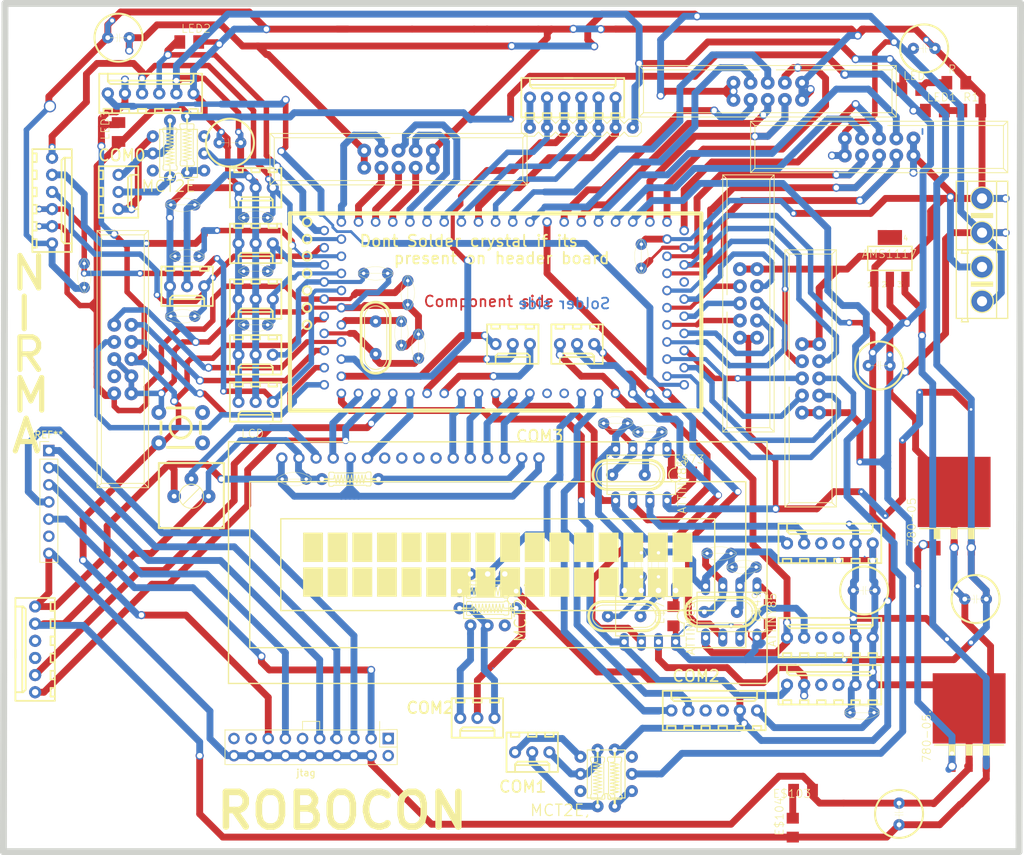
<source format=kicad_pcb>
(kicad_pcb (version 20171130) (host pcbnew "(5.1.4)-1")
  (layers (0 Top signal) (31 Bottom signal) (34 B.Paste user) (35 F.Paste user) (36 B.SilkS user) (37 F.SilkS user) (38 B.Mask user) (39 F.Mask user) (44 Edge.Cuts user))
  (net 0 "")
  (net 1 S$5)
  (net 2 S$35)
  (net 3 S$37)
  (net 4 S$39)
  (net 5 S$40)
  (net 6 S$38)
  (net 7 S$48)
  (net 8 S$54)
  (net 9 S$51)
  (net 10 S$53)
  (net 11 S$46)
  (net 12 S$58)
  (net 13 S$57)
  (net 14 S$62)
  (net 15 S$50)
  (net 16 S$59)
  (net 17 S$2)
  (net 18 S$52)
  (net 19 S$66)
  (net 20 S$61)
  (net 21 S$71)
  (net 22 S$45)
  (net 23 S$90)
  (net 24 S$34)
  (net 25 S$74)
  (net 26 S$36)
  (net 27 S$55)
  (net 28 S$113)
  (net 29 S$4)
  (net 30 S$110)
  (net 31 S$75)
  (net 32 S$118)
  (net 33 S$121)
  (net 34 S$122)
  (net 35 S$120)
  (net 36 S$126)
  (net 37 S$116)
  (net 38 S$127)
  (net 39 S$123)
  (net 40 S$124)
  (net 41 S$134)
  (net 42 S$137)
  (net 43 S$60)
  (net 44 S$112)
  (net 45 S$129)
  (net 46 S$128)
  (net 47 S$142)
  (net 48 S$143)
  (net 49 S$156)
  (net 50 S$163)
  (net 51 S$164)
  (net 52 S$91)
  (net 53 S$165)
  (net 54 S$168)
  (net 55 S$166)
  (net 56 S$25)
  (net 57 S$161)
  (net 58 S$9)
  (net 59 S$170)
  (net 60 S$185)
  (net 61 S$179)
  (net 62 S$76)
  (net 63 S$169)
  (net 64 S$181)
  (net 65 S$135)
  (net 66 3.3V)
  (net 67 S$100)
  (net 68 S$140)
  (net 69 S$130)
  (net 70 S$82)
  (net 71 5V_PERIPHERALS)
  (net 72 S$177)
  (net 73 S$171)
  (net 74 S$68)
  (net 75 S$107)
  (net 76 S$65)
  (net 77 S$83)
  (net 78 S$86)
  (net 79 S$88)
  (net 80 S$41)
  (net 81 GND)
  (net 82 5V_SHARP)
  (net 83 S$11)
  (net 84 S$13)
  (net 85 S$27)
  (net 86 12V)
  (net 87 S$17)
  (net 88 S$21)
  (net 89 S$6)
  (net 90 S$10)
  (net 91 S$19)
  (net 92 S$22)
  (net 93 S$24)
  (net 94 S$8)
  (net 95 S$84)
  (net 96 S$20)
  (net 97 S$63)
  (net 98 S$89)
  (net 99 S$102)
  (net 100 S$44)
  (net 101 S$105)
  (net 102 S$3)
  (module Connector_PinHeader_2.54mm:PinHeader_2x10_P2.54mm_Vertical (layer Top) (at 130.048 148.844 270)
    (fp_text reference jtag (at 5.08 12.192) (layer F.SilkS))
    (fp_text value " ")
    (pad 20 thru_hole oval (at 2.54 22.86 270) (size 1.7 1.7) (drill 1) (layers *.Cu *.Mask) (net 81 GND))
    (pad 19 thru_hole oval (at 0 22.86 270) (size 1.7 1.7) (drill 1) (layers *.Cu *.Mask))
    (pad 18 thru_hole oval (at 2.54 20.32 270) (size 1.7 1.7) (drill 1) (layers *.Cu *.Mask) (net 81 GND))
    (pad 17 thru_hole oval (at 0 20.32 270) (size 1.7 1.7) (drill 1) (layers *.Cu *.Mask))
    (pad 16 thru_hole oval (at 2.54 17.78 270) (size 1.7 1.7) (drill 1) (layers *.Cu *.Mask) (net 81 GND))
    (pad 15 thru_hole oval (at 0 17.78 270) (size 1.7 1.7) (drill 1) (layers *.Cu *.Mask) (net 68 S$140))
    (pad 14 thru_hole oval (at 2.54 15.24 270) (size 1.7 1.7) (drill 1) (layers *.Cu *.Mask) (net 81 GND))
    (pad 13 thru_hole oval (at 0 15.24 270) (size 1.7 1.7) (drill 1) (layers *.Cu *.Mask))
    (pad 12 thru_hole oval (at 2.54 12.7 270) (size 1.7 1.7) (drill 1) (layers *.Cu *.Mask) (net 81 GND))
    (pad 11 thru_hole oval (at 0 12.7 270) (size 1.7 1.7) (drill 1) (layers *.Cu *.Mask))
    (pad 10 thru_hole oval (at 2.54 10.16 270) (size 1.7 1.7) (drill 1) (layers *.Cu *.Mask) (net 81 GND))
    (pad 9 thru_hole oval (at 0 10.16 270) (size 1.7 1.7) (drill 1) (layers *.Cu *.Mask))
    (pad 8 thru_hole oval (at 2.54 7.62 270) (size 1.7 1.7) (drill 1) (layers *.Cu *.Mask) (net 81 GND))
    (pad 7 thru_hole oval (at 0 7.62 270) (size 1.7 1.7) (drill 1) (layers *.Cu *.Mask))
    (pad 6 thru_hole oval (at 2.54 5.08 270) (size 1.7 1.7) (drill 1) (layers *.Cu *.Mask) (net 81 GND))
    (pad 5 thru_hole oval (at 0 5.08 270) (size 1.7 1.7) (drill 1) (layers *.Cu *.Mask))
    (pad 4 thru_hole oval (at 2.54 2.54 270) (size 1.7 1.7) (drill 1) (layers *.Cu *.Mask) (net 81 GND))
    (pad 3 thru_hole oval (at 0 2.54 270) (size 1.7 1.7) (drill 1) (layers *.Cu *.Mask))
    (pad 2 thru_hole oval (at 2.54 0 270) (size 1.7 1.7) (drill 1) (layers *.Cu *.Mask))
    (pad 1 thru_hole rect (at 0 0 270) (size 1.7 1.7) (drill 1) (layers *.Cu *.Mask))
  )
  (module Connector_PinHeader_2.54mm:PinHeader_1x07_P2.54mm_Vertical (layer Top) (at 79.756 106.172)
    (fp_text reference REF** (at 0 -2.33) (layer F.SilkS))
    (fp_text value " ")
    (pad 7 thru_hole oval (at 0 15.24) (size 1.7 1.7) (drill 1) (layers *.Cu *.Mask) (net 81 GND))
    (pad 6 thru_hole oval (at 0 12.7) (size 1.7 1.7) (drill 1) (layers *.Cu *.Mask))
    (pad 5 thru_hole oval (at 0 10.16) (size 1.7 1.7) (drill 1) (layers *.Cu *.Mask))
    (pad 4 thru_hole oval (at 0 7.62) (size 1.7 1.7) (drill 1) (layers *.Cu *.Mask))
    (pad 3 thru_hole oval (at 0 5.08) (size 1.7 1.7) (drill 1) (layers *.Cu *.Mask))
    (pad 2 thru_hole oval (at 0 2.54) (size 1.7 1.7) (drill 1) (layers *.Cu *.Mask))
    (pad 1 thru_hole rect (at 0 0) (size 1.7 1.7) (drill 1) (layers *.Cu *.Mask))
  )
  (module 2014_board_SPI_Pullupattiny_4:TUXGR_16X2_R2 (layer Top) (at 146.2786 122.7836)
    (fp_text reference LCD (at -38.1 -18.415) (layer F.SilkS) (effects (font (size 1.2065 1.2065) (thickness 0.1016)) (justify left bottom)))
    (fp_text value "")
    (pad 16 thru_hole circle (at 6.1 -15.5) (size 1.6764 1.6764) (drill 1) (layers *.Cu *.Mask) (net 81 GND))
    (pad 15 thru_hole circle (at 3.56 -15.5) (size 1.6764 1.6764) (drill 1) (layers *.Cu *.Mask))
    (pad 14 thru_hole circle (at 1.02 -15.5) (size 1.6764 1.6764) (drill 1) (layers *.Cu *.Mask))
    (pad 13 thru_hole circle (at -1.52 -15.5) (size 1.6764 1.6764) (drill 1) (layers *.Cu *.Mask))
    (pad 12 thru_hole circle (at -4.06 -15.5) (size 1.6764 1.6764) (drill 1) (layers *.Cu *.Mask))
    (pad 11 thru_hole circle (at -6.6 -15.5) (size 1.6764 1.6764) (drill 1) (layers *.Cu *.Mask))
    (pad 10 thru_hole circle (at -9.14 -15.5) (size 1.6764 1.6764) (drill 1) (layers *.Cu *.Mask))
    (pad 9 thru_hole circle (at -11.68 -15.5) (size 1.6764 1.6764) (drill 1) (layers *.Cu *.Mask))
    (pad 8 thru_hole circle (at -14.22 -15.5) (size 1.6764 1.6764) (drill 1) (layers *.Cu *.Mask))
    (pad 7 thru_hole circle (at -16.76 -15.5) (size 1.6764 1.6764) (drill 1) (layers *.Cu *.Mask))
    (pad 6 thru_hole circle (at -19.3 -15.5) (size 1.6764 1.6764) (drill 1) (layers *.Cu *.Mask) (net 49 S$156))
    (pad 5 thru_hole circle (at -21.84 -15.5) (size 1.6764 1.6764) (drill 1) (layers *.Cu *.Mask) (net 81 GND))
    (pad 4 thru_hole circle (at -24.38 -15.5) (size 1.6764 1.6764) (drill 1) (layers *.Cu *.Mask))
    (pad 3 thru_hole circle (at -26.92 -15.5) (size 1.6764 1.6764) (drill 1) (layers *.Cu *.Mask))
    (pad 2 thru_hole circle (at -29.46 -15.5) (size 1.6764 1.6764) (drill 1) (layers *.Cu *.Mask) (net 71 5V_PERIPHERALS))
    (pad 1 thru_hole circle (at -32 -15.5) (size 1.6764 1.6764) (drill 1) (layers *.Cu *.Mask) (net 81 GND))
  )
  (module "2014_board_SPI_Pullupattiny_4:FRC(10)" (layer Top) (at 131.572 62.992)
    (fp_text reference E$8 hide)
    (fp_text value "" hide)
    (pad P$21 thru_hole circle (at -2.54 1.27) (size 2.032 2.032) (drill 0.9) (layers *.Cu *.Mask) (net 44 S$112))
    (pad P$22 thru_hole circle (at 0 1.27) (size 2.032 2.032) (drill 0.9) (layers *.Cu *.Mask) (net 45 S$129))
    (pad P$23 thru_hole circle (at 2.54 1.27) (size 2.032 2.032) (drill 0.9) (layers *.Cu *.Mask) (net 46 S$128))
    (pad 5 thru_hole circle (at 5.08 1.27) (size 2.032 2.032) (drill 0.9) (layers *.Cu *.Mask) (net 81 GND))
    (pad 6 thru_hole circle (at 5.08 -1.27) (size 2.032 2.032) (drill 0.9) (layers *.Cu *.Mask) (net 81 GND))
    (pad P$24 thru_hole circle (at 2.54 -1.27) (size 2.032 2.032) (drill 0.9) (layers *.Cu *.Mask) (net 47 S$142))
    (pad P$25 thru_hole circle (at 0 -1.27) (size 2.032 2.032) (drill 0.9) (layers *.Cu *.Mask) (net 48 S$143))
    (pad P$20 thru_hole circle (at -2.54 -1.27) (size 2.032 2.032) (drill 0.9) (layers *.Cu *.Mask) (net 43 S$60))
    (pad 10 thru_hole circle (at -5.08 -1.27) (size 2.032 2.032) (drill 0.9) (layers *.Cu *.Mask) (net 86 12V))
    (pad 1 thru_hole circle (at -5.08 1.27) (size 2.032 2.032) (drill 0.9) (layers *.Cu *.Mask) (net 86 12V))
  )
  (module "" (layer Top) (at 78.3336 44.0436)
    (fp_text reference @HOLE0 hide)
    (fp_text value "" (at 0 0) (layer F.SilkS) (effects (font (size 1.27 1.27))))
    (pad "" np_thru_hole circle (at 0 0) (size 3.2 3.2) (drill 3.2) (layers *.Cu *.Mask))
  )
  (module "" (layer Top) (at 78.74 162.052)
    (fp_text reference @HOLE1 hide)
    (fp_text value "" (at 0 0) (layer F.SilkS) (effects (font (size 1.27 1.27))))
    (pad "" np_thru_hole circle (at 0 0) (size 3.2 3.2) (drill 3.2) (layers *.Cu *.Mask))
  )
  (module "" (layer Top) (at 219.456 162.56)
    (fp_text reference @HOLE2 hide)
    (fp_text value "" (at 0 0) (layer F.SilkS) (effects (font (size 1.27 1.27))))
    (pad "" np_thru_hole circle (at 0 0) (size 3.2 3.2) (drill 3.2) (layers *.Cu *.Mask))
  )
  (module "" (layer Top) (at 219.6211 45.3136)
    (fp_text reference @HOLE3 hide)
    (fp_text value "" (at 0 0) (layer F.SilkS) (effects (font (size 1.27 1.27))))
    (pad "" np_thru_hole circle (at 0 0) (size 3.2 3.2) (drill 3.2) (layers *.Cu *.Mask))
  )
  (module "" (layer Top) (at 204.3811 71.6661)
    (fp_text reference @HOLE4 hide)
    (fp_text value "" (at 0 0) (layer F.SilkS) (effects (font (size 1.27 1.27))))
    (pad "" np_thru_hole circle (at 0 0) (size 3.2 3.2) (drill 3.2) (layers *.Cu *.Mask))
  )
  (module 2014_board_SPI_Pullupattiny_4:LPC1769-HEADER (layer Top) (at 145.9611 85.0011)
    (fp_text reference E$1 hide)
    (fp_text value "" hide)
    (pad P$19 thru_hole circle (at -25.4 -11.43) (size 1.408 1.408) (drill 0.9) (layers *.Cu *.Mask) (net 69 S$130))
    (pad P$78 thru_hole circle (at 27.94 -11.43) (size 1.4224 1.4224) (drill 0.9) (layers *.Cu *.Mask) (net 59 S$170))
    (pad P$77 thru_hole circle (at 27.94 -8.89) (size 1.4224 1.4224) (drill 0.9) (layers *.Cu *.Mask) (net 66 3.3V))
    (pad P$76 thru_hole circle (at 27.94 -6.35) (size 1.4224 1.4224) (drill 0.9) (layers *.Cu *.Mask) (net 57 S$161))
    (pad P$75 thru_hole circle (at 27.94 -3.81) (size 1.4224 1.4224) (drill 0.9) (layers *.Cu *.Mask))
    (pad P$74 thru_hole circle (at 27.94 -1.27) (size 1.4224 1.4224) (drill 0.9) (layers *.Cu *.Mask) (net 90 S$10))
    (pad P$73 thru_hole circle (at 27.94 1.27) (size 1.4224 1.4224) (drill 0.9) (layers *.Cu *.Mask) (net 91 S$19))
    (pad P$72 thru_hole circle (at 27.94 3.81) (size 1.4224 1.4224) (drill 0.9) (layers *.Cu *.Mask))
    (pad P$71 thru_hole circle (at 27.94 6.35) (size 1.4224 1.4224) (drill 0.9) (layers *.Cu *.Mask) (net 93 S$24))
    (pad P$70 thru_hole circle (at 27.94 8.89) (size 1.4224 1.4224) (drill 0.9) (layers *.Cu *.Mask) (net 85 S$27))
    (pad P$69 thru_hole circle (at 27.94 11.43) (size 1.4224 1.4224) (drill 0.9) (layers *.Cu *.Mask) (net 72 S$177))
    (pad P$68 thru_hole circle (at -22.86 12.7) (size 1.4224 1.4224) (drill 0.9) (layers *.Cu *.Mask) (net 10 S$53))
    (pad P$67 thru_hole circle (at -20.32 12.7) (size 1.4224 1.4224) (drill 0.9) (layers *.Cu *.Mask) (net 2 S$35))
    (pad P$66 thru_hole circle (at -17.78 12.7) (size 1.4224 1.4224) (drill 0.9) (layers *.Cu *.Mask) (net 27 S$55))
    (pad P$65 thru_hole circle (at -15.24 12.7) (size 1.4224 1.4224) (drill 0.9) (layers *.Cu *.Mask) (net 75 S$107))
    (pad P$64 thru_hole circle (at -12.7 12.7) (size 1.4224 1.4224) (drill 0.9) (layers *.Cu *.Mask) (net 49 S$156))
    (pad P$63 thru_hole circle (at -10.16 12.7) (size 1.4224 1.4224) (drill 0.9) (layers *.Cu *.Mask) (net 78 S$86))
    (pad P$62 thru_hole circle (at -7.62 12.7) (size 1.4224 1.4224) (drill 0.9) (layers *.Cu *.Mask) (net 77 S$83))
    (pad P$61 thru_hole circle (at -5.08 12.7) (size 1.4224 1.4224) (drill 0.9) (layers *.Cu *.Mask) (net 5 S$40))
    (pad P$60 thru_hole circle (at -2.54 12.7) (size 1.4224 1.4224) (drill 0.9) (layers *.Cu *.Mask) (net 4 S$39))
    (pad P$59 thru_hole circle (at 0 12.7) (size 1.4224 1.4224) (drill 0.9) (layers *.Cu *.Mask) (net 14 S$62))
    (pad P$58 thru_hole circle (at 2.54 12.7) (size 1.4224 1.4224) (drill 0.9) (layers *.Cu *.Mask) (net 6 S$38))
    (pad P$57 thru_hole circle (at 5.08 12.7) (size 1.4224 1.4224) (drill 0.9) (layers *.Cu *.Mask) (net 3 S$37))
    (pad P$56 thru_hole circle (at 7.62 12.7) (size 1.4224 1.4224) (drill 0.9) (layers *.Cu *.Mask) (net 23 S$90))
    (pad P$55 thru_hole circle (at 10.16 12.7) (size 1.4224 1.4224) (drill 0.9) (layers *.Cu *.Mask) (net 22 S$45))
    (pad P$54 thru_hole circle (at 12.7 12.7) (size 1.4224 1.4224) (drill 0.9) (layers *.Cu *.Mask) (net 67 S$100))
    (pad P$53 thru_hole circle (at 15.24 12.7) (size 1.4224 1.4224) (drill 0.9) (layers *.Cu *.Mask) (net 13 S$57))
    (pad P$52 thru_hole circle (at 17.78 12.7) (size 1.4224 1.4224) (drill 0.9) (layers *.Cu *.Mask) (net 94 S$8))
    (pad P$51 thru_hole circle (at 20.32 12.7) (size 1.4224 1.4224) (drill 0.9) (layers *.Cu *.Mask) (net 18 S$52))
    (pad P$50 thru_hole circle (at 22.86 12.7) (size 1.4224 1.4224) (drill 0.9) (layers *.Cu *.Mask) (net 8 S$54))
    (pad P$49 thru_hole circle (at 25.4 12.7) (size 1.4224 1.4224) (drill 0.9) (layers *.Cu *.Mask) (net 24 S$34))
    (pad P$48 thru_hole circle (at 25.4 10.16) (size 1.4224 1.4224) (drill 0.9) (layers *.Cu *.Mask) (net 84 S$13))
    (pad P$47 thru_hole circle (at 25.4 7.62) (size 1.4224 1.4224) (drill 0.9) (layers *.Cu *.Mask) (net 87 S$17))
    (pad P$46 thru_hole circle (at 25.4 5.08) (size 1.4224 1.4224) (drill 0.9) (layers *.Cu *.Mask))
    (pad P$45 thru_hole circle (at 25.4 2.54) (size 1.4224 1.4224) (drill 0.9) (layers *.Cu *.Mask) (net 92 S$22))
    (pad P$44 thru_hole circle (at 25.4 0) (size 1.4224 1.4224) (drill 0.9) (layers *.Cu *.Mask) (net 89 S$6))
    (pad P$43 thru_hole circle (at 25.4 -2.54) (size 1.4224 1.4224) (drill 0.9) (layers *.Cu *.Mask) (net 83 S$11))
    (pad P$42 thru_hole circle (at 25.4 -5.08) (size 1.4224 1.4224) (drill 0.9) (layers *.Cu *.Mask) (net 88 S$21))
    (pad P$41 thru_hole circle (at 25.4 -7.62) (size 1.4224 1.4224) (drill 0.9) (layers *.Cu *.Mask) (net 56 S$25))
    (pad P$40 thru_hole circle (at 25.4 -10.16) (size 1.4224 1.4224) (drill 0.9) (layers *.Cu *.Mask) (net 81 GND))
    (pad P$39 thru_hole circle (at 25.4 -12.7) (size 1.4224 1.4224) (drill 0.9) (layers *.Cu *.Mask) (net 50 S$163))
    (pad P$38 thru_hole circle (at 22.86 -12.7) (size 1.4224 1.4224) (drill 0.9) (layers *.Cu *.Mask) (net 51 S$164))
    (pad P$37 thru_hole circle (at 20.32 -12.7) (size 1.4224 1.4224) (drill 0.9) (layers *.Cu *.Mask) (net 65 S$135))
    (pad P$36 thru_hole circle (at 17.78 -12.7) (size 1.4224 1.4224) (drill 0.9) (layers *.Cu *.Mask) (net 58 S$9))
    (pad P$35 thru_hole circle (at 15.24 -12.7) (size 1.4224 1.4224) (drill 0.9) (layers *.Cu *.Mask) (net 55 S$166))
    (pad P$34 thru_hole circle (at 12.7 -12.7) (size 1.4224 1.4224) (drill 0.9) (layers *.Cu *.Mask) (net 52 S$91))
    (pad P$33 thru_hole circle (at 10.16 -12.7) (size 1.4224 1.4224) (drill 0.9) (layers *.Cu *.Mask) (net 53 S$165))
    (pad P$32 thru_hole circle (at 7.62 -12.7) (size 1.4224 1.4224) (drill 0.9) (layers *.Cu *.Mask) (net 24 S$34))
    (pad P$31 thru_hole circle (at 5.08 -12.7) (size 1.4224 1.4224) (drill 0.9) (layers *.Cu *.Mask) (net 54 S$168))
    (pad P$30 thru_hole circle (at 2.54 -12.7) (size 1.4224 1.4224) (drill 0.9) (layers *.Cu *.Mask) (net 63 S$169))
    (pad P$29 thru_hole circle (at 0 -12.7) (size 1.4224 1.4224) (drill 0.9) (layers *.Cu *.Mask) (net 62 S$76))
    (pad P$28 thru_hole circle (at -2.54 -12.7) (size 1.4224 1.4224) (drill 0.9) (layers *.Cu *.Mask) (net 64 S$181))
    (pad P$27 thru_hole circle (at -5.08 -12.7) (size 1.4224 1.4224) (drill 0.9) (layers *.Cu *.Mask) (net 74 S$68))
    (pad P$26 thru_hole circle (at -7.62 -12.7) (size 1.4224 1.4224) (drill 0.9) (layers *.Cu *.Mask) (net 61 S$179))
    (pad P$25 thru_hole circle (at -10.16 -12.7) (size 1.4224 1.4224) (drill 0.9) (layers *.Cu *.Mask) (net 48 S$143))
    (pad P$24 thru_hole circle (at -12.7 -12.7) (size 1.4224 1.4224) (drill 0.9) (layers *.Cu *.Mask) (net 47 S$142))
    (pad P$23 thru_hole circle (at -15.24 -12.7) (size 1.4224 1.4224) (drill 0.9) (layers *.Cu *.Mask) (net 46 S$128))
    (pad P$22 thru_hole circle (at -17.78 -12.7) (size 1.4224 1.4224) (drill 0.9) (layers *.Cu *.Mask) (net 45 S$129))
    (pad P$21 thru_hole circle (at -20.32 -12.7) (size 1.4224 1.4224) (drill 0.9) (layers *.Cu *.Mask) (net 44 S$112))
    (pad P$20 thru_hole circle (at -22.86 -12.7) (size 1.4224 1.4224) (drill 0.9) (layers *.Cu *.Mask) (net 43 S$60))
    (pad P$18 thru_hole circle (at -25.4 -8.89) (size 1.4224 1.4224) (drill 0.9) (layers *.Cu *.Mask) (net 30 S$110))
    (pad P$17 thru_hole circle (at -25.4 -6.35) (size 1.4224 1.4224) (drill 0.9) (layers *.Cu *.Mask) (net 39 S$123))
    (pad P$16 thru_hole circle (at -25.4 -3.81) (size 1.4224 1.4224) (drill 0.9) (layers *.Cu *.Mask) (net 28 S$113))
    (pad P$15 thru_hole circle (at -25.4 -1.27) (size 1.4224 1.4224) (drill 0.9) (layers *.Cu *.Mask) (net 66 3.3V))
    (pad P$14 thru_hole circle (at -25.4 1.27) (size 1.4224 1.4224) (drill 0.9) (layers *.Cu *.Mask) (net 68 S$140))
    (pad P$13 thru_hole circle (at -25.4 3.81) (size 1.4224 1.4224) (drill 0.9) (layers *.Cu *.Mask) (net 29 S$4))
    (pad P$12 thru_hole circle (at -25.4 6.35) (size 1.4224 1.4224) (drill 0.9) (layers *.Cu *.Mask) (net 33 S$121))
    (pad P$11 thru_hole circle (at -25.4 11.43) (size 1.4224 1.4224) (drill 0.9) (layers *.Cu *.Mask) (net 31 S$75))
    (pad P$10 thru_hole circle (at -25.4 8.89) (size 1.4224 1.4224) (drill 0.9) (layers *.Cu *.Mask) (net 34 S$122))
    (pad P$9 thru_hole circle (at -22.86 10.16) (size 1.4224 1.4224) (drill 0.9) (layers *.Cu *.Mask) (net 76 S$65))
    (pad P$8 thru_hole circle (at -22.86 7.62) (size 1.4224 1.4224) (drill 0.9) (layers *.Cu *.Mask) (net 73 S$171))
    (pad P$7 thru_hole circle (at -22.86 5.08) (size 1.4224 1.4224) (drill 0.9) (layers *.Cu *.Mask) (net 32 S$118))
    (pad P$6 thru_hole circle (at -22.86 2.54) (size 1.4224 1.4224) (drill 0.9) (layers *.Cu *.Mask) (net 1 S$5))
    (pad P$5 thru_hole circle (at -22.86 -10.16) (size 1.4224 1.4224) (drill 0.9) (layers *.Cu *.Mask) (net 100 S$44))
    (pad P$4 thru_hole circle (at -22.86 -7.62) (size 1.4224 1.4224) (drill 0.9) (layers *.Cu *.Mask) (net 79 S$88))
    (pad P$3 thru_hole circle (at -22.86 -5.08) (size 1.4224 1.4224) (drill 0.9) (layers *.Cu *.Mask) (net 40 S$124))
    (pad P$2 thru_hole circle (at -22.86 -2.54) (size 1.4224 1.4224) (drill 0.9) (layers *.Cu *.Mask) (net 101 S$105))
    (pad P$1 thru_hole circle (at -22.86 0) (size 1.4224 1.4224) (drill 0.9) (layers *.Cu *.Mask) (net 81 GND))
  )
  (module 2014_board_SPI_Pullupattiny_4:CRYSTAL (layer Top) (at 128.1811 89.4461)
    (fp_text reference E$2 hide)
    (fp_text value "" hide)
    (pad 2 thru_hole circle (at 0 -2.413) (size 1.778 1.778) (drill 0.7) (layers *.Cu *.Mask))
    (pad 1 thru_hole circle (at 0 2.413) (size 1.778 1.778) (drill 0.7) (layers *.Cu *.Mask))
  )
  (module "2014_board_SPI_Pullupattiny_4:CAPACITOR(CERAMIC)" (layer Top) (at 131.9911 88.8111 90)
    (fp_text reference E$3 hide)
    (fp_text value "" hide)
    (pad 2 thru_hole circle (at 1.778 0 90) (size 1.6764 1.6764) (drill 0.5) (layers *.Cu *.Mask))
    (pad 1 thru_hole circle (at -1.778 0 90) (size 1.6764 1.6764) (drill 0.5) (layers *.Cu *.Mask) (net 81 GND))
  )
  (module "2014_board_SPI_Pullupattiny_4:CAPACITOR(CERAMIC)" (layer Top) (at 134.5311 90.7161 90)
    (fp_text reference E$4 hide)
    (fp_text value "" hide)
    (pad 2 thru_hole circle (at 1.778 0 90) (size 1.6764 1.6764) (drill 0.5) (layers *.Cu *.Mask) (net 81 GND))
    (pad 1 thru_hole circle (at -1.778 0 90) (size 1.6764 1.6764) (drill 0.5) (layers *.Cu *.Mask))
  )
  (module "2014_board_SPI_Pullupattiny_4:CAPACITOR(CERAMIC)" (layer Top) (at 132.9436 82.7786 90)
    (fp_text reference E$5 hide)
    (fp_text value "" hide)
    (pad 2 thru_hole circle (at 1.778 0 90) (size 1.6764 1.6764) (drill 0.5) (layers *.Cu *.Mask))
    (pad 1 thru_hole circle (at -1.778 0 90) (size 1.6764 1.6764) (drill 0.5) (layers *.Cu *.Mask) (net 81 GND))
  )
  (module "2014_board_SPI_Pullupattiny_4:CAPACITOR(CERAMIC)" (layer Top) (at 167.5511 77.3811 90)
    (fp_text reference E$6 hide)
    (fp_text value "" hide)
    (pad 2 thru_hole circle (at 1.778 0 90) (size 1.6764 1.6764) (drill 0.5) (layers *.Cu *.Mask) (net 81 GND))
    (pad 1 thru_hole circle (at -1.778 0 90) (size 1.6764 1.6764) (drill 0.5) (layers *.Cu *.Mask))
  )
  (module "2014_board_SPI_Pullupattiny_4:RESISTER(HORIZONTAL)" (layer Top) (at 124.3711 110.4011)
    (fp_text reference E$13 hide)
    (fp_text value "" hide)
    (pad 1 thru_hole circle (at -4.1593 0) (size 1.778 1.778) (drill 0.7) (layers *.Cu *.Mask) (net 71 5V_PERIPHERALS))
    (pad 2 thru_hole circle (at 4.2228 0) (size 1.778 1.778) (drill 0.7) (layers *.Cu *.Mask))
  )
  (module 2014_board_SPI_Pullupattiny_4:DIL08 (layer Top) (at 167.5511 109.7661 180)
    (fp_text reference ATTINY85, (at -5.334 2.921 270) (layer F.SilkS) (effects (font (size 1.2065 1.2065) (thickness 0.127)) (justify right top)))
    (fp_text value "")
    (pad 5 thru_hole oval (at 3.81 -3.81 270) (size 2.6416 1.3208) (drill 0.8128) (layers *.Cu *.Mask) (net 14 S$62))
    (pad 6 thru_hole oval (at 1.27 -3.81 270) (size 2.6416 1.3208) (drill 0.8128) (layers *.Cu *.Mask) (net 94 S$8))
    (pad 4 thru_hole oval (at 3.81 3.81 270) (size 2.6416 1.3208) (drill 0.8128) (layers *.Cu *.Mask) (net 81 GND))
    (pad 3 thru_hole oval (at 1.27 3.81 270) (size 2.6416 1.3208) (drill 0.8128) (layers *.Cu *.Mask) (net 11 S$46))
    (pad 8 thru_hole oval (at -3.81 -3.81 270) (size 2.6416 1.3208) (drill 0.8128) (layers *.Cu *.Mask) (net 82 5V_SHARP))
    (pad 7 thru_hole oval (at -1.27 -3.81 270) (size 2.6416 1.3208) (drill 0.8128) (layers *.Cu *.Mask) (net 9 S$51))
    (pad 2 thru_hole oval (at -1.27 3.81 270) (size 2.6416 1.3208) (drill 0.8128) (layers *.Cu *.Mask) (net 12 S$58))
    (pad 1 thru_hole oval (at -3.81 3.81 270) (size 2.6416 1.3208) (drill 0.8128) (layers *.Cu *.Mask) (net 98 S$89))
  )
  (module "2014_board_SPI_Pullupattiny_4:CAPACITOR(CERAMIC)" (layer Top) (at 116.1161 110.4011)
    (fp_text reference E$15 hide)
    (fp_text value "" hide)
    (pad 2 thru_hole circle (at 1.778 0) (size 1.6764 1.6764) (drill 0.5) (layers *.Cu *.Mask) (net 71 5V_PERIPHERALS))
    (pad 1 thru_hole circle (at -1.778 0) (size 1.6764 1.6764) (drill 0.5) (layers *.Cu *.Mask) (net 81 GND))
  )
  (module 2014_board_SPI_Pullupattiny_4:DIL08 (layer Top) (at 180.8861 130.0861 180)
    (fp_text reference ATTINY85 (at -5.334 2.921 270) (layer F.SilkS) (effects (font (size 1.2065 1.2065) (thickness 0.127)) (justify right top)))
    (fp_text value "")
    (pad 5 thru_hole oval (at 3.81 -3.81 270) (size 2.6416 1.3208) (drill 0.8128) (layers *.Cu *.Mask) (net 24 S$34))
    (pad 6 thru_hole oval (at 1.27 -3.81 270) (size 2.6416 1.3208) (drill 0.8128) (layers *.Cu *.Mask) (net 8 S$54))
    (pad 4 thru_hole oval (at 3.81 3.81 270) (size 2.6416 1.3208) (drill 0.8128) (layers *.Cu *.Mask) (net 81 GND))
    (pad 3 thru_hole oval (at 1.27 3.81 270) (size 2.6416 1.3208) (drill 0.8128) (layers *.Cu *.Mask) (net 16 S$59))
    (pad 8 thru_hole oval (at -3.81 -3.81 270) (size 2.6416 1.3208) (drill 0.8128) (layers *.Cu *.Mask) (net 82 5V_SHARP))
    (pad 7 thru_hole oval (at -1.27 -3.81 270) (size 2.6416 1.3208) (drill 0.8128) (layers *.Cu *.Mask) (net 7 S$48))
    (pad 2 thru_hole oval (at -1.27 3.81 270) (size 2.6416 1.3208) (drill 0.8128) (layers *.Cu *.Mask) (net 15 S$50))
    (pad 1 thru_hole oval (at -3.81 3.81 270) (size 2.6416 1.3208) (drill 0.8128) (layers *.Cu *.Mask) (net 70 S$82))
  )
  (module 2014_board_SPI_Pullupattiny_4:DIL08 (layer Top) (at 168.8211 130.7211 180)
    (fp_text reference ATTINY85. (at -5.334 2.921 270) (layer F.SilkS) (effects (font (size 1.2065 1.2065) (thickness 0.127)) (justify right top)))
    (fp_text value "")
    (pad 5 thru_hole oval (at 3.81 -3.81 270) (size 2.6416 1.3208) (drill 0.8128) (layers *.Cu *.Mask) (net 10 S$53))
    (pad 6 thru_hole oval (at 1.27 -3.81 270) (size 2.6416 1.3208) (drill 0.8128) (layers *.Cu *.Mask) (net 18 S$52))
    (pad 4 thru_hole oval (at 3.81 3.81 270) (size 2.6416 1.3208) (drill 0.8128) (layers *.Cu *.Mask) (net 81 GND))
    (pad 3 thru_hole oval (at 1.27 3.81 270) (size 2.6416 1.3208) (drill 0.8128) (layers *.Cu *.Mask) (net 19 S$66))
    (pad 8 thru_hole oval (at -3.81 -3.81 270) (size 2.6416 1.3208) (drill 0.8128) (layers *.Cu *.Mask) (net 82 5V_SHARP))
    (pad 7 thru_hole oval (at -1.27 -3.81 270) (size 2.6416 1.3208) (drill 0.8128) (layers *.Cu *.Mask) (net 17 S$2))
    (pad 2 thru_hole oval (at -1.27 3.81 270) (size 2.6416 1.3208) (drill 0.8128) (layers *.Cu *.Mask) (net 99 S$102))
    (pad 1 thru_hole oval (at -3.81 3.81 270) (size 2.6416 1.3208) (drill 0.8128) (layers *.Cu *.Mask) (net 97 S$63))
  )
  (module 2014_board_SPI_Pullupattiny_4:CRYSTAL (layer Top) (at 165.6461 109.7661 90)
    (fp_text reference E$18 hide)
    (fp_text value "" hide)
    (pad 2 thru_hole circle (at 0 -2.413 90) (size 1.778 1.778) (drill 0.7) (layers *.Cu *.Mask))
    (pad 1 thru_hole circle (at 0 2.413 90) (size 1.778 1.778) (drill 0.7) (layers *.Cu *.Mask))
  )
  (module "2014_board_SPI_Pullupattiny_4:CAPACITOR(CERAMIC)" (layer Top) (at 168.8211 103.4161)
    (fp_text reference E$19 hide)
    (fp_text value "" hide)
    (pad 2 thru_hole circle (at 1.778 0) (size 1.6764 1.6764) (drill 0.5) (layers *.Cu *.Mask))
    (pad 1 thru_hole circle (at -1.778 0) (size 1.6764 1.6764) (drill 0.5) (layers *.Cu *.Mask) (net 81 GND))
  )
  (module "2014_board_SPI_Pullupattiny_4:CAPACITOR(CERAMIC)" (layer Top) (at 163.7411 102.1461)
    (fp_text reference E$20 hide)
    (fp_text value "" hide)
    (pad 2 thru_hole circle (at 1.778 0) (size 1.6764 1.6764) (drill 0.5) (layers *.Cu *.Mask) (net 81 GND))
    (pad 1 thru_hole circle (at -1.778 0) (size 1.6764 1.6764) (drill 0.5) (layers *.Cu *.Mask))
  )
  (module "2014_board_SPI_Pullupattiny_4:CONNECTOR(6_PIN)" (layer Top) (at 195.4911 119.9261 180)
    (fp_text reference E$21 hide)
    (fp_text value "" hide)
    (pad 18 thru_hole circle (at 6.35 0 180) (size 1.778 1.778) (drill 0.95) (layers *.Cu *.Mask))
    (pad 17 thru_hole circle (at 3.81 0 180) (size 1.778 1.778) (drill 0.95) (layers *.Cu *.Mask))
    (pad 16 thru_hole circle (at 1.27 0 180) (size 1.778 1.778) (drill 0.95) (layers *.Cu *.Mask))
    (pad 15 thru_hole circle (at 1.27 0 180) (size 1.778 1.778) (drill 0.9) (layers *.Cu *.Mask))
    (pad 14 thru_hole circle (at -1.27 0 180) (size 1.778 1.778) (drill 0.95) (layers *.Cu *.Mask))
    (pad 13 thru_hole circle (at -3.81 0 180) (size 1.778 1.778) (drill 0.95) (layers *.Cu *.Mask))
    (pad 12 thru_hole circle (at 6.35 0 180) (size 1.778 1.778) (drill 0.8) (layers *.Cu *.Mask))
    (pad 11 thru_hole circle (at 3.81 0 180) (size 1.778 1.778) (drill 0.8) (layers *.Cu *.Mask))
    (pad 10 thru_hole circle (at 1.27 0 180) (size 1.778 1.778) (drill 0.8) (layers *.Cu *.Mask))
    (pad 9 thru_hole circle (at -1.27 0 180) (size 1.778 1.778) (drill 0.8) (layers *.Cu *.Mask))
    (pad 8 thru_hole circle (at -3.81 0 180) (size 1.778 1.778) (drill 0.8) (layers *.Cu *.Mask))
    (pad 7 thru_hole circle (at -3.81 0 180) (size 1.778 1.778) (drill 0.8) (layers *.Cu *.Mask))
    (pad 3 thru_hole circle (at -1.27 0 180) (size 1.778 1.778) (drill 0.7) (layers *.Cu *.Mask))
    (pad 2 thru_hole circle (at -3.81 0 180) (size 1.778 1.778) (drill 0.7) (layers *.Cu *.Mask) (net 71 5V_PERIPHERALS))
    (pad 1 thru_hole circle (at -6.35 0 180) (size 1.778 1.778) (drill 0.95) (layers *.Cu *.Mask) (net 81 GND))
    (pad 6 thru_hole circle (at 6.35 0 180) (size 1.778 1.778) (drill 0.7) (layers *.Cu *.Mask) (net 14 S$62))
    (pad 5 thru_hole circle (at 3.81 0 180) (size 1.778 1.778) (drill 0.7) (layers *.Cu *.Mask) (net 9 S$51))
    (pad 4 thru_hole circle (at 1.27 0 180) (size 1.778 1.778) (drill 0.7) (layers *.Cu *.Mask))
  )
  (module "2014_board_SPI_Pullupattiny_4:CONNECTOR(6_PIN)" (layer Top) (at 195.4911 133.8961 180)
    (fp_text reference E$22 hide)
    (fp_text value "" hide)
    (pad 18 thru_hole circle (at 6.35 0 180) (size 1.778 1.778) (drill 0.95) (layers *.Cu *.Mask))
    (pad 17 thru_hole circle (at 3.81 0 180) (size 1.778 1.778) (drill 0.95) (layers *.Cu *.Mask) (net 7 S$48))
    (pad 16 thru_hole circle (at 1.27 0 180) (size 1.778 1.778) (drill 0.95) (layers *.Cu *.Mask))
    (pad 15 thru_hole circle (at 1.27 0 180) (size 1.778 1.778) (drill 0.9) (layers *.Cu *.Mask))
    (pad 14 thru_hole circle (at -1.27 0 180) (size 1.778 1.778) (drill 0.95) (layers *.Cu *.Mask))
    (pad 13 thru_hole circle (at -3.81 0 180) (size 1.778 1.778) (drill 0.95) (layers *.Cu *.Mask))
    (pad 12 thru_hole circle (at 6.35 0 180) (size 1.778 1.778) (drill 0.8) (layers *.Cu *.Mask))
    (pad 11 thru_hole circle (at 3.81 0 180) (size 1.778 1.778) (drill 0.8) (layers *.Cu *.Mask) (net 7 S$48))
    (pad 10 thru_hole circle (at 1.27 0 180) (size 1.778 1.778) (drill 0.8) (layers *.Cu *.Mask))
    (pad 9 thru_hole circle (at -1.27 0 180) (size 1.778 1.778) (drill 0.8) (layers *.Cu *.Mask))
    (pad 8 thru_hole circle (at -3.81 0 180) (size 1.778 1.778) (drill 0.8) (layers *.Cu *.Mask))
    (pad 7 thru_hole circle (at -3.81 0 180) (size 1.778 1.778) (drill 0.8) (layers *.Cu *.Mask))
    (pad 3 thru_hole circle (at -1.27 0 180) (size 1.778 1.778) (drill 0.7) (layers *.Cu *.Mask))
    (pad 2 thru_hole circle (at -3.81 0 180) (size 1.778 1.778) (drill 0.7) (layers *.Cu *.Mask) (net 71 5V_PERIPHERALS))
    (pad 1 thru_hole circle (at -6.35 0 180) (size 1.778 1.778) (drill 0.95) (layers *.Cu *.Mask) (net 81 GND))
    (pad 6 thru_hole circle (at 6.35 0 180) (size 1.778 1.778) (drill 0.7) (layers *.Cu *.Mask) (net 24 S$34))
    (pad 5 thru_hole circle (at 3.81 0 180) (size 1.778 1.778) (drill 0.7) (layers *.Cu *.Mask) (net 7 S$48))
    (pad 4 thru_hole circle (at 1.27 0 180) (size 1.778 1.778) (drill 0.7) (layers *.Cu *.Mask))
  )
  (module "2014_board_SPI_Pullupattiny_4:CONNECTOR(6_PIN)" (layer Top) (at 195.4911 140.8811 180)
    (fp_text reference E$23 hide)
    (fp_text value "" hide)
    (pad 18 thru_hole circle (at 6.35 0 180) (size 1.778 1.778) (drill 0.95) (layers *.Cu *.Mask))
    (pad 17 thru_hole circle (at 3.81 0 180) (size 1.778 1.778) (drill 0.95) (layers *.Cu *.Mask))
    (pad 16 thru_hole circle (at 1.27 0 180) (size 1.778 1.778) (drill 0.95) (layers *.Cu *.Mask))
    (pad 15 thru_hole circle (at 1.27 0 180) (size 1.778 1.778) (drill 0.9) (layers *.Cu *.Mask))
    (pad 14 thru_hole circle (at -1.27 0 180) (size 1.778 1.778) (drill 0.95) (layers *.Cu *.Mask))
    (pad 13 thru_hole circle (at -3.81 0 180) (size 1.778 1.778) (drill 0.95) (layers *.Cu *.Mask))
    (pad 12 thru_hole circle (at 6.35 0 180) (size 1.778 1.778) (drill 0.8) (layers *.Cu *.Mask))
    (pad 11 thru_hole circle (at 3.81 0 180) (size 1.778 1.778) (drill 0.8) (layers *.Cu *.Mask))
    (pad 10 thru_hole circle (at 1.27 0 180) (size 1.778 1.778) (drill 0.8) (layers *.Cu *.Mask))
    (pad 9 thru_hole circle (at -1.27 0 180) (size 1.778 1.778) (drill 0.8) (layers *.Cu *.Mask))
    (pad 8 thru_hole circle (at -3.81 0 180) (size 1.778 1.778) (drill 0.8) (layers *.Cu *.Mask))
    (pad 7 thru_hole circle (at -3.81 0 180) (size 1.778 1.778) (drill 0.8) (layers *.Cu *.Mask))
    (pad 3 thru_hole circle (at -1.27 0 180) (size 1.778 1.778) (drill 0.7) (layers *.Cu *.Mask))
    (pad 2 thru_hole circle (at -3.81 0 180) (size 1.778 1.778) (drill 0.7) (layers *.Cu *.Mask) (net 71 5V_PERIPHERALS))
    (pad 1 thru_hole circle (at -6.35 0 180) (size 1.778 1.778) (drill 0.95) (layers *.Cu *.Mask) (net 81 GND))
    (pad 6 thru_hole circle (at 6.35 0 180) (size 1.778 1.778) (drill 0.7) (layers *.Cu *.Mask) (net 10 S$53))
    (pad 5 thru_hole circle (at 3.81 0 180) (size 1.778 1.778) (drill 0.7) (layers *.Cu *.Mask) (net 17 S$2))
    (pad 4 thru_hole circle (at 1.27 0 180) (size 1.778 1.778) (drill 0.7) (layers *.Cu *.Mask))
  )
  (module "2014_board_SPI_Pullupattiny_4:CAPACITOR(ELECTROLYTE_220)" (layer Top) (at 200.5711 126.9111)
    (fp_text reference E$24 hide)
    (fp_text value "" hide)
    (fp_text user - (at 1.5113 0.1524) (layer F.SilkS) (effects (font (size 0.38608 0.38608) (thickness 0.032512)) (justify left bottom)))
    (fp_text user + (at -1.7653 0.2032) (layer F.SilkS) (effects (font (size 0.38608 0.38608) (thickness 0.032512)) (justify left bottom)))
    (pad - thru_hole circle (at 1.6002 0) (size 1.6764 1.6764) (drill 0.7) (layers *.Cu *.Mask) (net 81 GND))
    (pad + thru_hole circle (at -1.6002 0) (size 1.6764 1.6764) (drill 0.7) (layers *.Cu *.Mask))
  )
  (module "2014_board_SPI_Pullupattiny_4:CAPACITOR(CERAMIC)" (layer Top) (at 179.07 121.412)
    (fp_text reference E$25 hide)
    (fp_text value "" hide)
    (pad 2 thru_hole circle (at 1.778 0) (size 1.6764 1.6764) (drill 0.5) (layers *.Cu *.Mask) (net 81 GND))
    (pad 1 thru_hole circle (at -1.778 0) (size 1.6764 1.6764) (drill 0.5) (layers *.Cu *.Mask))
  )
  (module "2014_board_SPI_Pullupattiny_4:CAPACITOR(CERAMIC)" (layer Top) (at 182.7911 123.444)
    (fp_text reference E$26 hide)
    (fp_text value "" hide)
    (pad 2 thru_hole circle (at 1.778 0) (size 1.6764 1.6764) (drill 0.5) (layers *.Cu *.Mask))
    (pad 1 thru_hole circle (at -1.778 0) (size 1.6764 1.6764) (drill 0.5) (layers *.Cu *.Mask) (net 81 GND))
  )
  (module 2014_board_SPI_Pullupattiny_4:CRYSTAL (layer Top) (at 179.2986 130.0861 90)
    (fp_text reference E$27 hide)
    (fp_text value "" hide)
    (pad 2 thru_hole circle (at 0 -2.413 90) (size 1.778 1.778) (drill 0.7) (layers *.Cu *.Mask))
    (pad 1 thru_hole circle (at 0 2.413 90) (size 1.778 1.778) (drill 0.7) (layers *.Cu *.Mask))
  )
  (module "2014_board_SPI_Pullupattiny_4:CAPACITOR(CERAMIC)" (layer Top) (at 167.5511 123.1011 90)
    (fp_text reference E$28 hide)
    (fp_text value "" hide)
    (pad 2 thru_hole circle (at 1.778 0 90) (size 1.6764 1.6764) (drill 0.5) (layers *.Cu *.Mask) (net 81 GND))
    (pad 1 thru_hole circle (at -1.778 0 90) (size 1.6764 1.6764) (drill 0.5) (layers *.Cu *.Mask))
  )
  (module "2014_board_SPI_Pullupattiny_4:CAPACITOR(CERAMIC)" (layer Top) (at 170.0911 123.1011 90)
    (fp_text reference E$29 hide)
    (fp_text value "" hide)
    (pad 2 thru_hole circle (at 1.778 0 90) (size 1.6764 1.6764) (drill 0.5) (layers *.Cu *.Mask) (net 81 GND))
    (pad 1 thru_hole circle (at -1.778 0 90) (size 1.6764 1.6764) (drill 0.5) (layers *.Cu *.Mask))
  )
  (module 2014_board_SPI_Pullupattiny_4:CRYSTAL (layer Top) (at 165.0111 130.7211 90)
    (fp_text reference E$30 hide)
    (fp_text value "" hide)
    (pad 2 thru_hole circle (at 0 -2.413 90) (size 1.778 1.778) (drill 0.7) (layers *.Cu *.Mask))
    (pad 1 thru_hole circle (at 0 2.413 90) (size 1.778 1.778) (drill 0.7) (layers *.Cu *.Mask))
  )
  (module "2014_board_SPI_Pullupattiny_4:CAPACITOR(CERAMIC)" (layer Top) (at 200.2536 145.0086 180)
    (fp_text reference E$31 hide)
    (fp_text value "" hide)
    (pad 2 thru_hole circle (at 1.778 0 180) (size 1.6764 1.6764) (drill 0.5) (layers *.Cu *.Mask))
    (pad 1 thru_hole circle (at -1.778 0 180) (size 1.6764 1.6764) (drill 0.5) (layers *.Cu *.Mask) (net 81 GND))
  )
  (module "2014_board_SPI_Pullupattiny_4:CONNECTOR(6_PIN)" (layer Top) (at 178.3461 144.6911 180)
    (fp_text reference E$32 hide)
    (fp_text value "" hide)
    (pad 18 thru_hole circle (at 6.35 0 180) (size 1.778 1.778) (drill 0.95) (layers *.Cu *.Mask))
    (pad 17 thru_hole circle (at 3.81 0 180) (size 1.778 1.778) (drill 0.95) (layers *.Cu *.Mask))
    (pad 16 thru_hole circle (at 1.27 0 180) (size 1.778 1.778) (drill 0.95) (layers *.Cu *.Mask))
    (pad 15 thru_hole circle (at 1.27 0 180) (size 1.778 1.778) (drill 0.9) (layers *.Cu *.Mask))
    (pad 14 thru_hole circle (at -1.27 0 180) (size 1.778 1.778) (drill 0.95) (layers *.Cu *.Mask))
    (pad 13 thru_hole circle (at -3.81 0 180) (size 1.778 1.778) (drill 0.95) (layers *.Cu *.Mask))
    (pad 12 thru_hole circle (at 6.35 0 180) (size 1.778 1.778) (drill 0.8) (layers *.Cu *.Mask))
    (pad 11 thru_hole circle (at 3.81 0 180) (size 1.778 1.778) (drill 0.8) (layers *.Cu *.Mask))
    (pad 10 thru_hole circle (at 1.27 0 180) (size 1.778 1.778) (drill 0.8) (layers *.Cu *.Mask))
    (pad 9 thru_hole circle (at -1.27 0 180) (size 1.778 1.778) (drill 0.8) (layers *.Cu *.Mask))
    (pad 8 thru_hole circle (at -3.81 0 180) (size 1.778 1.778) (drill 0.8) (layers *.Cu *.Mask))
    (pad 7 thru_hole circle (at -3.81 0 180) (size 1.778 1.778) (drill 0.8) (layers *.Cu *.Mask))
    (pad 3 thru_hole circle (at -1.27 0 180) (size 1.778 1.778) (drill 0.7) (layers *.Cu *.Mask))
    (pad 2 thru_hole circle (at -3.81 0 180) (size 1.778 1.778) (drill 0.7) (layers *.Cu *.Mask) (net 66 3.3V))
    (pad 1 thru_hole circle (at -6.35 0 180) (size 1.778 1.778) (drill 0.95) (layers *.Cu *.Mask) (net 81 GND))
    (pad 6 thru_hole circle (at 6.35 0 180) (size 1.778 1.778) (drill 0.7) (layers *.Cu *.Mask) (net 67 S$100))
    (pad 5 thru_hole circle (at 3.81 0 180) (size 1.778 1.778) (drill 0.7) (layers *.Cu *.Mask) (net 13 S$57))
    (pad 4 thru_hole circle (at 1.27 0 180) (size 1.778 1.778) (drill 0.7) (layers *.Cu *.Mask))
  )
  (module 2014_board_SPI_Pullupattiny_4:DIL6 (layer Top) (at 144.78 128.27 180)
    (fp_text reference MCT2E. (at -3.8608 2.667 270) (layer F.SilkS) (effects (font (size 1.6891 1.6891) (thickness 0.1778)) (justify right top)))
    (fp_text value "")
    (pad P$6 thru_hole circle (at 2.54 3.81 180) (size 1.778 1.778) (drill 0.8) (layers *.Cu *.Mask))
    (pad P$5 thru_hole circle (at 0 3.81 180) (size 1.778 1.778) (drill 0.8) (layers *.Cu *.Mask) (net 67 S$100))
    (pad P$4 thru_hole circle (at -2.54 3.81 180) (size 1.778 1.778) (drill 0.8) (layers *.Cu *.Mask) (net 20 S$61))
    (pad P$3 thru_hole circle (at 2.54 -3.81 180) (size 1.778 1.778) (drill 0.8) (layers *.Cu *.Mask) (net 21 S$71))
    (pad P$2 thru_hole circle (at 0 -3.81 180) (size 1.778 1.778) (drill 0.8) (layers *.Cu *.Mask) (net 25 S$74))
    (pad P$1 thru_hole circle (at -2.54 -3.81 180) (size 1.778 1.778) (drill 0.8) (layers *.Cu *.Mask))
  )
  (module "2014_board_SPI_Pullupattiny_4:RESISTER(HORIZONTAL)" (layer Top) (at 144.78 127)
    (fp_text reference E$34 hide)
    (fp_text value "" hide)
    (pad 1 thru_hole circle (at -4.1593 0) (size 1.778 1.778) (drill 0.7) (layers *.Cu *.Mask) (net 20 S$61))
    (pad 2 thru_hole circle (at 4.2228 0) (size 1.778 1.778) (drill 0.7) (layers *.Cu *.Mask) (net 66 3.3V))
  )
  (module "2014_board_SPI_Pullupattiny_4:CONNECTOR(3_PIN)" (layer Top) (at 143.256 145.796)
    (fp_text reference E$35 hide)
    (fp_text value "" hide)
    (pad 3 thru_hole circle (at 2.54 0) (size 1.778 1.778) (drill 0.95) (layers *.Cu *.Mask) (net 25 S$74))
    (pad 2 thru_hole circle (at 0 0) (size 1.778 1.778) (drill 0.95) (layers *.Cu *.Mask) (net 26 S$36))
    (pad 1 thru_hole circle (at -2.54 0) (size 1.778 1.778) (drill 0.95) (layers *.Cu *.Mask) (net 21 S$71))
  )
  (module "2014_board_SPI_Pullupattiny_4:RESISTER(HORIZONTAL)" (layer Top) (at 144.78 129.54)
    (fp_text reference E$36 hide)
    (fp_text value "" hide)
    (pad 1 thru_hole circle (at -4.1593 0) (size 1.778 1.778) (drill 0.7) (layers *.Cu *.Mask) (net 25 S$74))
    (pad 2 thru_hole circle (at 4.2228 0) (size 1.778 1.778) (drill 0.7) (layers *.Cu *.Mask) (net 26 S$36))
  )
  (module "2014_board_SPI_Pullupattiny_4:POT(SQAURE)" (layer Top) (at 100.8761 114.2111)
    (fp_text reference E$38 hide)
    (fp_text value "" hide)
    (pad 2 thru_hole circle (at 0 -3.83) (size 2.032 2.032) (drill 0.7) (layers *.Cu *.Mask))
    (pad 3 thru_hole circle (at 2.55 -1.27) (size 2.032 2.032) (drill 0.7) (layers *.Cu *.Mask) (net 71 5V_PERIPHERALS))
    (pad 1 thru_hole circle (at -2.55 -1.27) (size 2.032 2.032) (drill 0.7) (layers *.Cu *.Mask) (net 81 GND))
  )
  (module "2014_board_SPI_Pullupattiny_4:CONNECTOR(6_PIN)" (layer Top) (at 77.724 135.636 270)
    (fp_text reference E$37 hide)
    (fp_text value "" hide)
    (pad 18 thru_hole circle (at 6.35 0 270) (size 1.778 1.778) (drill 0.95) (layers *.Cu *.Mask) (net 27 S$55))
    (pad 17 thru_hole circle (at 3.81 0 270) (size 1.778 1.778) (drill 0.95) (layers *.Cu *.Mask) (net 75 S$107))
    (pad 16 thru_hole circle (at 1.27 0 270) (size 1.778 1.778) (drill 0.95) (layers *.Cu *.Mask))
    (pad 15 thru_hole circle (at 1.27 0 270) (size 1.778 1.778) (drill 0.9) (layers *.Cu *.Mask))
    (pad 14 thru_hole circle (at -1.27 0 270) (size 1.778 1.778) (drill 0.95) (layers *.Cu *.Mask))
    (pad 13 thru_hole circle (at -3.81 0 270) (size 1.778 1.778) (drill 0.95) (layers *.Cu *.Mask) (net 71 5V_PERIPHERALS))
    (pad 12 thru_hole circle (at 6.35 0 270) (size 1.778 1.778) (drill 0.8) (layers *.Cu *.Mask) (net 27 S$55))
    (pad 11 thru_hole circle (at 3.81 0 270) (size 1.778 1.778) (drill 0.8) (layers *.Cu *.Mask) (net 75 S$107))
    (pad 10 thru_hole circle (at 1.27 0 270) (size 1.778 1.778) (drill 0.8) (layers *.Cu *.Mask))
    (pad 9 thru_hole circle (at -1.27 0 270) (size 1.778 1.778) (drill 0.8) (layers *.Cu *.Mask))
    (pad 8 thru_hole circle (at -3.81 0 270) (size 1.778 1.778) (drill 0.8) (layers *.Cu *.Mask) (net 71 5V_PERIPHERALS))
    (pad 7 thru_hole circle (at -3.81 0 270) (size 1.778 1.778) (drill 0.8) (layers *.Cu *.Mask) (net 71 5V_PERIPHERALS))
    (pad 3 thru_hole circle (at -1.27 0 270) (size 1.778 1.778) (drill 0.7) (layers *.Cu *.Mask))
    (pad 2 thru_hole circle (at -3.81 0 270) (size 1.778 1.778) (drill 0.7) (layers *.Cu *.Mask) (net 71 5V_PERIPHERALS))
    (pad 1 thru_hole circle (at -6.35 0 270) (size 1.778 1.778) (drill 0.95) (layers *.Cu *.Mask) (net 81 GND))
    (pad 6 thru_hole circle (at 6.35 0 270) (size 1.778 1.778) (drill 0.7) (layers *.Cu *.Mask) (net 27 S$55))
    (pad 5 thru_hole circle (at 3.81 0 270) (size 1.778 1.778) (drill 0.7) (layers *.Cu *.Mask) (net 75 S$107))
    (pad 4 thru_hole circle (at 1.27 0 270) (size 1.778 1.778) (drill 0.7) (layers *.Cu *.Mask))
  )
  (module "2014_board_SPI_Pullupattiny_4:CONNECTOR(3_PIN)" (layer Top) (at 110.4011 98.9711)
    (fp_text reference E$50 hide)
    (fp_text value "" hide)
    (pad 3 thru_hole circle (at 2.54 0) (size 1.778 1.778) (drill 0.95) (layers *.Cu *.Mask) (net 101 S$105))
    (pad 2 thru_hole circle (at 0 0) (size 1.778 1.778) (drill 0.95) (layers *.Cu *.Mask) (net 82 5V_SHARP))
    (pad 1 thru_hole circle (at -2.54 0) (size 1.778 1.778) (drill 0.95) (layers *.Cu *.Mask) (net 81 GND))
  )
  (module "2014_board_SPI_Pullupattiny_4:CONNECTOR(3_PIN)" (layer Top) (at 110.4011 91.9861)
    (fp_text reference E$52 hide)
    (fp_text value "" hide)
    (pad 3 thru_hole circle (at 2.54 0) (size 1.778 1.778) (drill 0.95) (layers *.Cu *.Mask) (net 28 S$113))
    (pad 2 thru_hole circle (at 0 0) (size 1.778 1.778) (drill 0.95) (layers *.Cu *.Mask) (net 82 5V_SHARP))
    (pad 1 thru_hole circle (at -2.54 0) (size 1.778 1.778) (drill 0.95) (layers *.Cu *.Mask) (net 81 GND))
  )
  (module "2014_board_SPI_Pullupattiny_4:CONNECTOR(3_PIN)" (layer Top) (at 110.4011 83.7311)
    (fp_text reference E$53 hide)
    (fp_text value "" hide)
    (pad 3 thru_hole circle (at 2.54 0) (size 1.778 1.778) (drill 0.95) (layers *.Cu *.Mask) (net 40 S$124))
    (pad 2 thru_hole circle (at 0 0) (size 1.778 1.778) (drill 0.95) (layers *.Cu *.Mask) (net 82 5V_SHARP))
    (pad 1 thru_hole circle (at -2.54 0) (size 1.778 1.778) (drill 0.95) (layers *.Cu *.Mask) (net 81 GND))
  )
  (module "2014_board_SPI_Pullupattiny_4:CONNECTOR(3_PIN)" (layer Top) (at 110.4011 75.4761)
    (fp_text reference E$54 hide)
    (fp_text value "" hide)
    (pad 3 thru_hole circle (at 2.54 0) (size 1.778 1.778) (drill 0.95) (layers *.Cu *.Mask) (net 39 S$123))
    (pad 2 thru_hole circle (at 0 0) (size 1.778 1.778) (drill 0.95) (layers *.Cu *.Mask) (net 82 5V_SHARP))
    (pad 1 thru_hole circle (at -2.54 0) (size 1.778 1.778) (drill 0.95) (layers *.Cu *.Mask) (net 81 GND))
  )
  (module "2014_board_SPI_Pullupattiny_4:CONNECTOR(3_PIN)" (layer Top) (at 110.4011 67.2211)
    (fp_text reference E$55 hide)
    (fp_text value "" hide)
    (pad 3 thru_hole circle (at 2.54 0) (size 1.778 1.778) (drill 0.95) (layers *.Cu *.Mask) (net 100 S$44))
    (pad 2 thru_hole circle (at 0 0) (size 1.778 1.778) (drill 0.95) (layers *.Cu *.Mask) (net 82 5V_SHARP))
    (pad 1 thru_hole circle (at -2.54 0) (size 1.778 1.778) (drill 0.95) (layers *.Cu *.Mask) (net 81 GND))
  )
  (module "2014_board_SPI_Pullupattiny_4:FRC(10)" (layer Top) (at 90.7161 92.6211 270)
    (fp_text reference E$56 hide)
    (fp_text value "" hide)
    (pad 2 thru_hole circle (at -2.54 1.27 270) (size 2.032 2.032) (drill 0.9) (layers *.Cu *.Mask) (net 31 S$75))
    (pad 3 thru_hole circle (at 0 1.27 270) (size 2.032 2.032) (drill 0.9) (layers *.Cu *.Mask) (net 81 GND))
    (pad 4 thru_hole circle (at 2.54 1.27 270) (size 2.032 2.032) (drill 0.9) (layers *.Cu *.Mask))
    (pad 5 thru_hole circle (at 5.08 1.27 270) (size 2.032 2.032) (drill 0.9) (layers *.Cu *.Mask) (net 66 3.3V))
    (pad 6 thru_hole circle (at 5.08 -1.27 270) (size 2.032 2.032) (drill 0.9) (layers *.Cu *.Mask) (net 81 GND))
    (pad 7 thru_hole circle (at 2.54 -1.27 270) (size 2.032 2.032) (drill 0.9) (layers *.Cu *.Mask) (net 81 GND))
    (pad 8 thru_hole circle (at 0 -1.27 270) (size 2.032 2.032) (drill 0.9) (layers *.Cu *.Mask) (net 68 S$140))
    (pad 9 thru_hole circle (at -2.54 -1.27 270) (size 2.032 2.032) (drill 0.9) (layers *.Cu *.Mask) (net 34 S$122))
    (pad 10 thru_hole circle (at -5.08 -1.27 270) (size 2.032 2.032) (drill 0.9) (layers *.Cu *.Mask) (net 33 S$121))
    (pad 1 thru_hole circle (at -5.08 1.27 270) (size 2.032 2.032) (drill 0.9) (layers *.Cu *.Mask) (net 32 S$118))
  )
  (module "2014_board_SPI_Pullupattiny_4:FRC(10)" (layer Top) (at 202.7936 61.1886)
    (fp_text reference E$64 hide)
    (fp_text value "" hide)
    (pad 2 thru_hole circle (at -2.54 1.27) (size 2.032 2.032) (drill 0.9) (layers *.Cu *.Mask) (net 56 S$25))
    (pad 3 thru_hole circle (at 0 1.27) (size 2.032 2.032) (drill 0.9) (layers *.Cu *.Mask) (net 57 S$161))
    (pad 4 thru_hole circle (at 2.54 1.27) (size 2.032 2.032) (drill 0.9) (layers *.Cu *.Mask) (net 88 S$21))
    (pad 5 thru_hole circle (at 5.08 1.27) (size 2.032 2.032) (drill 0.9) (layers *.Cu *.Mask) (net 81 GND))
    (pad 6 thru_hole circle (at 5.08 -1.27) (size 2.032 2.032) (drill 0.9) (layers *.Cu *.Mask) (net 81 GND))
    (pad 7 thru_hole circle (at 2.54 -1.27) (size 2.032 2.032) (drill 0.9) (layers *.Cu *.Mask) (net 55 S$166))
    (pad 8 thru_hole circle (at 0 -1.27) (size 2.032 2.032) (drill 0.9) (layers *.Cu *.Mask) (net 59 S$170))
    (pad 9 thru_hole circle (at -2.54 -1.27) (size 2.032 2.032) (drill 0.9) (layers *.Cu *.Mask) (net 58 S$9))
    (pad 10 thru_hole circle (at -5.08 -1.27) (size 2.032 2.032) (drill 0.9) (layers *.Cu *.Mask) (net 86 12V))
    (pad 1 thru_hole circle (at -5.08 1.27) (size 2.032 2.032) (drill 0.9) (layers *.Cu *.Mask) (net 86 12V))
  )
  (module "2014_board_SPI_Pullupattiny_4:FRC(10)" (layer Top) (at 186.2836 52.9336)
    (fp_text reference E$65 hide)
    (fp_text value "" hide)
    (pad 2 thru_hole circle (at -2.54 1.27) (size 2.032 2.032) (drill 0.9) (layers *.Cu *.Mask) (net 53 S$165))
    (pad 3 thru_hole circle (at 0 1.27) (size 2.032 2.032) (drill 0.9) (layers *.Cu *.Mask) (net 52 S$91))
    (pad 4 thru_hole circle (at 2.54 1.27) (size 2.032 2.032) (drill 0.9) (layers *.Cu *.Mask) (net 51 S$164))
    (pad 5 thru_hole circle (at 5.08 1.27) (size 2.032 2.032) (drill 0.9) (layers *.Cu *.Mask) (net 81 GND))
    (pad 6 thru_hole circle (at 5.08 -1.27) (size 2.032 2.032) (drill 0.9) (layers *.Cu *.Mask) (net 81 GND))
    (pad 7 thru_hole circle (at 2.54 -1.27) (size 2.032 2.032) (drill 0.9) (layers *.Cu *.Mask) (net 50 S$163))
    (pad 8 thru_hole circle (at 0 -1.27) (size 2.032 2.032) (drill 0.9) (layers *.Cu *.Mask) (net 63 S$169))
    (pad 9 thru_hole circle (at -2.54 -1.27) (size 2.032 2.032) (drill 0.9) (layers *.Cu *.Mask) (net 54 S$168))
    (pad 10 thru_hole circle (at -5.08 -1.27) (size 2.032 2.032) (drill 0.9) (layers *.Cu *.Mask) (net 86 12V))
    (pad 1 thru_hole circle (at -5.08 1.27) (size 2.032 2.032) (drill 0.9) (layers *.Cu *.Mask) (net 86 12V))
  )
  (module "2014_board_SPI_Pullupattiny_4:CONNECTOR(3_PIN)" (layer Top) (at 100.2411 81.8261)
    (fp_text reference E$59 hide)
    (fp_text value "" hide)
    (pad 3 thru_hole circle (at 2.54 0) (size 1.778 1.778) (drill 0.95) (layers *.Cu *.Mask) (net 30 S$110))
    (pad 2 thru_hole circle (at 0 0) (size 1.778 1.778) (drill 0.95) (layers *.Cu *.Mask) (net 82 5V_SHARP))
    (pad 1 thru_hole circle (at -2.54 0) (size 1.778 1.778) (drill 0.95) (layers *.Cu *.Mask) (net 81 GND))
  )
  (module "2014_board_SPI_Pullupattiny_4:CONNECTOR(3_PIN)" (layer Top) (at 90.0811 67.8561 90)
    (fp_text reference E$60 hide)
    (fp_text value "" hide)
    (pad 3 thru_hole circle (at 2.54 0 90) (size 1.778 1.778) (drill 0.95) (layers *.Cu *.Mask) (net 36 S$126))
    (pad 2 thru_hole circle (at 0 0 90) (size 1.778 1.778) (drill 0.95) (layers *.Cu *.Mask) (net 35 S$120))
    (pad 1 thru_hole circle (at -2.54 0 90) (size 1.778 1.778) (drill 0.95) (layers *.Cu *.Mask) (net 37 S$116))
  )
  (module "2014_board_SPI_Pullupattiny_4:CAPACITOR(CERAMIC)" (layer Top) (at 110.4011 71.6661)
    (fp_text reference E$51 hide)
    (fp_text value "" hide)
    (pad 2 thru_hole circle (at 1.778 0) (size 1.6764 1.6764) (drill 0.5) (layers *.Cu *.Mask))
    (pad 1 thru_hole circle (at -1.778 0) (size 1.6764 1.6764) (drill 0.5) (layers *.Cu *.Mask))
  )
  (module "2014_board_SPI_Pullupattiny_4:CAPACITOR(CERAMIC)" (layer Top) (at 110.4011 79.6036)
    (fp_text reference E$61 hide)
    (fp_text value "" hide)
    (pad 2 thru_hole circle (at 1.778 0) (size 1.6764 1.6764) (drill 0.5) (layers *.Cu *.Mask))
    (pad 1 thru_hole circle (at -1.778 0) (size 1.6764 1.6764) (drill 0.5) (layers *.Cu *.Mask))
  )
  (module "2014_board_SPI_Pullupattiny_4:CAPACITOR(CERAMIC)" (layer Top) (at 110.4011 87.5411)
    (fp_text reference E$62 hide)
    (fp_text value "" hide)
    (pad 2 thru_hole circle (at 1.778 0) (size 1.6764 1.6764) (drill 0.5) (layers *.Cu *.Mask))
    (pad 1 thru_hole circle (at -1.778 0) (size 1.6764 1.6764) (drill 0.5) (layers *.Cu *.Mask))
  )
  (module "2014_board_SPI_Pullupattiny_4:CAPACITOR(CERAMIC)" (layer Top) (at 99.6061 69.7611)
    (fp_text reference E$57 hide)
    (fp_text value "" hide)
    (pad 2 thru_hole circle (at 1.778 0) (size 1.6764 1.6764) (drill 0.5) (layers *.Cu *.Mask))
    (pad 1 thru_hole circle (at -1.778 0) (size 1.6764 1.6764) (drill 0.5) (layers *.Cu *.Mask) (net 81 GND))
  )
  (module "2014_board_SPI_Pullupattiny_4:CAPACITOR(CERAMIC)" (layer Top) (at 100.2411 77.3811)
    (fp_text reference E$66 hide)
    (fp_text value "" hide)
    (pad 2 thru_hole circle (at 1.778 0) (size 1.6764 1.6764) (drill 0.5) (layers *.Cu *.Mask))
    (pad 1 thru_hole circle (at -1.778 0) (size 1.6764 1.6764) (drill 0.5) (layers *.Cu *.Mask) (net 81 GND))
  )
  (module "2014_board_SPI_Pullupattiny_4:CAPACITOR(CERAMIC)" (layer Top) (at 99.6061 86.2711)
    (fp_text reference E$67 hide)
    (fp_text value "" hide)
    (pad 2 thru_hole circle (at 1.778 0) (size 1.6764 1.6764) (drill 0.5) (layers *.Cu *.Mask))
    (pad 1 thru_hole circle (at -1.778 0) (size 1.6764 1.6764) (drill 0.5) (layers *.Cu *.Mask) (net 81 GND))
  )
  (module "2014_board_SPI_Pullupattiny_4:SWITCH(PUSH-BUTTON)" (layer Top) (at 99.2886 102.7811 90)
    (fp_text reference E$63 hide)
    (fp_text value "" hide)
    (pad SW2_ thru_hole circle (at 2.2543 3.2385 90) (size 2.1844 2.1844) (drill 1) (layers *.Cu *.Mask))
    (pad SW1_ thru_hole circle (at 2.2543 -3.2385 90) (size 2.1844 2.1844) (drill 1) (layers *.Cu *.Mask) (net 81 GND))
    (pad SW2 thru_hole circle (at -2.2543 3.2385 90) (size 2.1844 2.1844) (drill 1) (layers *.Cu *.Mask))
    (pad SW1 thru_hole circle (at -2.2543 -3.2385 90) (size 2.1844 2.1844) (drill 1) (layers *.Cu *.Mask) (net 68 S$140))
  )
  (module 2014_board_SPI_Pullupattiny_4:DIL6 (layer Top) (at 98.9711 62.1411 90)
    (fp_text reference MCT2E (at -3.8608 2.667 180) (layer F.SilkS) (effects (font (size 1.6891 1.6891) (thickness 0.1778)) (justify right top)))
    (fp_text value "")
    (pad P$6 thru_hole circle (at 2.54 3.81 90) (size 1.778 1.778) (drill 0.8) (layers *.Cu *.Mask))
    (pad P$5 thru_hole circle (at 0 3.81 90) (size 1.778 1.778) (drill 0.8) (layers *.Cu *.Mask) (net 69 S$130))
    (pad P$4 thru_hole circle (at -2.54 3.81 90) (size 1.778 1.778) (drill 0.8) (layers *.Cu *.Mask) (net 38 S$127))
    (pad P$3 thru_hole circle (at 2.54 -3.81 90) (size 1.778 1.778) (drill 0.8) (layers *.Cu *.Mask) (net 37 S$116))
    (pad P$2 thru_hole circle (at 0 -3.81 90) (size 1.778 1.778) (drill 0.8) (layers *.Cu *.Mask) (net 36 S$126))
    (pad P$1 thru_hole circle (at -2.54 -3.81 90) (size 1.778 1.778) (drill 0.8) (layers *.Cu *.Mask))
  )
  (module "2014_board_SPI_Pullupattiny_4:RESISTER(HORIZONTAL)" (layer Top) (at 97.7011 61.5061 90)
    (fp_text reference E$69 hide)
    (fp_text value "" hide)
    (pad 1 thru_hole circle (at -4.1593 0 90) (size 1.778 1.778) (drill 0.7) (layers *.Cu *.Mask))
    (pad 2 thru_hole circle (at 4.2228 0 90) (size 1.778 1.778) (drill 0.7) (layers *.Cu *.Mask))
  )
  (module "2014_board_SPI_Pullupattiny_4:RESISTER(HORIZONTAL)" (layer Top) (at 100.2411 60.8711 90)
    (fp_text reference E$70 hide)
    (fp_text value "" hide)
    (pad 1 thru_hole circle (at -4.1593 0 90) (size 1.778 1.778) (drill 0.7) (layers *.Cu *.Mask))
    (pad 2 thru_hole circle (at 4.2228 0 90) (size 1.778 1.778) (drill 0.7) (layers *.Cu *.Mask))
  )
  (module 2014_board_SPI_Pullupattiny_4:TO263-3 (layer Top) (at 213.9061 114.8461)
    (fp_text reference 780-05 (at -5.588 5.588 90) (layer F.SilkS) (effects (font (size 1.2065 1.2065) (thickness 0.1016)) (justify left bottom)))
    (fp_text value "")
    (pad 3 smd rect (at 2.54 5.7912) (size 1.0668 2.159) (layers Top F.Paste F.Mask))
    (pad 1 smd rect (at -2.54 5.7912) (size 1.0668 2.159) (layers Top F.Paste F.Mask) (net 86 12V))
    (pad 2 smd rect (at 0 5.7912) (size 1.0668 2.159) (layers Top F.Paste F.Mask) (net 81 GND))
    (pad TAB smd rect (at 0 -2.54) (size 10.8 10.41) (layers Top F.Paste F.Mask) (net 81 GND))
  )
  (module 2014_board_SPI_Pullupattiny_4:DIL6 (layer Top) (at 162.3441 154.0891 90)
    (fp_text reference MCT2E, (at -4.4069 -2.3241 180) (layer F.SilkS) (effects (font (size 1.6891 1.6891) (thickness 0.1778)) (justify right top)))
    (fp_text value "")
    (pad P$6 thru_hole circle (at 2.54 3.81 90) (size 1.778 1.778) (drill 0.8) (layers *.Cu *.Mask))
    (pad P$5 thru_hole circle (at 0 3.81 90) (size 1.778 1.778) (drill 0.8) (layers *.Cu *.Mask) (net 65 S$135))
    (pad P$4 thru_hole circle (at -2.54 3.81 90) (size 1.778 1.778) (drill 0.8) (layers *.Cu *.Mask) (net 102 S$3))
    (pad P$3 thru_hole circle (at 2.54 -3.81 90) (size 1.778 1.778) (drill 0.8) (layers *.Cu *.Mask) (net 41 S$134))
    (pad P$2 thru_hole circle (at 0 -3.81 90) (size 1.778 1.778) (drill 0.8) (layers *.Cu *.Mask) (net 80 S$41))
    (pad P$1 thru_hole circle (at -2.54 -3.81 90) (size 1.778 1.778) (drill 0.8) (layers *.Cu *.Mask))
  )
  (module "2014_board_SPI_Pullupattiny_4:RESISTER(HORIZONTAL)" (layer Top) (at 163.6141 154.7241 90)
    (fp_text reference E$74 hide)
    (fp_text value "" hide)
    (pad 1 thru_hole circle (at -4.1593 0 90) (size 1.778 1.778) (drill 0.7) (layers *.Cu *.Mask))
    (pad 2 thru_hole circle (at 4.2228 0 90) (size 1.778 1.778) (drill 0.7) (layers *.Cu *.Mask) (net 66 3.3V))
  )
  (module "2014_board_SPI_Pullupattiny_4:RESISTER(HORIZONTAL)" (layer Top) (at 161.0741 154.7241 90)
    (fp_text reference E$75 hide)
    (fp_text value "" hide)
    (pad 1 thru_hole circle (at -4.1593 0 90) (size 1.778 1.778) (drill 0.7) (layers *.Cu *.Mask) (net 42 S$137))
    (pad 2 thru_hole circle (at 4.2228 0 90) (size 1.778 1.778) (drill 0.7) (layers *.Cu *.Mask))
  )
  (module "2014_board_SPI_Pullupattiny_4:CONNECTOR(3_PIN)" (layer Top) (at 151.384 150.876)
    (fp_text reference E$76 hide)
    (fp_text value "" hide)
    (pad 3 thru_hole circle (at 2.54 0) (size 1.778 1.778) (drill 0.95) (layers *.Cu *.Mask) (net 80 S$41))
    (pad 2 thru_hole circle (at 0 0) (size 1.778 1.778) (drill 0.95) (layers *.Cu *.Mask) (net 42 S$137))
    (pad 1 thru_hole circle (at -2.54 0) (size 1.778 1.778) (drill 0.95) (layers *.Cu *.Mask) (net 41 S$134))
  )
  (module "2014_board_SPI_Pullupattiny_4:CONNECTOR(6_PIN)" (layer Top) (at 94.8436 53.2511 180)
    (fp_text reference E$84 hide)
    (fp_text value "" hide)
    (pad 18 thru_hole circle (at 6.35 0 180) (size 1.778 1.778) (drill 0.95) (layers *.Cu *.Mask))
    (pad 17 thru_hole circle (at 3.81 0 180) (size 1.778 1.778) (drill 0.95) (layers *.Cu *.Mask) (net 68 S$140))
    (pad 16 thru_hole circle (at 1.27 0 180) (size 1.778 1.778) (drill 0.95) (layers *.Cu *.Mask))
    (pad 15 thru_hole circle (at 1.27 0 180) (size 1.778 1.778) (drill 0.9) (layers *.Cu *.Mask))
    (pad 14 thru_hole circle (at -1.27 0 180) (size 1.778 1.778) (drill 0.95) (layers *.Cu *.Mask))
    (pad 13 thru_hole circle (at -3.81 0 180) (size 1.778 1.778) (drill 0.95) (layers *.Cu *.Mask))
    (pad 12 thru_hole circle (at 6.35 0 180) (size 1.778 1.778) (drill 0.8) (layers *.Cu *.Mask))
    (pad 11 thru_hole circle (at 3.81 0 180) (size 1.778 1.778) (drill 0.8) (layers *.Cu *.Mask) (net 68 S$140))
    (pad 10 thru_hole circle (at 1.27 0 180) (size 1.778 1.778) (drill 0.8) (layers *.Cu *.Mask))
    (pad 9 thru_hole circle (at -1.27 0 180) (size 1.778 1.778) (drill 0.8) (layers *.Cu *.Mask))
    (pad 8 thru_hole circle (at -3.81 0 180) (size 1.778 1.778) (drill 0.8) (layers *.Cu *.Mask))
    (pad 7 thru_hole circle (at -3.81 0 180) (size 1.778 1.778) (drill 0.8) (layers *.Cu *.Mask))
    (pad 3 thru_hole circle (at -1.27 0 180) (size 1.778 1.778) (drill 0.7) (layers *.Cu *.Mask) (net 69 S$130))
    (pad 2 thru_hole circle (at -3.81 0 180) (size 1.778 1.778) (drill 0.7) (layers *.Cu *.Mask) (net 82 5V_SHARP))
    (pad 1 thru_hole circle (at -6.35 0 180) (size 1.778 1.778) (drill 0.95) (layers *.Cu *.Mask) (net 81 GND))
    (pad 6 thru_hole circle (at 6.35 0 180) (size 1.778 1.778) (drill 0.7) (layers *.Cu *.Mask) (net 72 S$177))
    (pad 5 thru_hole circle (at 3.81 0 180) (size 1.778 1.778) (drill 0.7) (layers *.Cu *.Mask) (net 68 S$140))
    (pad 4 thru_hole circle (at 1.27 0 180) (size 1.778 1.778) (drill 0.7) (layers *.Cu *.Mask) (net 100 S$44))
  )
  (module "2014_board_SPI_Pullupattiny_4:CAPACITOR(ELECTROLYTE_220)" (layer Top) (at 106.5911 60.5536 180)
    (fp_text reference E$90 hide)
    (fp_text value "" hide)
    (fp_text user - (at 1.5113 0.1524 180) (layer F.SilkS) (effects (font (size 0.38608 0.38608) (thickness 0.032512)) (justify left bottom)))
    (fp_text user + (at -1.7653 0.2032 180) (layer F.SilkS) (effects (font (size 0.38608 0.38608) (thickness 0.032512)) (justify left bottom)))
    (pad - thru_hole circle (at 1.6002 0 180) (size 1.6764 1.6764) (drill 0.7) (layers *.Cu *.Mask) (net 81 GND))
    (pad + thru_hole circle (at -1.6002 0 180) (size 1.6764 1.6764) (drill 0.7) (layers *.Cu *.Mask))
  )
  (module "2014_board_SPI_Pullupattiny_4:CONNECTOR(6_PIN)" (layer Top) (at 157.3911 53.8861 180)
    (fp_text reference E$106 hide)
    (fp_text value "" hide)
    (pad 18 thru_hole circle (at 6.35 0 180) (size 1.778 1.778) (drill 0.95) (layers *.Cu *.Mask))
    (pad 17 thru_hole circle (at 3.81 0 180) (size 1.778 1.778) (drill 0.95) (layers *.Cu *.Mask))
    (pad 16 thru_hole circle (at 1.27 0 180) (size 1.778 1.778) (drill 0.95) (layers *.Cu *.Mask))
    (pad 15 thru_hole circle (at 1.27 0 180) (size 1.778 1.778) (drill 0.9) (layers *.Cu *.Mask))
    (pad 14 thru_hole circle (at -1.27 0 180) (size 1.778 1.778) (drill 0.95) (layers *.Cu *.Mask))
    (pad 13 thru_hole circle (at -3.81 0 180) (size 1.778 1.778) (drill 0.95) (layers *.Cu *.Mask))
    (pad 12 thru_hole circle (at 6.35 0 180) (size 1.778 1.778) (drill 0.8) (layers *.Cu *.Mask))
    (pad 11 thru_hole circle (at 3.81 0 180) (size 1.778 1.778) (drill 0.8) (layers *.Cu *.Mask))
    (pad 10 thru_hole circle (at 1.27 0 180) (size 1.778 1.778) (drill 0.8) (layers *.Cu *.Mask))
    (pad 9 thru_hole circle (at -1.27 0 180) (size 1.778 1.778) (drill 0.8) (layers *.Cu *.Mask))
    (pad 8 thru_hole circle (at -3.81 0 180) (size 1.778 1.778) (drill 0.8) (layers *.Cu *.Mask))
    (pad 7 thru_hole circle (at -3.81 0 180) (size 1.778 1.778) (drill 0.8) (layers *.Cu *.Mask))
    (pad 3 thru_hole circle (at -1.27 0 180) (size 1.778 1.778) (drill 0.7) (layers *.Cu *.Mask) (net 74 S$68))
    (pad 2 thru_hole circle (at -3.81 0 180) (size 1.778 1.778) (drill 0.7) (layers *.Cu *.Mask) (net 62 S$76))
    (pad 1 thru_hole circle (at -6.35 0 180) (size 1.778 1.778) (drill 0.95) (layers *.Cu *.Mask) (net 64 S$181))
    (pad 6 thru_hole circle (at 6.35 0 180) (size 1.778 1.778) (drill 0.7) (layers *.Cu *.Mask) (net 60 S$185))
    (pad 5 thru_hole circle (at 3.81 0 180) (size 1.778 1.778) (drill 0.7) (layers *.Cu *.Mask) (net 61 S$179))
    (pad 4 thru_hole circle (at 1.27 0 180) (size 1.778 1.778) (drill 0.7) (layers *.Cu *.Mask) (net 73 S$171))
  )
  (module "2014_board_SPI_Pullupattiny_4:CONNECTOR(GREEN)" (layer Top) (at 218.0336 71.3486 270)
    (fp_text reference E$108 hide)
    (fp_text value "" hide)
    (pad P$2 thru_hole circle (at 2.54 0) (size 3.175 3.175) (drill 1.5) (layers *.Cu *.Mask) (net 86 12V))
    (pad P$1 thru_hole circle (at -2.54 0) (size 3.175 3.175) (drill 1.5) (layers *.Cu *.Mask) (net 81 GND))
  )
  (module "2014_board_SPI_Pullupattiny_4:CONNECTOR(GREEN)" (layer Top) (at 218.0336 81.5086 270)
    (fp_text reference E$109 hide)
    (fp_text value "" hide)
    (pad P$2 thru_hole circle (at 2.54 0) (size 3.175 3.175) (drill 1.5) (layers *.Cu *.Mask) (net 86 12V))
    (pad P$1 thru_hole circle (at -2.54 0) (size 3.175 3.175) (drill 1.5) (layers *.Cu *.Mask) (net 81 GND))
  )
  (module 2014_board_SPI_Pullupattiny_4:TO263-3 (layer Top) (at 216.1286 146.9136)
    (fp_text reference 780-05. (at -5.588 5.588 90) (layer F.SilkS) (effects (font (size 1.2065 1.2065) (thickness 0.1016)) (justify left bottom)))
    (fp_text value "")
    (pad 3 smd rect (at 2.54 5.7912) (size 1.0668 2.159) (layers Top F.Paste F.Mask) (net 71 5V_PERIPHERALS))
    (pad 1 smd rect (at -2.54 5.7912) (size 1.0668 2.159) (layers Top F.Paste F.Mask) (net 86 12V))
    (pad 2 smd rect (at 0 5.7912) (size 1.0668 2.159) (layers Top F.Paste F.Mask) (net 81 GND))
    (pad TAB smd rect (at 0 -2.54) (size 10.8 10.41) (layers Top F.Paste F.Mask) (net 81 GND))
  )
  (module 2014_board_SPI_Pullupattiny_4:SOT223 (layer Top) (at 204.3811 77.6986)
    (fp_text reference AMS1117 (at -4.2291 0.0254) (layer F.SilkS) (effects (font (size 1.2065 1.2065) (thickness 0.1016)) (justify left bottom)))
    (fp_text value "")
    (fp_text user 2 (at -1.2906 4.3274) (layer F.SilkS) (effects (font (size 0.77216 0.77216) (thickness 0.097536)) (justify left bottom)))
    (fp_text user 1 (at -3.4526 4.318) (layer F.SilkS) (effects (font (size 0.77216 0.77216) (thickness 0.097536)) (justify left bottom)))
    (fp_text user 4 (at 1.905 -2.54) (layer F.SilkS) (effects (font (size 0.77216 0.77216) (thickness 0.097536)) (justify left bottom)))
    (fp_text user 3 (at 1.0208 4.318) (layer F.SilkS) (effects (font (size 0.77216 0.77216) (thickness 0.097536)) (justify left bottom)))
    (pad 4 smd rect (at 0 -3.099) (size 3.6 2.2) (layers Top F.Paste F.Mask))
    (pad 3 smd rect (at 2.3114 3.0988) (size 1.2192 2.2352) (layers Top F.Paste F.Mask))
    (pad 2 smd rect (at 0 3.0988) (size 1.2192 2.2352) (layers Top F.Paste F.Mask))
    (pad 1 smd rect (at -2.3114 3.0988) (size 1.2192 2.2352) (layers Top F.Paste F.Mask) (net 81 GND))
  )
  (module "2014_board_SPI_Pullupattiny_4:RESISTER_ARRAY(7)" (layer Top) (at 158.6611 58.3311)
    (fp_text reference E$113 hide)
    (fp_text value "" hide)
    (pad 7 thru_hole circle (at 7.62 0) (size 1.778 1.778) (drill 0.7) (layers *.Cu *.Mask) (net 82 5V_SHARP))
    (pad 6 thru_hole circle (at 5.08 0) (size 1.778 1.778) (drill 0.7) (layers *.Cu *.Mask) (net 64 S$181))
    (pad 5 thru_hole circle (at 2.54 0) (size 1.778 1.778) (drill 0.7) (layers *.Cu *.Mask) (net 62 S$76))
    (pad 1 thru_hole circle (at -7.62 0) (size 1.778 1.778) (drill 0.7) (layers *.Cu *.Mask) (net 60 S$185))
    (pad 2 thru_hole circle (at -5.08 0) (size 1.778 1.778) (drill 0.7) (layers *.Cu *.Mask) (net 61 S$179))
    (pad 3 thru_hole circle (at -2.54 0) (size 1.778 1.778) (drill 0.7) (layers *.Cu *.Mask) (net 73 S$171))
    (pad 4 thru_hole circle (at 0 0) (size 1.778 1.778) (drill 0.7) (layers *.Cu *.Mask) (net 74 S$68))
  )
  (module 2014_board_SPI_Pullupattiny_4:M1206 (layer Top) (at 216.4461 55.7911)
    (fp_text reference R1 (at -1.27 -1.27) (layer F.SilkS) (effects (font (size 1.2065 1.2065) (thickness 0.1016)) (justify left bottom)))
    (fp_text value "")
    (pad 2 smd rect (at 1.4 0) (size 1.6 2) (layers Top F.Paste F.Mask) (net 81 GND))
    (pad 1 smd rect (at -1.4 0) (size 1.6 2) (layers Top F.Paste F.Mask))
  )
  (module 2014_board_SPI_Pullupattiny_4:M1206 (layer Top) (at 211.0486 55.7911)
    (fp_text reference LED1 (at -1.27 -1.27) (layer F.SilkS) (effects (font (size 1.2065 1.2065) (thickness 0.1016)) (justify left bottom)))
    (fp_text value "")
    (pad 2 smd rect (at 1.4 0) (size 1.6 2) (layers Top F.Paste F.Mask))
    (pad 1 smd rect (at -1.4 0) (size 1.6 2) (layers Top F.Paste F.Mask))
  )
  (module 2014_board_SPI_Pullupattiny_4:M1206 (layer Top) (at 214.2236 51.6636)
    (fp_text reference R (at -1.27 -1.27) (layer F.SilkS) (effects (font (size 1.2065 1.2065) (thickness 0.1016)) (justify left bottom)))
    (fp_text value "")
    (pad 2 smd rect (at 1.4 0) (size 1.6 2) (layers Top F.Paste F.Mask) (net 81 GND))
    (pad 1 smd rect (at -1.4 0) (size 1.6 2) (layers Top F.Paste F.Mask))
  )
  (module 2014_board_SPI_Pullupattiny_4:M1206 (layer Top) (at 207.5561 52.6161)
    (fp_text reference LED (at -1.27 -1.27) (layer F.SilkS) (effects (font (size 1.2065 1.2065) (thickness 0.1016)) (justify left bottom)))
    (fp_text value "")
    (pad 2 smd rect (at 1.4 0) (size 1.6 2) (layers Top F.Paste F.Mask))
    (pad 1 smd rect (at -1.4 0) (size 1.6 2) (layers Top F.Paste F.Mask))
  )
  (module "2014_board_SPI_Pullupattiny_4:CAPACITOR(ELECTROLYTE_220)" (layer Top) (at 209.4611 46.5836)
    (fp_text reference E$118 hide)
    (fp_text value "" hide)
    (fp_text user - (at 1.5113 0.1524) (layer F.SilkS) (effects (font (size 0.38608 0.38608) (thickness 0.032512)) (justify left bottom)))
    (fp_text user + (at -1.7653 0.2032) (layer F.SilkS) (effects (font (size 0.38608 0.38608) (thickness 0.032512)) (justify left bottom)))
    (pad - thru_hole circle (at 1.6002 0) (size 1.6764 1.6764) (drill 0.7) (layers *.Cu *.Mask) (net 81 GND))
    (pad + thru_hole circle (at -1.6002 0) (size 1.6764 1.6764) (drill 0.7) (layers *.Cu *.Mask) (net 86 12V))
  )
  (module "2014_board_SPI_Pullupattiny_4:CAPACITOR(ELECTROLYTE_220)" (layer Top) (at 202.7936 93.5736)
    (fp_text reference E$119 hide)
    (fp_text value "" hide)
    (fp_text user - (at 1.5113 0.1524) (layer F.SilkS) (effects (font (size 0.38608 0.38608) (thickness 0.032512)) (justify left bottom)))
    (fp_text user + (at -1.7653 0.2032) (layer F.SilkS) (effects (font (size 0.38608 0.38608) (thickness 0.032512)) (justify left bottom)))
    (pad - thru_hole circle (at 1.6002 0) (size 1.6764 1.6764) (drill 0.7) (layers *.Cu *.Mask) (net 81 GND))
    (pad + thru_hole circle (at -1.6002 0) (size 1.6764 1.6764) (drill 0.7) (layers *.Cu *.Mask))
  )
  (module "2014_board_SPI_Pullupattiny_4:CAPACITOR(ELECTROLYTE_220)" (layer Top) (at 217.0811 128.1811 180)
    (fp_text reference E$120 hide)
    (fp_text value "" hide)
    (fp_text user - (at 1.5113 0.1524 180) (layer F.SilkS) (effects (font (size 0.38608 0.38608) (thickness 0.032512)) (justify left bottom)))
    (fp_text user + (at -1.7653 0.2032 180) (layer F.SilkS) (effects (font (size 0.38608 0.38608) (thickness 0.032512)) (justify left bottom)))
    (pad - thru_hole circle (at 1.6002 0 180) (size 1.6764 1.6764) (drill 0.7) (layers *.Cu *.Mask) (net 81 GND))
    (pad + thru_hole circle (at -1.6002 0 180) (size 1.6764 1.6764) (drill 0.7) (layers *.Cu *.Mask) (net 82 5V_SHARP))
  )
  (module "2014_board_SPI_Pullupattiny_4:CAPACITOR(ELECTROLYTE_220)" (layer Top) (at 205.74 160.02 90)
    (fp_text reference E$121 hide)
    (fp_text value "" hide)
    (fp_text user - (at 1.5113 0.1524 270) (layer F.SilkS) (effects (font (size 0.38608 0.38608) (thickness 0.032512)) (justify right bottom)))
    (fp_text user + (at -1.7653 0.2032 270) (layer F.SilkS) (effects (font (size 0.38608 0.38608) (thickness 0.032512)) (justify right bottom)))
    (pad - thru_hole circle (at 1.6002 0 90) (size 1.6764 1.6764) (drill 0.7) (layers *.Cu *.Mask) (net 81 GND))
    (pad + thru_hole circle (at -1.6002 0 90) (size 1.6764 1.6764) (drill 0.7) (layers *.Cu *.Mask) (net 71 5V_PERIPHERALS))
  )
  (module 2014_board_SPI_Pullupattiny_4:M1206 (layer Top) (at 90.0811 58.9661 90)
    (fp_text reference LED3 (at -1.27 -1.27 90) (layer F.SilkS) (effects (font (size 1.2065 1.2065) (thickness 0.1016)) (justify left bottom)))
    (fp_text value "")
    (pad 2 smd rect (at 1.4 0 90) (size 1.6 2) (layers Top F.Paste F.Mask) (net 68 S$140))
    (pad 1 smd rect (at -1.4 0 90) (size 1.6 2) (layers Top F.Paste F.Mask) (net 66 3.3V))
  )
  (module 2014_board_SPI_Pullupattiny_4:M1206 (layer Top) (at 100.5586 45.6311)
    (fp_text reference LED2 (at -1.27 -1.27) (layer F.SilkS) (effects (font (size 1.2065 1.2065) (thickness 0.1016)) (justify left bottom)))
    (fp_text value "")
    (pad 2 smd rect (at 1.4 0) (size 1.6 2) (layers Top F.Paste F.Mask) (net 81 GND))
    (pad 1 smd rect (at -1.4 0) (size 1.6 2) (layers Top F.Paste F.Mask))
  )
  (module "2014_board_SPI_Pullupattiny_4:CAPACITOR(ELECTROLYTE_220)" (layer Top) (at 90.0811 44.9961 180)
    (fp_text reference E$141 hide)
    (fp_text value "" hide)
    (fp_text user - (at 1.5113 0.1524 180) (layer F.SilkS) (effects (font (size 0.38608 0.38608) (thickness 0.032512)) (justify left bottom)))
    (fp_text user + (at -1.7653 0.2032 180) (layer F.SilkS) (effects (font (size 0.38608 0.38608) (thickness 0.032512)) (justify left bottom)))
    (pad - thru_hole circle (at 1.6002 0 180) (size 1.6764 1.6764) (drill 0.7) (layers *.Cu *.Mask) (net 81 GND))
    (pad + thru_hole circle (at -1.6002 0 180) (size 1.6764 1.6764) (drill 0.7) (layers *.Cu *.Mask) (net 86 12V))
  )
  (module "2014_board_SPI_Pullupattiny_4:FRC(10)" (layer Top) (at 192.6336 95.4786 90)
    (fp_text reference E$7 hide)
    (fp_text value "" hide)
    (pad 2 thru_hole circle (at -2.54 1.27 90) (size 2.032 2.032) (drill 0.9) (layers *.Cu *.Mask) (net 85 S$27))
    (pad 3 thru_hole circle (at 0 1.27 90) (size 2.032 2.032) (drill 0.9) (layers *.Cu *.Mask) (net 84 S$13))
    (pad 4 thru_hole circle (at 2.54 1.27 90) (size 2.032 2.032) (drill 0.9) (layers *.Cu *.Mask))
    (pad 5 thru_hole circle (at 5.08 1.27 90) (size 2.032 2.032) (drill 0.9) (layers *.Cu *.Mask) (net 81 GND))
    (pad 6 thru_hole circle (at 5.08 -1.27 90) (size 2.032 2.032) (drill 0.9) (layers *.Cu *.Mask) (net 81 GND))
    (pad 7 thru_hole circle (at 2.54 -1.27 90) (size 2.032 2.032) (drill 0.9) (layers *.Cu *.Mask))
    (pad 8 thru_hole circle (at 0 -1.27 90) (size 2.032 2.032) (drill 0.9) (layers *.Cu *.Mask) (net 93 S$24))
    (pad 9 thru_hole circle (at -2.54 -1.27 90) (size 2.032 2.032) (drill 0.9) (layers *.Cu *.Mask) (net 87 S$17))
    (pad 10 thru_hole circle (at -5.08 -1.27 90) (size 2.032 2.032) (drill 0.9) (layers *.Cu *.Mask) (net 86 12V))
    (pad 1 thru_hole circle (at -5.08 1.27 90) (size 2.032 2.032) (drill 0.9) (layers *.Cu *.Mask) (net 86 12V))
  )
  (module "2014_board_SPI_Pullupattiny_4:FRC(10)" (layer Top) (at 183.4261 84.3661 90)
    (fp_text reference E$8 hide)
    (fp_text value "" hide)
    (pad 2 thru_hole circle (at -2.54 1.27 90) (size 2.032 2.032) (drill 0.9) (layers *.Cu *.Mask))
    (pad 3 thru_hole circle (at 0 1.27 90) (size 2.032 2.032) (drill 0.9) (layers *.Cu *.Mask))
    (pad 4 thru_hole circle (at 2.54 1.27 90) (size 2.032 2.032) (drill 0.9) (layers *.Cu *.Mask) (net 90 S$10))
    (pad 5 thru_hole circle (at 5.08 1.27 90) (size 2.032 2.032) (drill 0.9) (layers *.Cu *.Mask) (net 81 GND))
    (pad 6 thru_hole circle (at 5.08 -1.27 90) (size 2.032 2.032) (drill 0.9) (layers *.Cu *.Mask) (net 81 GND))
    (pad 7 thru_hole circle (at 2.54 -1.27 90) (size 2.032 2.032) (drill 0.9) (layers *.Cu *.Mask) (net 89 S$6))
    (pad 8 thru_hole circle (at 0 -1.27 90) (size 2.032 2.032) (drill 0.9) (layers *.Cu *.Mask) (net 91 S$19))
    (pad 9 thru_hole circle (at -2.54 -1.27 90) (size 2.032 2.032) (drill 0.9) (layers *.Cu *.Mask) (net 92 S$22))
    (pad 10 thru_hole circle (at -5.08 -1.27 90) (size 2.032 2.032) (drill 0.9) (layers *.Cu *.Mask) (net 82 5V_SHARP))
    (pad 1 thru_hole circle (at -5.08 1.27 90) (size 2.032 2.032) (drill 0.9) (layers *.Cu *.Mask) (net 82 5V_SHARP))
  )
  (module "2014_board_SPI_Pullupattiny_4:CONNECTOR(3_PIN)" (layer Top) (at 158.0261 90.3986)
    (fp_text reference E$9 hide)
    (fp_text value "" hide)
    (pad 3 thru_hole circle (at 2.54 0) (size 1.778 1.778) (drill 0.95) (layers *.Cu *.Mask) (net 8 S$54))
    (pad 2 thru_hole circle (at 0 0) (size 1.778 1.778) (drill 0.95) (layers *.Cu *.Mask) (net 18 S$52))
    (pad 1 thru_hole circle (at -2.54 0) (size 1.778 1.778) (drill 0.95) (layers *.Cu *.Mask) (net 94 S$8))
  )
  (module "2014_board_SPI_Pullupattiny_4:CONNECTOR(3_PIN)" (layer Top) (at 148.5011 90.3986)
    (fp_text reference E$48 hide)
    (fp_text value "" hide)
    (pad 3 thru_hole circle (at 2.54 0) (size 1.778 1.778) (drill 0.95) (layers *.Cu *.Mask) (net 77 S$83))
    (pad 2 thru_hole circle (at 0 0) (size 1.778 1.778) (drill 0.95) (layers *.Cu *.Mask) (net 78 S$86))
    (pad 1 thru_hole circle (at -2.54 0) (size 1.778 1.778) (drill 0.95) (layers *.Cu *.Mask) (net 76 S$65))
  )
  (module 2014_board_SPI_Pullupattiny_4:R1206 (layer Top) (at 186.6011 130.4036 90)
    (fp_text reference E$49 (at -1.27 -1.27 90) (layer F.SilkS) (effects (font (size 1.2065 1.2065) (thickness 0.1016)) (justify left bottom)))
    (fp_text value "")
    (pad 1 smd rect (at -1.422 0 90) (size 1.6 1.803) (layers Top F.Paste F.Mask) (net 82 5V_SHARP))
    (pad 2 smd rect (at 1.422 0 90) (size 1.6 1.803) (layers Top F.Paste F.Mask))
  )
  (module 2014_board_SPI_Pullupattiny_4:R1206 (layer Top) (at 172.3136 130.7211 90)
    (fp_text reference E$71 (at -1.27 -1.27 90) (layer F.SilkS) (effects (font (size 1.2065 1.2065) (thickness 0.1016)) (justify left bottom)))
    (fp_text value "")
    (pad 1 smd rect (at -1.422 0 90) (size 1.6 1.803) (layers Top F.Paste F.Mask) (net 82 5V_SHARP))
    (pad 2 smd rect (at 1.422 0 90) (size 1.6 1.803) (layers Top F.Paste F.Mask))
  )
  (module 2014_board_SPI_Pullupattiny_4:R1206 (layer Top) (at 173.5836 109.4486)
    (fp_text reference E$73 (at -1.27 -1.27) (layer F.SilkS) (effects (font (size 1.2065 1.2065) (thickness 0.1016)) (justify left bottom)))
    (fp_text value "")
    (pad 1 smd rect (at -1.422 0) (size 1.6 1.803) (layers Top F.Paste F.Mask))
    (pad 2 smd rect (at 1.422 0) (size 1.6 1.803) (layers Top F.Paste F.Mask) (net 82 5V_SHARP))
  )
  (module "2014_board_SPI_Pullupattiny_4:CONNECTOR(6_PIN)" (layer Top) (at 80.2386 69.1261 90)
    (fp_text reference E$83 hide)
    (fp_text value "" hide)
    (pad 18 thru_hole circle (at 6.35 0 90) (size 1.778 1.778) (drill 0.95) (layers *.Cu *.Mask))
    (pad 17 thru_hole circle (at 3.81 0 90) (size 1.778 1.778) (drill 0.95) (layers *.Cu *.Mask))
    (pad 16 thru_hole circle (at 1.27 0 90) (size 1.778 1.778) (drill 0.95) (layers *.Cu *.Mask))
    (pad 15 thru_hole circle (at 1.27 0 90) (size 1.778 1.778) (drill 0.9) (layers *.Cu *.Mask))
    (pad 14 thru_hole circle (at -1.27 0 90) (size 1.778 1.778) (drill 0.95) (layers *.Cu *.Mask))
    (pad 13 thru_hole circle (at -3.81 0 90) (size 1.778 1.778) (drill 0.95) (layers *.Cu *.Mask))
    (pad 12 thru_hole circle (at 6.35 0 90) (size 1.778 1.778) (drill 0.8) (layers *.Cu *.Mask))
    (pad 11 thru_hole circle (at 3.81 0 90) (size 1.778 1.778) (drill 0.8) (layers *.Cu *.Mask))
    (pad 10 thru_hole circle (at 1.27 0 90) (size 1.778 1.778) (drill 0.8) (layers *.Cu *.Mask))
    (pad 9 thru_hole circle (at -1.27 0 90) (size 1.778 1.778) (drill 0.8) (layers *.Cu *.Mask))
    (pad 8 thru_hole circle (at -3.81 0 90) (size 1.778 1.778) (drill 0.8) (layers *.Cu *.Mask))
    (pad 7 thru_hole circle (at -3.81 0 90) (size 1.778 1.778) (drill 0.8) (layers *.Cu *.Mask))
    (pad 3 thru_hole circle (at -1.27 0 90) (size 1.778 1.778) (drill 0.7) (layers *.Cu *.Mask) (net 101 S$105))
    (pad 2 thru_hole circle (at -3.81 0 90) (size 1.778 1.778) (drill 0.7) (layers *.Cu *.Mask) (net 66 3.3V))
    (pad 1 thru_hole circle (at -6.35 0 90) (size 1.778 1.778) (drill 0.95) (layers *.Cu *.Mask) (net 81 GND))
    (pad 6 thru_hole circle (at 6.35 0 90) (size 1.778 1.778) (drill 0.7) (layers *.Cu *.Mask) (net 100 S$44))
    (pad 5 thru_hole circle (at 3.81 0 90) (size 1.778 1.778) (drill 0.7) (layers *.Cu *.Mask) (net 79 S$88))
    (pad 4 thru_hole circle (at 1.27 0 90) (size 1.778 1.778) (drill 0.7) (layers *.Cu *.Mask) (net 30 S$110))
  )
  (module "2014_board_SPI_Pullupattiny_4:CAPACITOR(CERAMIC)" (layer Top) (at 85.0011 80.2386 90)
    (fp_text reference E$85 hide)
    (fp_text value "" hide)
    (pad 2 thru_hole circle (at 1.778 0 90) (size 1.6764 1.6764) (drill 0.5) (layers *.Cu *.Mask))
    (pad 1 thru_hole circle (at -1.778 0 90) (size 1.6764 1.6764) (drill 0.5) (layers *.Cu *.Mask) (net 81 GND))
  )
  (module "2014_board_SPI_Pullupattiny_4:CAPACITOR(CERAMIC)" (layer Top) (at 128.1811 79.9211 180)
    (fp_text reference E$86 hide)
    (fp_text value "" hide)
    (pad 2 thru_hole circle (at 1.778 0 180) (size 1.6764 1.6764) (drill 0.5) (layers *.Cu *.Mask))
    (pad 1 thru_hole circle (at -1.778 0 180) (size 1.6764 1.6764) (drill 0.5) (layers *.Cu *.Mask) (net 81 GND))
  )
  (module "2014_board_SPI_Pullupattiny_4:RESISTER(HORIZONTAL)" (layer Top) (at 163.6141 154.7241 90)
    (fp_text reference E$95 hide)
    (fp_text value "" hide)
    (pad 1 thru_hole circle (at -4.1593 0 90) (size 1.778 1.778) (drill 0.7) (layers *.Cu *.Mask))
    (pad 2 thru_hole circle (at 4.2228 0 90) (size 1.778 1.778) (drill 0.7) (layers *.Cu *.Mask) (net 66 3.3V))
  )
  (module 2014_board_SPI_Pullupattiny_4:C1206 (layer Top) (at 191.516 156.464 180)
    (fp_text reference E$103 (at -1.27 -1.27) (layer F.SilkS) (effects (font (size 1.2065 1.2065) (thickness 0.1016)) (justify right bottom)))
    (fp_text value "")
    (pad 2 smd rect (at 1.4 0 180) (size 1.6 1.8) (layers Top F.Paste F.Mask))
    (pad 1 smd rect (at -1.4 0 180) (size 1.6 1.8) (layers Top F.Paste F.Mask) (net 81 GND))
  )
  (module 2014_board_SPI_Pullupattiny_4:C1206 (layer Top) (at 189.992 162.052 90)
    (fp_text reference E$104 (at -1.27 -1.27 90) (layer F.SilkS) (effects (font (size 1.2065 1.2065) (thickness 0.1016)) (justify left bottom)))
    (fp_text value "")
    (pad 2 smd rect (at 1.4 0 90) (size 1.6 1.8) (layers Top F.Paste F.Mask))
    (pad 1 smd rect (at -1.4 0 90) (size 1.6 1.8) (layers Top F.Paste F.Mask) (net 71 5V_PERIPHERALS))
  )
  (gr_text "COM1\n" (at 146.304 156.972) (layer F.SilkS) (effects (font (size 1.6891 1.6891) (thickness 0.2667)) (justify left bottom)))
  (gr_text COM2 (at 132.588 145.288) (layer F.SilkS) (effects (font (size 1.6891 1.6891) (thickness 0.2667)) (justify left bottom)))
  (gr_text COM2 (at 132.588 145.288) (layer F.SilkS) (effects (font (size 1.6891 1.6891) (thickness 0.2667)) (justify left bottom)))
  (gr_text N (at 73.8251 82.7151) (layer F.SilkS) (effects (font (size 4.826 4.826) (thickness 0.762)) (justify left bottom)))
  (gr_text I (at 74.4601 88.7476) (layer F.SilkS) (effects (font (size 4.826 4.826) (thickness 0.762)) (justify left bottom)))
  (gr_text R (at 73.8251 94.7801) (layer F.SilkS) (effects (font (size 4.826 4.826) (thickness 0.762)) (justify left bottom)))
  (gr_text M (at 73.8251 100.8126) (layer F.SilkS) (effects (font (size 4.826 4.826) (thickness 0.762)) (justify left bottom)))
  (gr_text A (at 73.8251 106.8451) (layer F.SilkS) (effects (font (size 4.826 4.826) (thickness 0.762)) (justify left bottom)))
  (gr_text ROBOCON (at 104.14 162.56) (layer F.SilkS) (effects (font (size 5.12902 5.12902) (thickness 0.96774)) (justify left bottom)))
  (gr_text COM0 (at 86.9061 63.4111) (layer F.SilkS) (effects (font (size 1.6891 1.6891) (thickness 0.2667)) (justify left bottom)))
  (gr_text COM2 (at 132.588 145.288) (layer F.SilkS) (effects (font (size 1.6891 1.6891) (thickness 0.2667)) (justify left bottom)))
  (gr_text COM2 (at 171.9961 140.5636) (layer F.SilkS) (effects (font (size 1.6891 1.6891) (thickness 0.2667)) (justify left bottom)))
  (gr_text COM3 (at 148.8186 105.0036) (layer F.SilkS) (effects (font (size 1.6891 1.6891) (thickness 0.2667)) (justify left bottom)))
  (gr_text "Dont Solder crystal if its" (at 125.6411 76.1111) (layer F.SilkS) (effects (font (size 1.6891 1.6891) (thickness 0.2667)) (justify left bottom)))
  (gr_text "present on header board" (at 130.7211 78.6511) (layer F.SilkS) (effects (font (size 1.6891 1.6891) (thickness 0.2667)) (justify left bottom)))
  (gr_text "Component side" (at 135.1661 85.0011) (layer Top) (effects (font (size 1.59258 1.59258) (thickness 0.25146)) (justify left bottom)))
  (gr_text "Solder side" (at 163.1061 85.3186) (layer Bottom) (effects (font (size 1.59258 1.59258) (thickness 0.25146)) (justify left bottom mirror)))
  (gr_line (start 223.7486 39.9161) (end 223.52 165.608) (layer Edge.Cuts) (width 1.016))
  (gr_line (start 223.52 165.608) (end 73.025 165.608) (layer Edge.Cuts) (width 1.016))
  (gr_line (start 73.025 165.608) (end 73.2536 39.9161) (layer Edge.Cuts) (width 1.016))
  (gr_line (start 73.2536 39.9161) (end 223.7486 39.9161) (layer Edge.Cuts) (width 1.016))
  (segment (start 100.8761 109.4486) (end 107.5436 102.7811) (width 0.8128) (layer Bottom) (net 0))
  (segment (start 100.8761 110.4011) (end 100.8761 109.4486) (width 0.8128) (layer Bottom) (net 0))
  (segment (start 147.8661 110.4011) (end 149.7711 108.4961) (width 1.016) (layer Bottom) (net 0))
  (segment (start 149.7711 108.4961) (end 149.7711 107.2261) (width 1.016) (layer Bottom) (net 0))
  (segment (start 128.8161 110.4011) (end 147.8661 110.4011) (width 1.016) (layer Bottom) (net 0))
  (via (at 127.508 138.684) (size 1.2064) (drill 0.8) (layers Top Bottom) (net 0))
  (segment (start 76.708 105.156) (end 78.74 103.124) (width 1.016) (layer Bottom) (net 0))
  (segment (start 78.74 103.124) (end 81.28 103.124) (width 1.016) (layer Bottom) (net 0))
  (segment (start 79.756 113.792) (end 78.232 113.792) (width 1.016) (layer Bottom) (net 0))
  (segment (start 78.232 113.792) (end 76.708 112.268) (width 1.016) (layer Bottom) (net 0))
  (segment (start 109.728 118.364) (end 124.968 133.604) (width 1.016) (layer Bottom) (net 0))
  (segment (start 76.708 112.268) (end 76.708 105.156) (width 1.016) (layer Bottom) (net 0))
  (segment (start 96.52 118.364) (end 109.728 118.364) (width 1.016) (layer Bottom) (net 0))
  (segment (start 81.28 103.124) (end 96.52 118.364) (width 1.016) (layer Bottom) (net 0))
  (segment (start 124.968 133.604) (end 124.968 148.844) (width 1.016) (layer Bottom) (net 0))
  (segment (start 122.428 135.636) (end 107.2261 120.4341) (width 1.016) (layer Bottom) (net 0))
  (segment (start 94.5261 122.4661) (end 105.1941 122.4661) (width 1.016) (layer Bottom) (net 0))
  (segment (start 95.5421 120.4341) (end 81.28 106.172) (width 1.016) (layer Bottom) (net 0))
  (segment (start 93.472 124.46) (end 80.264 111.252) (width 1.016) (layer Bottom) (net 0))
  (segment (start 81.28 106.172) (end 79.756 106.172) (width 1.016) (layer Bottom) (net 0))
  (segment (start 79.756 108.712) (end 80.772 108.712) (width 1.016) (layer Bottom) (net 0))
  (segment (start 82.296 116.332) (end 92.456 126.492) (width 1.016) (layer Bottom) (net 0))
  (segment (start 114.808 148.844) (end 114.808 136.144) (width 1.016) (layer Bottom) (net 0))
  (segment (start 80.264 111.252) (end 79.756 111.252) (width 1.016) (layer Bottom) (net 0))
  (segment (start 103.124 124.46) (end 93.472 124.46) (width 1.016) (layer Bottom) (net 0))
  (segment (start 122.428 148.844) (end 122.428 135.636) (width 1.016) (layer Bottom) (net 0))
  (segment (start 119.888 137.16) (end 119.888 148.844) (width 1.016) (layer Bottom) (net 0))
  (segment (start 101.092 126.492) (end 111.252 136.652) (width 1.016) (layer Bottom) (net 0))
  (segment (start 80.772 108.712) (end 94.5261 122.4661) (width 1.016) (layer Bottom) (net 0))
  (segment (start 114.808 136.144) (end 103.124 124.46) (width 1.016) (layer Bottom) (net 0))
  (segment (start 92.456 126.492) (end 101.092 126.492) (width 1.016) (layer Bottom) (net 0))
  (segment (start 107.2261 120.4341) (end 95.5421 120.4341) (width 1.016) (layer Bottom) (net 0))
  (segment (start 105.1941 122.4661) (end 119.888 137.16) (width 1.016) (layer Bottom) (net 0))
  (segment (start 79.756 116.332) (end 82.296 116.332) (width 1.016) (layer Bottom) (net 0))
  (via (at 111.252 136.652) (size 1.2064) (drill 0.8) (layers Top Bottom) (net 0))
  (segment (start 209.214601 59.274919) (end 209.214601 58.505839) (width 0.25) (layer Bottom) (net 0))
  (segment (start 80.772 106.172) (end 79.756 106.172) (width 1.016) (layer Bottom) (net 0))
  (segment (start 121.92 148.844) (end 122.428 148.844) (width 1.016) (layer Bottom) (net 0))
  (segment (start 200.66 121.92) (end 200.627099 121.887099) (width 0.25) (layer Bottom) (net 0))
  (segment (start 127.508 138.684) (end 127.508 148.844) (width 1.016) (layer Bottom) (net 0))
  (segment (start 126.654947 138.684) (end 127.508 138.684) (width 1.016) (layer Top) (net 0))
  (segment (start 111.252 136.652) (end 111.252 137.505053) (width 1.016) (layer Top) (net 0))
  (segment (start 111.252 137.505053) (end 112.430947 138.684) (width 1.016) (layer Top) (net 0))
  (segment (start 112.430947 138.684) (end 126.654947 138.684) (width 1.016) (layer Top) (net 0))
  (segment (start 185.5061 91.7786) (end 186.7561 90.5286) (width 0.8128) (layer Bottom) (net 0))
  (segment (start 181.5561 91.7786) (end 185.5061 91.7786) (width 0.8128) (layer Bottom) (net 0))
  (segment (start 178.9561 89.1786) (end 181.5561 91.7786) (width 0.8128) (layer Bottom) (net 0))
  (segment (start 171.4561 90.1286) (end 175.8561 90.1286) (width 0.6096) (layer Bottom) (net 0))
  (segment (start 212.6361 55.7911) (end 214.8586 55.7911) (width 1.016) (layer Top) (net 0))
  (segment (start 178.9561 89.1786) (end 179.0061 89.1786) (width 0.8128) (layer Bottom) (net 0))
  (segment (start 175.8561 90.1286) (end 176.3561 90.1286) (width 0.6096) (layer Bottom) (net 0))
  (segment (start 177.1061 90.0786) (end 180.6061 93.5786) (width 0.8128) (layer Bottom) (net 0))
  (segment (start 188.8061 89.7786) (end 188.8061 87.7786) (width 0.8128) (layer Bottom) (net 0))
  (segment (start 176.8061 90.1286) (end 176.8561 90.0786) (width 0.8128) (layer Bottom) (net 0))
  (segment (start 173.9061 88.7786) (end 178.5561 88.7786) (width 0.8128) (layer Bottom) (net 0))
  (segment (start 186.3061 93.5786) (end 188.7561 91.1286) (width 0.8128) (layer Bottom) (net 0))
  (segment (start 186.7561 88.2786) (end 185.3561 86.8786) (width 0.8128) (layer Bottom) (net 0))
  (segment (start 186.7561 90.5286) (end 186.7561 88.2786) (width 0.8128) (layer Bottom) (net 0))
  (segment (start 188.7561 89.8286) (end 188.8061 89.7786) (width 0.8128) (layer Bottom) (net 0))
  (segment (start 180.5561 93.5786) (end 180.6061 93.5786) (width 0.8128) (layer Bottom) (net 0))
  (segment (start 176.8561 90.0786) (end 177.1061 90.0786) (width 0.8128) (layer Bottom) (net 0))
  (segment (start 175.8561 90.1286) (end 176.8061 90.1286) (width 0.8128) (layer Bottom) (net 0))
  (segment (start 178.5561 88.7786) (end 178.9561 89.1786) (width 0.8128) (layer Bottom) (net 0))
  (segment (start 209.7786 51.6636) (end 212.6361 51.6636) (width 1.016) (layer Top) (net 0))
  (segment (start 209.7786 51.6636) (end 209.1436 52.2986) (width 1.016) (layer Top) (net 0))
  (segment (start 185.4061 86.8786) (end 184.7061 86.8786) (width 0.8128) (layer Bottom) (net 0))
  (segment (start 185.4061 84.3786) (end 188.8061 87.7786) (width 0.8128) (layer Bottom) (net 0))
  (segment (start 184.7061 84.3786) (end 185.4061 84.3786) (width 0.8128) (layer Bottom) (net 0))
  (segment (start 188.7561 91.1286) (end 188.7561 89.8286) (width 0.8128) (layer Bottom) (net 0))
  (segment (start 180.6061 93.5786) (end 186.3061 93.5786) (width 0.8128) (layer Bottom) (net 0))
  (segment (start 180.2061 93.2286) (end 180.5561 93.5786) (width 0.8128) (layer Bottom) (net 0))
  (segment (start 171.4061 90.0786) (end 171.4561 90.1286) (width 0.6096) (layer Bottom) (net 0))
  (segment (start 185.3561 86.8786) (end 184.6061 86.8786) (width 0.8128) (layer Bottom) (net 0))
  (segment (start 189.992 160.652) (end 189.992 156.08) (width 1.016) (layer Top) (net 0))
  (segment (start 119.2911 106.5911) (end 119.2911 107.2261) (width 1.016) (layer Bottom) (net 0))
  (segment (start 107.5436 102.7811) (end 115.4811 102.7811) (width 1.016) (layer Bottom) (net 0))
  (segment (start 115.4811 102.7811) (end 119.2911 106.5911) (width 1.016) (layer Bottom) (net 0))
  (segment (start 123.1011 87.5411) (end 123.7361 86.9061) (width 1.016) (layer Top) (net 1))
  (segment (start 123.7361 86.9061) (end 131.9911 86.9061) (width 1.016) (layer Top) (net 1))
  (segment (start 125.6411 98.3361) (end 125.6411 97.7011) (width 1.016) (layer Bottom) (net 2))
  (segment (start 121.8311 102.1461) (end 125.6411 98.3361) (width 1.016) (layer Bottom) (net 2))
  (segment (start 121.8311 107.2261) (end 121.8311 102.1461) (width 1.016) (layer Bottom) (net 2))
  (segment (start 151.0411 98.3361) (end 151.0411 97.7011) (width 1.016) (layer Bottom) (net 3))
  (segment (start 147.2311 102.1461) (end 151.0411 98.3361) (width 1.016) (layer Bottom) (net 3))
  (segment (start 147.2311 107.2261) (end 147.2311 102.1461) (width 1.016) (layer Bottom) (net 3))
  (segment (start 143.4211 100.2411) (end 143.4211 97.7011) (width 1.016) (layer Bottom) (net 4))
  (segment (start 142.1511 107.2261) (end 142.1511 101.5111) (width 1.016) (layer Bottom) (net 4))
  (segment (start 142.1511 101.5111) (end 143.4211 100.2411) (width 1.016) (layer Bottom) (net 4))
  (segment (start 140.8811 99.6061) (end 140.8811 97.7011) (width 1.016) (layer Bottom) (net 5))
  (segment (start 139.6111 107.2261) (end 139.6111 100.8761) (width 1.016) (layer Bottom) (net 5))
  (segment (start 139.6111 100.8761) (end 140.8811 99.6061) (width 1.016) (layer Bottom) (net 5))
  (segment (start 148.5011 98.3361) (end 148.5011 97.7011) (width 1.016) (layer Bottom) (net 6))
  (segment (start 144.6911 102.1461) (end 148.5011 98.3361) (width 1.016) (layer Bottom) (net 6))
  (segment (start 144.6911 107.2261) (end 144.6911 102.1461) (width 1.016) (layer Bottom) (net 6))
  (segment (start 182.1561 133.8961) (end 182.1561 134.5311) (width 1.016) (layer Bottom) (net 7))
  (segment (start 191.6811 130.7211) (end 191.6811 133.8961) (width 1.016) (layer Bottom) (net 7))
  (segment (start 190.5 129.54) (end 191.6811 130.7211) (width 1.016) (layer Bottom) (net 7))
  (segment (start 185.8518 129.54) (end 190.5 129.54) (width 1.016) (layer Bottom) (net 7))
  (segment (start 182.1561 133.8961) (end 182.1561 133.2357) (width 1.016) (layer Bottom) (net 7))
  (segment (start 182.1561 133.2357) (end 185.8518 129.54) (width 1.016) (layer Bottom) (net 7))
  (segment (start 168.8211 97.7011) (end 165.9636 94.8436) (width 1.016) (layer Top) (net 8))
  (segment (start 165.0111 94.8436) (end 161.8361 91.6686) (width 1.016) (layer Top) (net 8))
  (segment (start 165.9636 94.8436) (end 165.0111 94.8436) (width 1.016) (layer Top) (net 8))
  (segment (start 161.8361 91.6686) (end 160.5661 90.3986) (width 1.016) (layer Top) (net 8))
  (via (at 161.8361 91.6686) (size 1.2064) (drill 0.8) (layers Top Bottom) (net 8))
  (segment (start 161.8361 91.6686) (end 160.5661 90.3986) (width 1.016) (layer Bottom) (net 8))
  (via (at 181.864 112.268006) (size 1.016) (drill 0.8) (layers Top Bottom) (net 8))
  (segment (start 177.642913 131.86729) (end 175.68229 131.86729) (width 1.016) (layer Top) (net 8))
  (segment (start 179.6161 133.8961) (end 179.6161 133.840477) (width 1.016) (layer Top) (net 8))
  (segment (start 181.356001 112.776005) (end 181.864 112.268006) (width 1.016) (layer Top) (net 8))
  (segment (start 179.6161 133.840477) (end 177.642913 131.86729) (width 1.016) (layer Top) (net 8))
  (segment (start 175.68229 131.86729) (end 174.5361 130.7211) (width 1.016) (layer Top) (net 8))
  (segment (start 174.5361 119.595906) (end 181.356001 112.776005) (width 1.016) (layer Top) (net 8))
  (segment (start 181.356001 111.760007) (end 181.864 112.268006) (width 1.016) (layer Bottom) (net 8))
  (segment (start 175.1711 101.5111) (end 175.1711 105.575106) (width 1.016) (layer Bottom) (net 8))
  (segment (start 175.1711 105.575106) (end 181.356001 111.760007) (width 1.016) (layer Bottom) (net 8))
  (segment (start 173.2661 99.6061) (end 175.1711 101.5111) (width 1.016) (layer Bottom) (net 8))
  (segment (start 170.7261 99.6061) (end 173.2661 99.6061) (width 1.016) (layer Bottom) (net 8))
  (segment (start 168.8211 97.7011) (end 170.7261 99.6061) (width 1.016) (layer Bottom) (net 8))
  (segment (start 174.5361 130.7211) (end 174.5361 119.595906) (width 1.016) (layer Top) (net 8))
  (segment (start 190.4111 117.3861) (end 191.6811 118.6561) (width 1.016) (layer Bottom) (net 9))
  (segment (start 191.6811 118.6561) (end 191.6811 119.9261) (width 1.016) (layer Bottom) (net 9))
  (segment (start 170.4086 117.3861) (end 190.4111 117.3861) (width 1.016) (layer Bottom) (net 9))
  (segment (start 168.8211 113.5761) (end 168.8211 115.7986) (width 1.016) (layer Bottom) (net 9))
  (segment (start 168.8211 115.7986) (end 170.4086 117.3861) (width 1.016) (layer Bottom) (net 9))
  (segment (start 156.1211 101.5111) (end 158.6611 104.0511) (width 1.016) (layer Top) (net 10))
  (segment (start 145.3261 101.5111) (end 156.1211 101.5111) (width 1.016) (layer Top) (net 10))
  (segment (start 144.0561 100.2411) (end 145.3261 101.5111) (width 1.016) (layer Top) (net 10))
  (segment (start 124.3711 100.2411) (end 144.0561 100.2411) (width 1.016) (layer Top) (net 10))
  (segment (start 123.1011 98.9711) (end 124.3711 100.2411) (width 1.016) (layer Top) (net 10))
  (segment (start 123.1011 98.9711) (end 123.1011 97.7011) (width 1.016) (layer Top) (net 10))
  (segment (start 158.6611 104.0511) (end 158.6611 113.5761) (width 1.016) (layer Top) (net 10))
  (segment (start 158.6611 113.5761) (end 158.6611 116.1161) (width 1.016) (layer Bottom) (net 10))
  (via (at 158.6611 113.5761) (size 1.016) (drill 0.8) (layers Top Bottom) (net 10))
  (segment (start 158.6611 116.1161) (end 159.9311 117.3861) (width 1.016) (layer Bottom) (net 10))
  (segment (start 159.9311 117.3861) (end 159.9311 131.3561) (width 1.016) (layer Bottom) (net 10))
  (segment (start 159.9311 131.3561) (end 163.1061 134.5311) (width 1.016) (layer Bottom) (net 10))
  (segment (start 163.1061 134.5311) (end 165.0111 134.5311) (width 1.016) (layer Bottom) (net 10))
  (segment (start 165.0111 133.8961) (end 165.0111 134.5311) (width 1.016) (layer Bottom) (net 10))
  (segment (start 165.0111 134.5311) (end 165.0111 135.1661) (width 1.016) (layer Bottom) (net 10))
  (segment (start 165.0111 135.1661) (end 170.0911 140.2461) (width 1.016) (layer Bottom) (net 10))
  (segment (start 170.0911 140.2461) (end 179.6161 140.2461) (width 1.016) (layer Bottom) (net 10))
  (segment (start 179.6161 140.2461) (end 181.8386 142.4686) (width 1.016) (layer Bottom) (net 10))
  (segment (start 181.8386 142.4686) (end 188.1886 142.4686) (width 1.016) (layer Bottom) (net 10))
  (segment (start 188.1886 142.4686) (end 189.1411 141.5161) (width 1.016) (layer Bottom) (net 10))
  (segment (start 189.1411 141.5161) (end 189.1411 140.8811) (width 1.016) (layer Bottom) (net 10))
  (segment (start 163.1061 103.4161) (end 161.8361 102.1461) (width 0.8128) (layer Top) (net 11))
  (segment (start 164.3761 103.4161) (end 163.1061 103.4161) (width 0.8128) (layer Top) (net 11))
  (segment (start 166.2811 105.3211) (end 164.3761 103.4161) (width 0.8128) (layer Top) (net 11))
  (segment (start 166.2811 105.9561) (end 166.2811 105.3211) (width 0.8128) (layer Top) (net 11))
  (segment (start 163.4236 109.7661) (end 163.4236 109.4486) (width 1.016) (layer Bottom) (net 11))
  (segment (start 163.4236 109.4486) (end 166.2811 106.5911) (width 1.016) (layer Bottom) (net 11))
  (segment (start 166.2811 106.5911) (end 166.2811 105.9561) (width 1.016) (layer Bottom) (net 11))
  (segment (start 168.8211 105.3211) (end 170.7261 103.4161) (width 1.016) (layer Bottom) (net 12))
  (segment (start 168.8211 105.9561) (end 168.8211 105.3211) (width 1.016) (layer Bottom) (net 12))
  (segment (start 168.1861 109.7661) (end 168.1861 106.5911) (width 1.016) (layer Bottom) (net 12))
  (segment (start 168.1861 106.5911) (end 168.8211 105.9561) (width 1.016) (layer Bottom) (net 12))
  (segment (start 161.2011 99.6061) (end 161.2011 97.7011) (width 1.016) (layer Bottom) (net 13))
  (segment (start 158.0261 102.7811) (end 161.2011 99.6061) (width 1.016) (layer Bottom) (net 13))
  (segment (start 158.0261 110.4011) (end 158.0261 102.7811) (width 1.016) (layer Bottom) (net 13))
  (segment (start 156.1211 112.3061) (end 158.0261 110.4011) (width 1.016) (layer Bottom) (net 13))
  (segment (start 156.1211 118.0211) (end 156.1211 112.3061) (width 1.016) (layer Bottom) (net 13))
  (segment (start 168.1861 142.1511) (end 173.2661 142.1511) (width 1.016) (layer Bottom) (net 13))
  (segment (start 173.2661 142.1511) (end 174.5361 143.4211) (width 1.016) (layer Bottom) (net 13))
  (segment (start 174.5361 143.4211) (end 174.5361 144.6911) (width 1.016) (layer Bottom) (net 13))
  (segment (start 156.1211 118.0211) (end 158.0261 119.9261) (width 1.016) (layer Bottom) (net 13))
  (segment (start 158.0261 119.9261) (end 158.0261 131.9911) (width 1.016) (layer Bottom) (net 13))
  (segment (start 158.0261 131.9911) (end 168.1861 142.1511) (width 1.016) (layer Bottom) (net 13))
  (segment (start 161.8361 113.5761) (end 163.7411 113.5761) (width 1.016) (layer Top) (net 14))
  (segment (start 160.5661 112.3061) (end 161.8361 113.5761) (width 1.016) (layer Top) (net 14))
  (segment (start 160.5661 103.4161) (end 160.5661 112.3061) (width 1.016) (layer Top) (net 14))
  (segment (start 156.7561 99.6061) (end 160.5661 103.4161) (width 1.016) (layer Top) (net 14))
  (segment (start 145.9611 98.9711) (end 145.9611 97.7011) (width 1.016) (layer Top) (net 14))
  (segment (start 146.5961 99.6061) (end 145.9611 98.9711) (width 1.016) (layer Top) (net 14))
  (segment (start 146.5961 99.6061) (end 156.7561 99.6061) (width 1.016) (layer Top) (net 14))
  (segment (start 163.7411 113.5761) (end 163.7411 114.8461) (width 1.016) (layer Bottom) (net 14))
  (segment (start 188.5061 119.2911) (end 189.1411 119.9261) (width 1.016) (layer Bottom) (net 14))
  (segment (start 168.1861 119.2911) (end 188.5061 119.2911) (width 1.016) (layer Bottom) (net 14))
  (segment (start 163.7411 114.8461) (end 168.1861 119.2911) (width 1.016) (layer Bottom) (net 14))
  (segment (start 182.1561 126.2761) (end 182.1561 125.6411) (width 1.016) (layer Bottom) (net 15))
  (segment (start 182.1561 125.6411) (end 184.0611 123.7361) (width 1.016) (layer Bottom) (net 15))
  (segment (start 184.0611 123.7361) (end 184.6961 123.7361) (width 1.016) (layer Bottom) (net 15))
  (segment (start 182.1561 129.4511) (end 182.1561 126.2761) (width 1.016) (layer Bottom) (net 15))
  (segment (start 181.5211 130.0861) (end 182.1561 129.4511) (width 1.016) (layer Bottom) (net 15))
  (segment (start 177.0761 123.1011) (end 177.0761 121.8311) (width 1.016) (layer Top) (net 16))
  (segment (start 179.6161 125.6411) (end 177.0761 123.1011) (width 1.016) (layer Top) (net 16))
  (segment (start 179.6161 126.2761) (end 179.6161 125.6411) (width 1.016) (layer Top) (net 16))
  (segment (start 176.7586 130.0861) (end 177.7111 130.0861) (width 1.016) (layer Bottom) (net 16))
  (segment (start 179.6161 128.1811) (end 179.6161 126.2761) (width 1.016) (layer Bottom) (net 16))
  (segment (start 177.7111 130.0861) (end 179.6161 128.1811) (width 1.016) (layer Bottom) (net 16))
  (via (at 191.6811 142.4686) (size 1.2064) (drill 0.8) (layers Top Bottom) (net 17))
  (segment (start 191.6811 142.4686) (end 191.6811 140.8811) (width 1.016) (layer Bottom) (net 17))
  (segment (start 191.6811 140.8811) (end 191.6811 142.4686) (width 1.016) (layer Top) (net 17))
  (segment (start 191.6811 139.6111) (end 191.6811 140.8811) (width 1.016) (layer Top) (net 17))
  (segment (start 190.4111 138.3411) (end 191.6811 139.6111) (width 1.016) (layer Top) (net 17))
  (segment (start 187.8711 138.3411) (end 190.4111 138.3411) (width 1.016) (layer Top) (net 17))
  (segment (start 185.6486 140.5636) (end 187.8711 138.3411) (width 1.016) (layer Top) (net 17))
  (segment (start 182.4736 140.5636) (end 185.6486 140.5636) (width 1.016) (layer Top) (net 17))
  (segment (start 170.0911 134.5311) (end 170.0911 137.0711) (width 1.016) (layer Top) (net 17))
  (segment (start 180.2511 138.3411) (end 182.4736 140.5636) (width 1.016) (layer Top) (net 17))
  (segment (start 171.3611 138.3411) (end 180.2511 138.3411) (width 1.016) (layer Top) (net 17))
  (segment (start 170.0911 137.0711) (end 171.3611 138.3411) (width 1.016) (layer Top) (net 17))
  (segment (start 166.2811 97.7011) (end 166.2811 96.1136) (width 1.016) (layer Bottom) (net 18))
  (segment (start 166.2811 96.1136) (end 163.7411 93.5736) (width 1.016) (layer Bottom) (net 18))
  (segment (start 163.7411 93.5736) (end 160.2486 93.5736) (width 1.016) (layer Bottom) (net 18))
  (segment (start 160.2486 93.5736) (end 158.0261 91.3511) (width 1.016) (layer Bottom) (net 18))
  (segment (start 158.0261 91.3511) (end 158.0261 90.3986) (width 1.016) (layer Bottom) (net 18))
  (segment (start 160.2486 131.3561) (end 160.2486 125.3236) (width 1.016) (layer Top) (net 18))
  (segment (start 160.2486 125.3236) (end 166.2811 119.2911) (width 1.016) (layer Top) (net 18))
  (segment (start 166.2811 97.7011) (end 170.0911 101.5111) (width 1.016) (layer Bottom) (net 18))
  (segment (start 167.5511 134.475477) (end 165.577913 132.50229) (width 1.016) (layer Top) (net 18))
  (segment (start 161.39479 132.50229) (end 160.2486 131.3561) (width 1.016) (layer Top) (net 18))
  (segment (start 165.577913 132.50229) (end 161.39479 132.50229) (width 1.016) (layer Top) (net 18))
  (segment (start 167.5511 134.5311) (end 167.5511 134.475477) (width 1.016) (layer Top) (net 18))
  (segment (start 166.2811 119.2911) (end 172.465998 119.2911) (width 1.016) (layer Top) (net 18))
  (segment (start 178.473099 113.283999) (end 178.981098 112.776) (width 1.016) (layer Top) (net 18))
  (segment (start 178.473099 112.268001) (end 178.981098 112.776) (width 1.016) (layer Bottom) (net 18))
  (segment (start 172.465998 119.2911) (end 178.473099 113.283999) (width 1.016) (layer Top) (net 18))
  (segment (start 170.0911 101.5111) (end 172.6311 101.5111) (width 1.016) (layer Bottom) (net 18))
  (segment (start 173.2661 102.1461) (end 173.2661 107.061002) (width 1.016) (layer Bottom) (net 18))
  (segment (start 172.6311 101.5111) (end 173.2661 102.1461) (width 1.016) (layer Bottom) (net 18))
  (segment (start 173.2661 107.061002) (end 178.473099 112.268001) (width 1.016) (layer Bottom) (net 18))
  (via (at 178.981098 112.776) (size 1.016) (drill 0.8) (layers Top Bottom) (net 18))
  (segment (start 167.5511 126.9111) (end 167.5511 125.0061) (width 1.016) (layer Bottom) (net 19))
  (segment (start 167.5511 127.5461) (end 167.5511 126.9111) (width 1.016) (layer Bottom) (net 19))
  (segment (start 162.7886 130.7211) (end 164.3761 130.7211) (width 0.8128) (layer Bottom) (net 19))
  (segment (start 164.3761 130.7211) (end 167.5511 127.5461) (width 0.8128) (layer Bottom) (net 19))
  (segment (start 144.78 127) (end 147.32 124.46) (width 1.016) (layer Bottom) (net 20))
  (segment (start 140.6207 127) (end 144.78 127) (width 1.016) (layer Bottom) (net 20))
  (segment (start 145.571152 138.400848) (end 145.57115 138.400848) (width 0.25) (layer Bottom) (net 21))
  (segment (start 142.24 133.337235) (end 142.24 132.08) (width 1.016) (layer Bottom) (net 21))
  (segment (start 142.24 137.16) (end 142.24 133.337235) (width 1.016) (layer Bottom) (net 21))
  (segment (start 140.716 145.796) (end 140.716 138.684) (width 1.016) (layer Bottom) (net 21))
  (segment (start 140.716 138.684) (end 142.24 137.16) (width 1.016) (layer Bottom) (net 21))
  (segment (start 153.5811 79.9211) (end 153.5811 72.3011) (width 1.016) (layer Top) (net 24))
  (segment (start 168.1861 94.5261) (end 153.5811 79.9211) (width 1.016) (layer Top) (net 24))
  (segment (start 171.3611 97.7011) (end 168.1861 94.5261) (width 0.6096) (layer Top) (net 24))
  (segment (start 189.1411 133.8961) (end 189.1411 131.6736) (width 1.016) (layer Top) (net 24))
  (segment (start 189.1411 134.5311) (end 189.1411 133.8961) (width 1.016) (layer Top) (net 24))
  (segment (start 178.0286 136.1186) (end 187.5536 136.1186) (width 1.016) (layer Top) (net 24))
  (segment (start 187.5536 136.1186) (end 189.1411 134.5311) (width 1.016) (layer Top) (net 24))
  (segment (start 177.0761 135.1661) (end 177.0761 133.8961) (width 1.016) (layer Top) (net 24))
  (segment (start 177.0761 135.1661) (end 178.0286 136.1186) (width 1.016) (layer Top) (net 24))
  (segment (start 189.1411 133.8961) (end 189.1411 131.6736) (width 1.016) (layer Bottom) (net 24))
  (via (at 189.1411 131.6736) (size 1.2064) (drill 0.8) (layers Top Bottom) (net 24))
  (segment (start 172.072299 98.412299) (end 171.3611 97.7011) (width 1.016) (layer Top) (net 24))
  (segment (start 189.1411 125.1331) (end 184.096001 120.088001) (width 1.016) (layer Top) (net 24))
  (segment (start 184.096001 120.088001) (end 184.096001 110.436001) (width 1.016) (layer Top) (net 24))
  (segment (start 189.1411 131.6736) (end 189.1411 125.1331) (width 1.016) (layer Top) (net 24))
  (segment (start 184.096001 110.436001) (end 172.072299 98.412299) (width 1.016) (layer Top) (net 24))
  (segment (start 142.24 129.54) (end 144.78 132.08) (width 1.016) (layer Bottom) (net 25))
  (segment (start 140.6207 129.54) (end 142.24 129.54) (width 1.016) (layer Bottom) (net 25))
  (segment (start 145.796 140.208) (end 145.796 145.796) (width 1.016) (layer Bottom) (net 25))
  (segment (start 144.272 138.684) (end 145.796 140.208) (width 1.016) (layer Bottom) (net 25))
  (segment (start 144.78 132.08) (end 144.272 132.588) (width 1.016) (layer Bottom) (net 25))
  (segment (start 144.272 132.588) (end 144.272 138.684) (width 1.016) (layer Bottom) (net 25))
  (segment (start 149.86 130.3972) (end 149.0028 129.54) (width 1.016) (layer Top) (net 26))
  (segment (start 149.86 133.604) (end 149.86 130.3972) (width 1.016) (layer Top) (net 26))
  (segment (start 143.256 145.796) (end 143.256 140.208) (width 1.016) (layer Top) (net 26))
  (segment (start 143.256 140.208) (end 149.86 133.604) (width 1.016) (layer Top) (net 26))
  (via (at 123.7361 104.6861) (size 1.016) (drill 0.8) (layers Top Bottom) (net 27))
  (segment (start 123.698 104.648) (end 123.7361 104.6861) (width 0.8128) (layer Top) (net 27))
  (segment (start 112.9411 105.3211) (end 113.6142 104.648) (width 0.8128) (layer Top) (net 27))
  (segment (start 113.6142 104.648) (end 123.698 104.648) (width 0.8128) (layer Top) (net 27))
  (segment (start 128.1811 98.3361) (end 128.1811 97.7011) (width 1.016) (layer Bottom) (net 27))
  (segment (start 124.46 102.0572) (end 128.1811 98.3361) (width 1.016) (layer Bottom) (net 27))
  (segment (start 124.46 102.108) (end 124.46 102.0572) (width 1.016) (layer Bottom) (net 27))
  (segment (start 123.7361 104.6861) (end 123.7361 102.8319) (width 1.016) (layer Bottom) (net 27))
  (segment (start 123.7361 102.8319) (end 124.46 102.108) (width 1.016) (layer Bottom) (net 27))
  (segment (start 79.02822 141.986) (end 77.724 141.986) (width 1.016) (layer Top) (net 27))
  (segment (start 95.03022 125.984) (end 79.02822 141.986) (width 1.016) (layer Top) (net 27))
  (segment (start 97.536 125.984) (end 95.03022 125.984) (width 1.016) (layer Top) (net 27))
  (segment (start 109.22 114.3) (end 97.536 125.984) (width 1.016) (layer Top) (net 27))
  (segment (start 112.9411 105.3211) (end 109.22 109.0422) (width 1.016) (layer Top) (net 27))
  (segment (start 109.22 109.0422) (end 109.22 114.3) (width 1.016) (layer Top) (net 27))
  (segment (start 112.9411 91.9861) (end 114.8461 91.9861) (width 0.8128) (layer Bottom) (net 28))
  (segment (start 114.8461 91.9861) (end 116.7511 90.0811) (width 0.8128) (layer Bottom) (net 28))
  (segment (start 116.7511 90.0811) (end 116.7511 82.4611) (width 0.8128) (layer Bottom) (net 28))
  (segment (start 116.7511 82.4611) (end 118.0211 81.1911) (width 0.8128) (layer Bottom) (net 28))
  (segment (start 118.0211 81.1911) (end 120.5611 81.1911) (width 0.8128) (layer Bottom) (net 28))
  (segment (start 120.5611 81.1911) (end 125.9586 81.1911) (width 0.6096) (layer Bottom) (net 28))
  (segment (start 126.2761 80.8736) (end 126.2761 79.9211) (width 0.6096) (layer Bottom) (net 28))
  (segment (start 125.9586 81.1911) (end 126.2761 80.8736) (width 0.6096) (layer Bottom) (net 28))
  (segment (start 133.8961 93.2561) (end 134.5311 92.6211) (width 1.016) (layer Top) (net 29))
  (segment (start 128.8161 93.2561) (end 133.8961 93.2561) (width 1.016) (layer Top) (net 29))
  (segment (start 128.1811 92.6211) (end 128.8161 93.2561) (width 1.016) (layer Top) (net 29))
  (segment (start 128.1811 91.9861) (end 128.1811 92.6211) (width 1.016) (layer Top) (net 29))
  (segment (start 125.0061 88.8111) (end 128.1811 91.9861) (width 1.016) (layer Top) (net 29))
  (segment (start 120.5611 88.8111) (end 124.3711 88.8111) (width 0.6096) (layer Top) (net 29))
  (segment (start 124.3711 88.8111) (end 125.0061 88.8111) (width 1.016) (layer Top) (net 29))
  (segment (start 102.7811 81.8261) (end 104.0511 80.5561) (width 0.8128) (layer Top) (net 30))
  (segment (start 104.0511 80.5561) (end 107.2261 77.3811) (width 0.8128) (layer Top) (net 30))
  (segment (start 107.2261 77.3811) (end 118.6561 77.3811) (width 0.8128) (layer Top) (net 30))
  (segment (start 118.6561 77.3811) (end 119.9261 76.1111) (width 0.8128) (layer Top) (net 30))
  (segment (start 119.9261 76.1111) (end 120.5611 76.1111) (width 0.8128) (layer Top) (net 30))
  (segment (start 102.7811 81.8261) (end 102.7811 81.5086) (width 1.016) (layer Bottom) (net 30))
  (segment (start 101.5111 86.2711) (end 102.7811 85.0011) (width 0.8128) (layer Bottom) (net 30))
  (segment (start 102.7811 85.0011) (end 102.7811 81.8261) (width 0.8128) (layer Bottom) (net 30))
  (segment (start 102.7811 81.8261) (end 102.7811 82.7786) (width 0.8128) (layer Top) (net 30))
  (via (at 95.7961 83.0961) (size 1.0064) (drill 0.6) (layers Top Bottom) (net 30))
  (segment (start 80.5561 67.8561) (end 80.2386 67.8561) (width 0.8128) (layer Bottom) (net 30))
  (segment (start 83.0961 70.3961) (end 80.5561 67.8561) (width 0.8128) (layer Bottom) (net 30))
  (segment (start 83.0961 73.5711) (end 83.0961 70.3961) (width 0.8128) (layer Bottom) (net 30))
  (segment (start 86.5886 77.0636) (end 83.0961 73.5711) (width 0.8128) (layer Bottom) (net 30))
  (segment (start 93.2561 77.0636) (end 86.5886 77.0636) (width 0.8128) (layer Bottom) (net 30))
  (segment (start 95.7961 79.6036) (end 93.2561 77.0636) (width 0.8128) (layer Bottom) (net 30))
  (segment (start 95.7961 83.0961) (end 95.7961 79.6036) (width 0.8128) (layer Bottom) (net 30))
  (segment (start 96.7486 84.0486) (end 95.7961 83.0961) (width 0.8128) (layer Top) (net 30))
  (segment (start 101.5111 84.0486) (end 96.7486 84.0486) (width 0.8128) (layer Top) (net 30))
  (segment (start 102.7811 82.7786) (end 101.5111 84.0486) (width 0.8128) (layer Top) (net 30))
  (segment (start 102.7811 81.8261) (end 104.0511 80.5561) (width 0.8128) (layer Bottom) (net 30))
  (via (at 104.0511 80.5561) (size 1.0064) (drill 0.6) (layers Top Bottom) (net 30))
  (segment (start 118.0211 96.4311) (end 120.5611 96.4311) (width 0.8128) (layer Bottom) (net 31))
  (segment (start 116.1161 98.3361) (end 118.0211 96.4311) (width 0.8128) (layer Bottom) (net 31))
  (segment (start 116.1161 98.9711) (end 116.1161 98.3361) (width 0.8128) (layer Bottom) (net 31))
  (segment (start 114.2111 100.8761) (end 116.1161 98.9711) (width 0.8128) (layer Bottom) (net 31))
  (segment (start 105.3211 100.8761) (end 114.2111 100.8761) (width 0.8128) (layer Bottom) (net 31))
  (segment (start 86.9061 100.8761) (end 88.8111 102.7811) (width 0.8128) (layer Bottom) (net 31))
  (segment (start 86.9061 100.8761) (end 86.9061 91.3511) (width 0.8128) (layer Bottom) (net 31))
  (segment (start 86.9061 91.3511) (end 88.1761 90.0811) (width 0.8128) (layer Bottom) (net 31))
  (segment (start 88.1761 90.0811) (end 89.4461 90.0811) (width 0.8128) (layer Bottom) (net 31))
  (segment (start 88.8111 102.7811) (end 103.4161 102.7811) (width 0.8128) (layer Bottom) (net 31))
  (segment (start 103.4161 102.7811) (end 105.3211 100.8761) (width 0.8128) (layer Bottom) (net 31))
  (segment (start 103.4161 93.8911) (end 114.2111 93.8911) (width 0.8128) (layer Top) (net 32))
  (segment (start 118.6561 90.0811) (end 123.1011 90.0811) (width 0.6096) (layer Top) (net 32))
  (segment (start 118.0211 90.0811) (end 118.6561 90.0811) (width 0.8128) (layer Top) (net 32))
  (segment (start 114.2111 93.8911) (end 118.0211 90.0811) (width 0.8128) (layer Top) (net 32))
  (via (at 103.4161 93.8911) (size 1.2064) (drill 0.8) (layers Top Bottom) (net 32))
  (segment (start 102.7811 93.8911) (end 103.4161 93.8911) (width 0.8128) (layer Bottom) (net 32))
  (segment (start 94.234 85.344) (end 102.7811 93.8911) (width 0.8128) (layer Bottom) (net 32))
  (segment (start 90.932 85.344) (end 94.234 85.344) (width 0.8128) (layer Bottom) (net 32))
  (segment (start 89.4461 87.5411) (end 89.4461 86.8299) (width 0.8128) (layer Bottom) (net 32))
  (segment (start 89.4461 86.8299) (end 90.932 85.344) (width 0.8128) (layer Bottom) (net 32))
  (via (at 102.1461 95.7961) (size 1.2064) (drill 0.8) (layers Top Bottom) (net 33))
  (segment (start 114.8461 95.7961) (end 119.2911 91.3511) (width 0.8128) (layer Top) (net 33))
  (segment (start 102.1461 95.7961) (end 114.8461 95.7961) (width 0.8128) (layer Top) (net 33))
  (segment (start 119.2911 91.3511) (end 120.5611 91.3511) (width 0.8128) (layer Top) (net 33))
  (segment (start 98.3361 91.9861) (end 102.1461 95.7961) (width 0.8128) (layer Bottom) (net 33))
  (segment (start 91.9861 87.5411) (end 93.8911 87.5411) (width 0.8128) (layer Bottom) (net 33))
  (segment (start 93.8911 87.5411) (end 98.3361 91.9861) (width 0.8128) (layer Bottom) (net 33))
  (segment (start 119.2911 93.8911) (end 120.5611 93.8911) (width 0.8128) (layer Top) (net 34))
  (via (at 102.1461 97.7011) (size 1.2064) (drill 0.8) (layers Top Bottom) (net 34))
  (segment (start 102.1461 97.7011) (end 102.7811 97.7011) (width 0.8128) (layer Top) (net 34))
  (segment (start 102.7811 97.7011) (end 105.9561 100.8761) (width 0.8128) (layer Top) (net 34))
  (segment (start 105.9561 100.8761) (end 114.2111 100.8761) (width 0.8128) (layer Top) (net 34))
  (segment (start 114.2111 100.8761) (end 115.4811 99.6061) (width 0.8128) (layer Top) (net 34))
  (segment (start 115.4811 99.6061) (end 115.4811 97.7011) (width 0.8128) (layer Top) (net 34))
  (segment (start 115.4811 97.7011) (end 119.2911 93.8911) (width 0.8128) (layer Top) (net 34))
  (segment (start 101.5492 97.7011) (end 102.1461 97.7011) (width 0.8128) (layer Bottom) (net 34))
  (segment (start 100.2792 96.4311) (end 101.5492 97.7011) (width 0.8128) (layer Bottom) (net 34))
  (segment (start 100.2411 96.4311) (end 100.2792 96.4311) (width 0.8128) (layer Bottom) (net 34))
  (segment (start 91.9861 90.0811) (end 93.8911 90.0811) (width 0.8128) (layer Bottom) (net 34))
  (segment (start 93.8911 90.0811) (end 100.2411 96.4311) (width 0.8128) (layer Bottom) (net 34))
  (segment (start 90.0811 67.8561) (end 95.7961 67.8561) (width 1.016) (layer Bottom) (net 35))
  (segment (start 95.7961 67.8561) (end 97.7011 65.9511) (width 1.016) (layer Bottom) (net 35))
  (segment (start 90.0811 65.3161) (end 90.7161 65.3161) (width 1.016) (layer Bottom) (net 36))
  (segment (start 93.8911 62.1411) (end 95.1611 62.1411) (width 1.016) (layer Bottom) (net 36))
  (segment (start 90.7161 65.3161) (end 93.8911 62.1411) (width 1.016) (layer Bottom) (net 36))
  (segment (start 95.1611 62.1411) (end 96.4311 62.1411) (width 1.016) (layer Bottom) (net 36))
  (segment (start 97.7011 60.8711) (end 97.7011 57.0611) (width 1.016) (layer Bottom) (net 36))
  (segment (start 96.4311 62.1411) (end 97.7011 60.8711) (width 1.016) (layer Bottom) (net 36))
  (segment (start 91.3511 70.3961) (end 92.6211 69.1261) (width 1.016) (layer Top) (net 37))
  (segment (start 90.0811 70.3961) (end 91.3511 70.3961) (width 1.016) (layer Top) (net 37))
  (via (at 91.9861 70.3961) (size 1.2064) (drill 0.8) (layers Top Bottom) (net 37))
  (segment (start 90.0811 70.3961) (end 91.9861 70.3961) (width 1.016) (layer Bottom) (net 37))
  (segment (start 91.9861 70.3961) (end 90.0811 70.3961) (width 1.016) (layer Top) (net 37))
  (segment (start 90.0811 70.3961) (end 91.6686 70.3961) (width 1.016) (layer Top) (net 37))
  (segment (start 92.6211 69.4436) (end 92.6211 69.1261) (width 1.016) (layer Top) (net 37))
  (segment (start 91.6686 70.3961) (end 92.6211 69.4436) (width 1.016) (layer Top) (net 37))
  (segment (start 92.6211 69.1261) (end 93.005112 68.742088) (width 1.016) (layer Top) (net 37))
  (segment (start 93.005112 61.757088) (end 94.272101 60.490099) (width 1.016) (layer Top) (net 37))
  (segment (start 93.005112 68.742088) (end 93.005112 61.757088) (width 1.016) (layer Top) (net 37))
  (segment (start 94.272101 60.490099) (end 95.1611 59.6011) (width 1.016) (layer Top) (net 37))
  (segment (start 100.8761 64.6811) (end 100.2411 65.3161) (width 1.016) (layer Bottom) (net 38))
  (segment (start 100.8761 64.6811) (end 102.7811 64.6811) (width 1.016) (layer Bottom) (net 38))
  (segment (start 116.1161 78.6511) (end 120.5611 78.6511) (width 0.8128) (layer Bottom) (net 39))
  (segment (start 116.1161 78.6511) (end 112.9411 75.4761) (width 0.8128) (layer Bottom) (net 39))
  (segment (start 112.9411 75.4761) (end 112.9411 78.9686) (width 0.8128) (layer Bottom) (net 39))
  (segment (start 112.9411 78.9686) (end 112.3061 79.6036) (width 0.8128) (layer Bottom) (net 39))
  (segment (start 116.7511 79.9211) (end 123.1011 79.9211) (width 0.6096) (layer Bottom) (net 40))
  (segment (start 112.9411 83.7311) (end 112.9411 83.0961) (width 0.8128) (layer Bottom) (net 40))
  (segment (start 112.9411 83.0961) (end 115.4811 80.5561) (width 0.8128) (layer Bottom) (net 40))
  (segment (start 115.4811 80.5561) (end 116.1161 80.5561) (width 0.8128) (layer Bottom) (net 40))
  (segment (start 116.1161 80.5561) (end 116.7511 79.9211) (width 0.6096) (layer Bottom) (net 40))
  (segment (start 112.9411 83.7311) (end 112.9411 86.9061) (width 0.8128) (layer Bottom) (net 40))
  (segment (start 112.9411 86.9061) (end 112.3061 87.5411) (width 0.8128) (layer Bottom) (net 40))
  (segment (start 157.645101 150.660101) (end 158.5341 151.5491) (width 1.016) (layer Bottom) (net 41))
  (segment (start 155.829 148.844) (end 157.645101 150.660101) (width 1.016) (layer Bottom) (net 41))
  (segment (start 150.876 148.844) (end 155.829 148.844) (width 1.016) (layer Bottom) (net 41))
  (segment (start 148.844 150.876) (end 150.876 148.844) (width 1.016) (layer Bottom) (net 41))
  (segment (start 160.7566 159.1691) (end 161.0741 158.8516) (width 1.016) (layer Bottom) (net 42))
  (segment (start 151.384 150.876) (end 151.384 152.4) (width 1.016) (layer Bottom) (net 42))
  (segment (start 157.8674 158.8834) (end 161.0741 158.8834) (width 1.016) (layer Bottom) (net 42))
  (segment (start 151.384 152.4) (end 157.8674 158.8834) (width 1.016) (layer Bottom) (net 42))
  (segment (start 129.032 60.28516) (end 128.18284 59.436) (width 1.016) (layer Bottom) (net 43))
  (segment (start 129.032 61.722) (end 129.032 60.28516) (width 1.016) (layer Bottom) (net 43))
  (segment (start 128.18284 59.436) (end 124.968 59.436) (width 1.016) (layer Bottom) (net 43))
  (segment (start 124.968 59.436) (end 123.444 60.96) (width 1.016) (layer Bottom) (net 43))
  (segment (start 123.444 60.96) (end 123.444 69.596) (width 1.016) (layer Bottom) (net 43))
  (segment (start 123.1011 69.9389) (end 123.1011 72.3011) (width 1.016) (layer Bottom) (net 43))
  (segment (start 123.444 69.596) (end 123.1011 69.9389) (width 1.016) (layer Bottom) (net 43))
  (segment (start 129.032 64.262) (end 129.032 66.548) (width 1.016) (layer Top) (net 44))
  (segment (start 125.6411 69.9389) (end 125.6411 72.3011) (width 1.016) (layer Top) (net 44))
  (segment (start 129.032 66.548) (end 125.6411 69.9389) (width 1.016) (layer Top) (net 44))
  (segment (start 128.1811 70.4469) (end 128.1811 72.3011) (width 1.016) (layer Top) (net 45))
  (segment (start 131.572 64.262) (end 131.572 67.056) (width 1.016) (layer Top) (net 45))
  (segment (start 131.572 67.056) (end 128.1811 70.4469) (width 1.016) (layer Top) (net 45))
  (segment (start 134.112 64.262) (end 134.112 67.564) (width 1.016) (layer Top) (net 46))
  (segment (start 130.7211 70.9549) (end 130.7211 72.3011) (width 1.016) (layer Top) (net 46))
  (segment (start 134.112 67.564) (end 130.7211 70.9549) (width 1.016) (layer Top) (net 46))
  (segment (start 133.2611 70.4469) (end 133.2611 72.3011) (width 1.016) (layer Bottom) (net 47))
  (segment (start 134.112 59.944) (end 134.62 59.436) (width 1.016) (layer Bottom) (net 47))
  (segment (start 134.112 61.722) (end 134.112 59.944) (width 1.016) (layer Bottom) (net 47))
  (segment (start 134.62 59.436) (end 137.668 59.436) (width 1.016) (layer Bottom) (net 47))
  (segment (start 137.668 59.436) (end 138.684 60.452) (width 1.016) (layer Bottom) (net 47))
  (segment (start 138.684 60.452) (end 138.684 65.024) (width 1.016) (layer Bottom) (net 47))
  (segment (start 138.684 65.024) (end 133.2611 70.4469) (width 1.016) (layer Bottom) (net 47))
  (segment (start 132.587999 60.706001) (end 132.587999 59.436001) (width 1.016) (layer Bottom) (net 48))
  (segment (start 135.8011 70.4469) (end 135.8011 72.3011) (width 1.016) (layer Bottom) (net 48))
  (segment (start 131.572 61.722) (end 132.587999 60.706001) (width 1.016) (layer Bottom) (net 48))
  (segment (start 140.208 66.04) (end 135.8011 70.4469) (width 1.016) (layer Bottom) (net 48))
  (segment (start 132.587999 59.436001) (end 134.112 57.912) (width 1.016) (layer Bottom) (net 48))
  (segment (start 138.176 57.912) (end 140.208 59.944) (width 1.016) (layer Bottom) (net 48))
  (segment (start 134.112 57.912) (end 138.176 57.912) (width 1.016) (layer Bottom) (net 48))
  (segment (start 140.208 59.944) (end 140.208 66.04) (width 1.016) (layer Bottom) (net 48))
  (segment (start 133.2611 101.0011) (end 126.9786 107.2836) (width 1.016) (layer Bottom) (net 49))
  (segment (start 133.2611 97.7011) (end 133.2611 101.0011) (width 1.016) (layer Bottom) (net 49))
  (via (at 190.7286 49.4411) (size 1.2064) (drill 0.8) (layers Top Bottom) (net 50))
  (segment (start 188.8236 50.7111) (end 188.8236 51.6636) (width 1.016) (layer Top) (net 50))
  (segment (start 190.0936 49.4411) (end 188.8236 50.7111) (width 1.016) (layer Top) (net 50))
  (segment (start 190.7286 49.4411) (end 190.0936 49.4411) (width 1.016) (layer Top) (net 50))
  (segment (start 171.3611 66.9036) (end 176.7586 61.5061) (width 1.016) (layer Top) (net 50))
  (segment (start 171.3611 72.3011) (end 171.3611 66.9036) (width 1.016) (layer Top) (net 50))
  (segment (start 176.7586 61.5061) (end 188.4299 61.5061) (width 1.016) (layer Top) (net 50))
  (segment (start 188.4299 61.5061) (end 194.8561 55.0799) (width 1.016) (layer Top) (net 50))
  (segment (start 193.2686 49.4411) (end 190.7286 49.4411) (width 1.016) (layer Top) (net 50))
  (segment (start 194.8561 55.0799) (end 194.8561 51.0286) (width 1.016) (layer Top) (net 50))
  (segment (start 194.8561 51.0286) (end 193.2686 49.4411) (width 1.016) (layer Top) (net 50))
  (segment (start 168.8211 72.3011) (end 168.8211 66.2686) (width 1.016) (layer Top) (net 51))
  (segment (start 175.4886 59.6011) (end 184.3786 59.6011) (width 1.016) (layer Top) (net 51))
  (segment (start 168.8211 66.2686) (end 175.4886 59.6011) (width 1.016) (layer Top) (net 51))
  (segment (start 188.8236 54.2036) (end 188.8236 57.0611) (width 1.016) (layer Bottom) (net 51))
  (via (at 184.3786 59.6011) (size 1.2064) (drill 0.8) (layers Top Bottom) (net 51))
  (segment (start 186.2836 59.6011) (end 184.3786 59.6011) (width 1.016) (layer Bottom) (net 51))
  (segment (start 188.8236 57.0611) (end 186.2836 59.6011) (width 1.016) (layer Bottom) (net 51))
  (segment (start 188.8236 57.0611) (end 188.8236 54.2036) (width 1.016) (layer Top) (net 51))
  (segment (start 184.3786 59.6011) (end 186.2836 59.6011) (width 1.016) (layer Top) (net 51))
  (segment (start 186.2836 59.6011) (end 188.8236 57.0611) (width 1.016) (layer Top) (net 51))
  (segment (start 185.6486 56.4261) (end 186.2836 55.7911) (width 1.016) (layer Top) (net 52))
  (segment (start 186.2836 55.7911) (end 186.2836 54.2036) (width 1.016) (layer Top) (net 52))
  (segment (start 186.2836 54.2036) (end 186.2836 55.7911) (width 1.016) (layer Bottom) (net 52))
  (via (at 185.6486 56.4261) (size 1.2064) (drill 0.8) (layers Top Bottom) (net 52))
  (segment (start 186.2836 55.7911) (end 185.6486 56.4261) (width 1.016) (layer Bottom) (net 52))
  (segment (start 184.3786 57.6961) (end 185.6486 56.4261) (width 1.016) (layer Top) (net 52))
  (segment (start 174.5361 57.6961) (end 184.3786 57.6961) (width 1.016) (layer Top) (net 52))
  (segment (start 162.4711 69.7611) (end 174.5361 57.6961) (width 1.016) (layer Top) (net 52))
  (segment (start 160.2486 69.7611) (end 162.4711 69.7611) (width 1.016) (layer Top) (net 52))
  (segment (start 158.6611 72.3011) (end 158.6611 71.3486) (width 1.016) (layer Top) (net 52))
  (segment (start 158.6611 71.3486) (end 160.2486 69.7611) (width 1.016) (layer Top) (net 52))
  (segment (start 178.3461 55.7911) (end 179.2986 56.7436) (width 1.016) (layer Bottom) (net 53))
  (segment (start 179.2986 56.7436) (end 182.4736 56.7436) (width 1.016) (layer Bottom) (net 53))
  (segment (start 182.4736 56.7436) (end 183.7436 55.4736) (width 1.016) (layer Bottom) (net 53))
  (segment (start 183.7436 55.4736) (end 183.7436 54.2036) (width 1.016) (layer Bottom) (net 53))
  (segment (start 173.5836 55.7911) (end 178.3461 55.7911) (width 1.016) (layer Top) (net 53))
  (segment (start 161.8361 67.5386) (end 173.5836 55.7911) (width 1.016) (layer Top) (net 53))
  (segment (start 159.6136 67.5386) (end 161.8361 67.5386) (width 1.016) (layer Top) (net 53))
  (segment (start 156.1211 71.0311) (end 159.6136 67.5386) (width 1.016) (layer Top) (net 53))
  (segment (start 156.1211 72.3011) (end 156.1211 71.0311) (width 1.016) (layer Top) (net 53))
  (via (at 178.3461 55.7911) (size 1.2064) (drill 0.8) (layers Top Bottom) (net 53))
  (segment (start 151.0411 72.3011) (end 151.0411 71.9836) (width 0.8128) (layer Bottom) (net 54))
  (segment (start 151.0411 72.3011) (end 153.2636 70.0786) (width 0.8128) (layer Bottom) (net 54))
  (segment (start 159.4866 70.0786) (end 153.2636 70.0786) (width 1.016) (layer Bottom) (net 54))
  (segment (start 159.512 70.104) (end 159.4866 70.0786) (width 1.016) (layer Bottom) (net 54))
  (segment (start 166.2049 63.4111) (end 159.512 70.104) (width 1.016) (layer Bottom) (net 54))
  (segment (start 170.2689 63.4111) (end 166.2049 63.4111) (width 1.016) (layer Bottom) (net 54))
  (segment (start 183.7436 50.7111) (end 182.4736 49.4411) (width 1.016) (layer Bottom) (net 54))
  (segment (start 183.7436 51.6636) (end 183.7436 50.7111) (width 1.016) (layer Bottom) (net 54))
  (segment (start 182.4736 49.4411) (end 179.2986 49.4411) (width 1.016) (layer Bottom) (net 54))
  (segment (start 179.2986 49.4411) (end 175.4886 53.2511) (width 1.016) (layer Bottom) (net 54))
  (segment (start 175.4886 53.2511) (end 175.4886 58.1914) (width 1.016) (layer Bottom) (net 54))
  (segment (start 175.4886 58.1914) (end 170.2689 63.4111) (width 1.016) (layer Bottom) (net 54))
  (segment (start 205.3336 56.7436) (end 205.3336 59.9186) (width 1.016) (layer Bottom) (net 55))
  (segment (start 201.2061 52.6161) (end 205.3336 56.7436) (width 1.016) (layer Bottom) (net 55))
  (segment (start 196.4436 52.6161) (end 201.2061 52.6161) (width 1.016) (layer Bottom) (net 55))
  (segment (start 161.2011 72.3011) (end 161.2011 71.53275) (width 1.016) (layer Bottom) (net 55))
  (segment (start 167.41775 65.3161) (end 171.4119 65.3161) (width 1.016) (layer Bottom) (net 55))
  (segment (start 171.4119 65.3161) (end 174.5869 62.1411) (width 1.016) (layer Bottom) (net 55))
  (segment (start 174.5869 62.1411) (end 186.9186 62.1411) (width 1.016) (layer Bottom) (net 55))
  (segment (start 161.2011 71.53275) (end 167.41775 65.3161) (width 1.016) (layer Bottom) (net 55))
  (segment (start 186.9186 62.1411) (end 196.4436 52.6161) (width 1.016) (layer Bottom) (net 55))
  (segment (start 175.8061 68.8086) (end 179.2986 65.3161) (width 1.016) (layer Top) (net 56))
  (segment (start 179.2986 65.3161) (end 196.4436 65.3161) (width 1.016) (layer Top) (net 56))
  (segment (start 171.3611 77.3811) (end 175.1711 77.3811) (width 0.6096) (layer Top) (net 56))
  (segment (start 175.1711 77.3811) (end 175.8061 76.7461) (width 0.8128) (layer Top) (net 56))
  (segment (start 175.8061 76.7461) (end 175.8061 70.3961) (width 0.8128) (layer Top) (net 56))
  (segment (start 175.8061 70.3961) (end 175.8061 68.8086) (width 1.016) (layer Top) (net 56))
  (segment (start 196.4436 65.3161) (end 198.3486 65.3161) (width 1.016) (layer Top) (net 56))
  (segment (start 198.3486 65.3161) (end 200.2536 63.4111) (width 1.016) (layer Top) (net 56))
  (segment (start 200.2536 63.4111) (end 200.2536 62.4586) (width 1.016) (layer Top) (net 56))
  (segment (start 196.4436 65.3161) (end 198.3486 65.3161) (width 1.016) (layer Bottom) (net 56))
  (segment (start 198.3486 65.3161) (end 200.2536 63.4111) (width 1.016) (layer Bottom) (net 56))
  (segment (start 200.2536 63.4111) (end 200.2536 62.4586) (width 1.016) (layer Bottom) (net 56))
  (via (at 196.4436 65.3161) (size 1.2064) (drill 0.8) (layers Top Bottom) (net 56))
  (segment (start 173.9011 78.6511) (end 174.5361 78.6511) (width 0.8128) (layer Top) (net 57))
  (segment (start 173.9011 78.6511) (end 175.1711 78.6511) (width 0.8128) (layer Top) (net 57))
  (segment (start 196.4436 67.2211) (end 199.3011 67.2211) (width 1.016) (layer Top) (net 57))
  (segment (start 202.7936 63.7286) (end 202.7936 62.4586) (width 1.016) (layer Top) (net 57))
  (segment (start 199.3011 67.2211) (end 202.7936 63.7286) (width 1.016) (layer Top) (net 57))
  (segment (start 196.4436 67.2211) (end 199.3011 67.2211) (width 1.016) (layer Bottom) (net 57))
  (via (at 196.4436 67.2211) (size 1.2064) (drill 0.8) (layers Top Bottom) (net 57))
  (segment (start 202.7936 63.7286) (end 202.7936 62.4586) (width 1.016) (layer Bottom) (net 57))
  (segment (start 199.3011 67.2211) (end 202.7936 63.7286) (width 1.016) (layer Bottom) (net 57))
  (segment (start 177.7111 77.3811) (end 177.7111 70.3961) (width 0.8128) (layer Top) (net 57))
  (segment (start 173.9011 78.6511) (end 176.4411 78.6511) (width 0.8128) (layer Top) (net 57))
  (segment (start 176.4411 78.6511) (end 177.7111 77.3811) (width 0.8128) (layer Top) (net 57))
  (segment (start 181.1909 67.2211) (end 196.4436 67.2211) (width 1.016) (layer Top) (net 57))
  (segment (start 178.0159 70.3961) (end 181.1909 67.2211) (width 1.016) (layer Top) (net 57))
  (segment (start 200.2536 58.9661) (end 200.2536 59.9186) (width 1.016) (layer Bottom) (net 58))
  (segment (start 198.3486 57.0611) (end 200.2536 58.9661) (width 1.016) (layer Bottom) (net 58))
  (segment (start 195.1736 57.0611) (end 198.3486 57.0611) (width 1.016) (layer Bottom) (net 58))
  (segment (start 163.7411 71.9455) (end 168.4655 67.2211) (width 1.016) (layer Bottom) (net 58))
  (segment (start 163.7411 72.3011) (end 163.7411 71.9455) (width 1.016) (layer Bottom) (net 58))
  (segment (start 168.4655 67.2211) (end 172.5549 67.2211) (width 1.016) (layer Bottom) (net 58))
  (segment (start 172.5549 67.2211) (end 175.4124 64.3636) (width 1.016) (layer Bottom) (net 58))
  (segment (start 175.4124 64.3636) (end 187.8711 64.3636) (width 1.016) (layer Bottom) (net 58))
  (segment (start 187.8711 64.3636) (end 195.1736 57.0611) (width 1.016) (layer Bottom) (net 58))
  (segment (start 199.3011 54.8386) (end 202.7936 58.3311) (width 1.016) (layer Bottom) (net 59))
  (segment (start 202.7936 58.3311) (end 202.7936 60.2361) (width 1.016) (layer Bottom) (net 59))
  (segment (start 188.8236 63.4111) (end 189.1411 63.4111) (width 1.016) (layer Top) (net 59))
  (segment (start 173.9011 67.5386) (end 178.0286 63.4111) (width 1.016) (layer Top) (net 59))
  (segment (start 178.0286 63.4111) (end 188.8236 63.4111) (width 1.016) (layer Top) (net 59))
  (segment (start 173.9011 73.5711) (end 173.9011 67.5386) (width 1.016) (layer Top) (net 59))
  (via (at 199.3011 54.8386) (size 1.2064) (drill 0.8) (layers Top Bottom) (net 59))
  (segment (start 190.7286 63.4111) (end 199.3011 54.8386) (width 1.016) (layer Top) (net 59))
  (segment (start 188.8236 63.4111) (end 190.7286 63.4111) (width 1.016) (layer Top) (net 59))
  (segment (start 151.0411 58.3311) (end 151.0411 53.8861) (width 1.016) (layer Bottom) (net 60))
  (segment (start 138.3411 72.3011) (end 138.3411 71.3486) (width 1.016) (layer Bottom) (net 61))
  (segment (start 153.5811 58.3311) (end 153.5811 53.8861) (width 1.016) (layer Bottom) (net 61))
  (segment (start 153.5811 59.9186) (end 153.5811 58.3311) (width 0.8128) (layer Bottom) (net 61))
  (segment (start 151.5237 61.976) (end 153.5811 59.9186) (width 0.8128) (layer Bottom) (net 61))
  (segment (start 138.3411 71.3486) (end 147.7137 61.976) (width 0.8128) (layer Bottom) (net 61))
  (segment (start 147.7137 61.976) (end 151.5237 61.976) (width 0.8128) (layer Bottom) (net 61))
  (segment (start 161.2011 58.3311) (end 161.2011 53.8861) (width 1.016) (layer Bottom) (net 62))
  (segment (start 161.2011 58.3311) (end 161.2011 58.6486) (width 0.8128) (layer Bottom) (net 62))
  (segment (start 161.2011 59.6011) (end 161.2011 58.3311) (width 0.8128) (layer Bottom) (net 62))
  (segment (start 154.8511 65.9511) (end 161.2011 59.6011) (width 0.8128) (layer Bottom) (net 62))
  (segment (start 149.7711 65.9511) (end 154.8511 65.9511) (width 0.8128) (layer Bottom) (net 62))
  (segment (start 145.9611 72.3011) (end 145.9611 69.7611) (width 0.8128) (layer Bottom) (net 62))
  (segment (start 145.9611 69.7611) (end 149.7711 65.9511) (width 0.8128) (layer Bottom) (net 62))
  (segment (start 148.5011 72.3011) (end 148.5011 71.3486) (width 1.016) (layer Bottom) (net 63))
  (segment (start 184.0611 47.5361) (end 186.2836 49.7586) (width 1.016) (layer Bottom) (net 63))
  (segment (start 178.08575 47.5361) (end 184.0611 47.5361) (width 1.016) (layer Bottom) (net 63))
  (segment (start 186.2836 49.7586) (end 186.2836 51.6636) (width 1.016) (layer Bottom) (net 63))
  (segment (start 157.7086 67.8561) (end 164.0586 61.5061) (width 1.016) (layer Bottom) (net 63))
  (segment (start 153.2636 67.8561) (end 157.7086 67.8561) (width 1.016) (layer Bottom) (net 63))
  (segment (start 164.0586 61.5061) (end 169.1259 61.5061) (width 1.016) (layer Bottom) (net 63))
  (segment (start 169.1259 61.5061) (end 173.2661 57.3659) (width 1.016) (layer Bottom) (net 63))
  (segment (start 173.2661 57.3659) (end 173.2661 52.35575) (width 1.016) (layer Bottom) (net 63))
  (segment (start 173.2661 52.35575) (end 178.08575 47.5361) (width 1.016) (layer Bottom) (net 63))
  (segment (start 151.5999 67.8561) (end 153.2636 67.8561) (width 0.8128) (layer Bottom) (net 63))
  (segment (start 148.5011 72.3011) (end 148.5011 70.9549) (width 0.8128) (layer Bottom) (net 63))
  (segment (start 148.5011 70.9549) (end 151.5999 67.8561) (width 0.8128) (layer Bottom) (net 63))
  (segment (start 143.4211 72.3011) (end 143.4211 70.0786) (width 1.016) (layer Top) (net 64))
  (segment (start 143.4211 70.0786) (end 146.2786 67.2211) (width 1.016) (layer Top) (net 64))
  (segment (start 146.2786 67.2211) (end 149.4536 67.2211) (width 1.016) (layer Top) (net 64))
  (segment (start 149.4536 67.2211) (end 153.8986 62.7761) (width 1.016) (layer Top) (net 64))
  (segment (start 153.8986 62.7761) (end 160.2486 62.7761) (width 1.016) (layer Top) (net 64))
  (segment (start 160.2486 62.7761) (end 163.7411 59.2836) (width 1.016) (layer Top) (net 64))
  (segment (start 163.7411 59.2836) (end 163.7411 58.3311) (width 1.016) (layer Top) (net 64))
  (segment (start 163.7411 58.3311) (end 163.7411 53.8861) (width 1.016) (layer Bottom) (net 64))
  (segment (start 169.8879 154.0891) (end 166.1541 154.0891) (width 1.016) (layer Bottom) (net 65))
  (segment (start 173.5709 151.0411) (end 170.5229 154.0891) (width 1.016) (layer Bottom) (net 65))
  (segment (start 203.0349 151.0411) (end 173.5709 151.0411) (width 1.016) (layer Bottom) (net 65))
  (segment (start 206.2861 125.0061) (end 206.2861 147.7899) (width 1.016) (layer Bottom) (net 65))
  (segment (start 205.0161 123.7361) (end 206.2861 125.0061) (width 1.016) (layer Bottom) (net 65))
  (segment (start 205.0161 119.9261) (end 205.0161 123.7361) (width 1.016) (layer Bottom) (net 65))
  (segment (start 198.0311 112.9411) (end 205.0161 119.9261) (width 1.016) (layer Bottom) (net 65))
  (segment (start 198.0311 104.6861) (end 198.0311 112.9411) (width 1.016) (layer Bottom) (net 65))
  (segment (start 188.5061 66.5861) (end 195.1736 73.2536) (width 1.016) (layer Bottom) (net 65))
  (segment (start 176.2379 66.5861) (end 188.5061 66.5861) (width 1.016) (layer Bottom) (net 65))
  (segment (start 197.3961 84.6836) (end 199.6186 84.6836) (width 1.016) (layer Bottom) (net 65))
  (segment (start 195.1736 73.2536) (end 195.1736 82.4611) (width 1.016) (layer Bottom) (net 65))
  (segment (start 169.1259 69.1261) (end 173.6979 69.1261) (width 1.016) (layer Bottom) (net 65))
  (segment (start 166.2811 72.3011) (end 166.2811 71.9709) (width 1.016) (layer Bottom) (net 65))
  (segment (start 200.8886 89.1286) (end 199.3011 90.7161) (width 1.016) (layer Bottom) (net 65))
  (segment (start 170.5229 154.0891) (end 169.8879 154.0891) (width 1.016) (layer Bottom) (net 65))
  (segment (start 201.2061 97.0661) (end 201.2061 101.5111) (width 1.016) (layer Bottom) (net 65))
  (segment (start 206.2861 147.7899) (end 203.0349 151.0411) (width 1.016) (layer Bottom) (net 65))
  (segment (start 195.1736 82.4611) (end 197.3961 84.6836) (width 1.016) (layer Bottom) (net 65))
  (segment (start 199.6186 84.6836) (end 200.8886 85.9536) (width 1.016) (layer Bottom) (net 65))
  (segment (start 166.2811 71.9709) (end 169.1259 69.1261) (width 1.016) (layer Bottom) (net 65))
  (segment (start 200.8886 85.9536) (end 200.8886 89.1286) (width 1.016) (layer Bottom) (net 65))
  (segment (start 199.3011 95.1611) (end 201.2061 97.0661) (width 1.016) (layer Bottom) (net 65))
  (segment (start 173.6979 69.1261) (end 176.2379 66.5861) (width 1.016) (layer Bottom) (net 65))
  (segment (start 199.3011 90.7161) (end 199.3011 95.1611) (width 1.016) (layer Bottom) (net 65))
  (segment (start 201.2061 101.5111) (end 198.0311 104.6861) (width 1.016) (layer Bottom) (net 65))
  (segment (start 182.7911 146.5961) (end 182.1561 145.9611) (width 1.016) (layer Bottom) (net 66))
  (segment (start 182.1561 145.9611) (end 182.1561 144.6911) (width 1.016) (layer Bottom) (net 66))
  (segment (start 182.1561 144.6911) (end 182.1561 142.7861) (width 1.016) (layer Top) (net 66))
  (segment (start 168.8211 140.2461) (end 167.5511 138.9761) (width 1.016) (layer Top) (net 66))
  (segment (start 179.6161 140.2461) (end 168.8211 140.2461) (width 1.016) (layer Top) (net 66))
  (segment (start 182.1561 142.7861) (end 179.6161 140.2461) (width 1.016) (layer Top) (net 66))
  (segment (start 201.8411 115.7986) (end 204.6986 118.6561) (width 1.016) (layer Top) (net 66))
  (segment (start 201.8411 93.5736) (end 201.8411 115.7986) (width 1.016) (layer Top) (net 66))
  (segment (start 201.8411 93.5736) (end 201.2061 93.5736) (width 0.8128) (layer Top) (net 66))
  (segment (start 201.8411 91.6686) (end 201.8411 93.5736) (width 1.016) (layer Top) (net 66))
  (segment (start 206.2861 87.2236) (end 202.7936 90.7161) (width 1.016) (layer Bottom) (net 66))
  (segment (start 206.9211 87.2236) (end 206.2861 87.2236) (width 1.016) (layer Bottom) (net 66))
  (segment (start 207.8736 55.7911) (end 209.1436 55.7911) (width 1.016) (layer Top) (net 66))
  (segment (start 207.8736 55.7911) (end 207.8736 55.4736) (width 1.016) (layer Bottom) (net 66))
  (segment (start 207.8736 55.4736) (end 208.1911 55.4736) (width 1.016) (layer Bottom) (net 66))
  (segment (start 208.1911 55.4736) (end 203.1111 50.3936) (width 1.016) (layer Bottom) (net 66))
  (segment (start 203.1111 50.3936) (end 197.7136 50.3936) (width 1.016) (layer Bottom) (net 66))
  (segment (start 204.6986 127.8636) (end 204.0636 128.4986) (width 1.016) (layer Top) (net 66))
  (segment (start 204.6986 118.6561) (end 204.6986 127.8636) (width 1.016) (layer Top) (net 66))
  (segment (start 182.1561 145.9611) (end 182.1561 144.6911) (width 1.016) (layer Top) (net 66))
  (via (at 182.7911 146.5961) (size 1.2064) (drill 0.8) (layers Top Bottom) (net 66))
  (segment (start 182.7911 146.5961) (end 182.1561 145.9611) (width 1.016) (layer Top) (net 66))
  (via (at 204.0636 128.4986) (size 1.2064) (drill 0.8) (layers Top Bottom) (net 66))
  (via (at 201.8411 91.6686) (size 1.2064) (drill 0.8) (layers Top Bottom) (net 66))
  (via (at 206.9211 87.2236) (size 1.2064) (drill 0.8) (layers Top Bottom) (net 66))
  (via (at 207.8736 55.7911) (size 1.2064) (drill 0.8) (layers Top Bottom) (net 66))
  (via (at 197.7136 50.3936) (size 1.4224) (drill 0.8) (layers Top Bottom) (net 66))
  (segment (start 201.8411 88.8111) (end 201.8411 91.6686) (width 0.8128) (layer Top) (net 66))
  (segment (start 200.2536 87.2236) (end 201.8411 88.8111) (width 0.8128) (layer Top) (net 66))
  (segment (start 198.3486 87.2236) (end 200.2536 87.2236) (width 0.8128) (layer Top) (net 66))
  (via (at 198.3486 87.2236) (size 1.0064) (drill 0.6) (layers Top Bottom) (net 66))
  (segment (start 173.9011 76.1111) (end 175.4886 76.1111) (width 0.6096) (layer Bottom) (net 66))
  (segment (start 175.4886 76.1111) (end 177.7111 73.8886) (width 0.6096) (layer Bottom) (net 66))
  (segment (start 173.9011 76.1111) (end 170.7261 76.1111) (width 0.6096) (layer Top) (net 66))
  (segment (start 168.8211 78.0161) (end 167.5511 79.2861) (width 1.016) (layer Top) (net 66))
  (segment (start 170.7261 76.1111) (end 168.8211 78.0161) (width 0.4064) (layer Top) (net 66))
  (segment (start 204.3811 80.5561) (end 204.3811 84.6836) (width 1.016) (layer Top) (net 66))
  (segment (start 204.3811 84.6836) (end 206.9211 87.2236) (width 1.016) (layer Top) (net 66))
  (segment (start 86.9061 96.7486) (end 88.1761 98.0186) (width 1.016) (layer Top) (net 66))
  (segment (start 96.4311 55.4736) (end 99.6061 55.4736) (width 0.8128) (layer Top) (net 66))
  (segment (start 99.6061 55.4736) (end 100.2411 56.1086) (width 0.8128) (layer Top) (net 66))
  (segment (start 100.2411 56.1086) (end 100.2411 56.7436) (width 0.8128) (layer Top) (net 66))
  (segment (start 100.2411 56.7436) (end 99.9236 56.7436) (width 0.8128) (layer Top) (net 66))
  (segment (start 100.2411 56.7436) (end 100.5586 56.7436) (width 0.8128) (layer Top) (net 66))
  (segment (start 88.1761 98.0186) (end 89.1286 98.0186) (width 1.016) (layer Top) (net 66))
  (segment (start 120.5611 83.7311) (end 124.3711 83.7311) (width 0.6096) (layer Top) (net 66))
  (segment (start 131.0386 82.7786) (end 132.9436 80.8736) (width 1.016) (layer Top) (net 66))
  (segment (start 125.3236 82.7786) (end 131.0386 82.7786) (width 1.016) (layer Top) (net 66))
  (segment (start 125.0061 83.0961) (end 125.3236 82.7786) (width 1.016) (layer Top) (net 66))
  (segment (start 124.3711 83.7311) (end 125.0061 83.0961) (width 0.6096) (layer Top) (net 66))
  (segment (start 116.7511 83.7311) (end 120.5611 83.7311) (width 0.8128) (layer Top) (net 66))
  (segment (start 102.7811 88.1761) (end 104.0511 86.9061) (width 0.8128) (layer Top) (net 66))
  (segment (start 90.0811 100.2411) (end 93.2561 100.2411) (width 0.8128) (layer Top) (net 66))
  (segment (start 89.4461 99.6061) (end 90.0811 100.2411) (width 0.8128) (layer Top) (net 66))
  (segment (start 89.4461 97.7011) (end 89.4461 99.6061) (width 0.8128) (layer Top) (net 66))
  (segment (start 114.8461 81.8261) (end 116.7511 83.7311) (width 0.8128) (layer Top) (net 66))
  (segment (start 104.0511 86.9061) (end 104.0511 83.7311) (width 0.8128) (layer Top) (net 66))
  (segment (start 105.9561 81.8261) (end 114.8461 81.8261) (width 0.8128) (layer Top) (net 66))
  (segment (start 104.0511 83.7311) (end 105.9561 81.8261) (width 0.8128) (layer Top) (net 66))
  (segment (start 93.2561 100.2411) (end 94.2086 99.2886) (width 0.8128) (layer Top) (net 66))
  (segment (start 98.9711 88.1761) (end 102.7811 88.1761) (width 0.8128) (layer Top) (net 66))
  (segment (start 96.4311 90.7161) (end 98.9711 88.1761) (width 0.8128) (layer Top) (net 66))
  (segment (start 96.4311 94.5261) (end 96.4311 90.7161) (width 0.8128) (layer Top) (net 66))
  (segment (start 94.2086 96.7486) (end 96.4311 94.5261) (width 0.8128) (layer Top) (net 66))
  (segment (start 94.2086 96.7486) (end 94.2086 99.2886) (width 0.8128) (layer Top) (net 66))
  (segment (start 89.1286 98.0186) (end 89.4461 97.7011) (width 1.016) (layer Top) (net 66))
  (segment (start 86.9061 96.7486) (end 86.9061 94.8436) (width 1.016) (layer Top) (net 66))
  (segment (start 86.9061 94.8436) (end 86.9061 93.8911) (width 1.016) (layer Top) (net 66))
  (segment (start 86.9061 93.8911) (end 86.9061 92.9386) (width 1.016) (layer Top) (net 66))
  (segment (start 86.9061 92.9386) (end 86.9061 85.6361) (width 1.016) (layer Top) (net 66))
  (segment (start 86.9061 85.6361) (end 86.9061 85.3186) (width 1.016) (layer Top) (net 66))
  (segment (start 86.9061 85.3186) (end 86.9061 84.6836) (width 1.016) (layer Top) (net 66))
  (segment (start 86.9061 84.6836) (end 86.9061 83.7311) (width 1.016) (layer Top) (net 66))
  (segment (start 80.2386 72.9361) (end 81.5086 72.9361) (width 0.8128) (layer Top) (net 66))
  (segment (start 81.5086 72.9361) (end 82.4611 73.8886) (width 0.8128) (layer Top) (net 66))
  (segment (start 82.4611 73.8886) (end 82.4611 82.7786) (width 0.8128) (layer Top) (net 66))
  (segment (start 82.4611 82.7786) (end 84.3661 84.6836) (width 0.8128) (layer Top) (net 66))
  (segment (start 84.3661 84.6836) (end 85.9536 84.6836) (width 0.8128) (layer Top) (net 66))
  (segment (start 86.9061 84.6836) (end 86.2711 84.6836) (width 0.8128) (layer Top) (net 66))
  (segment (start 86.9061 83.7311) (end 85.9536 84.6836) (width 0.8128) (layer Top) (net 66))
  (segment (start 85.9536 84.6836) (end 86.2711 84.6836) (width 0.8128) (layer Top) (net 66))
  (segment (start 86.2711 84.6836) (end 86.9061 85.3186) (width 0.8128) (layer Top) (net 66))
  (segment (start 85.9536 84.6836) (end 86.9061 85.6361) (width 0.8128) (layer Top) (net 66))
  (segment (start 80.2386 72.9361) (end 78.3336 72.9361) (width 0.8128) (layer Top) (net 66))
  (segment (start 78.3336 72.9361) (end 80.2386 72.9361) (width 0.8128) (layer Bottom) (net 66))
  (via (at 78.3336 72.9361) (size 1.0064) (drill 0.6) (layers Top Bottom) (net 66))
  (segment (start 201.2061 93.5736) (end 201.8411 92.9386) (width 1.016) (layer Bottom) (net 66))
  (segment (start 201.8411 92.9386) (end 201.8411 91.6686) (width 1.016) (layer Bottom) (net 66))
  (segment (start 201.8411 91.6686) (end 202.7936 90.7161) (width 1.016) (layer Bottom) (net 66))
  (segment (start 148.1836 57.0611) (end 148.1836 57.0611) (width 1.016) (layer Top) (net 66))
  (via (at 148.1836 57.0611) (size 0.8) (drill 0.4) (layers Top Bottom) (net 66))
  (segment (start 142.3289 57.0611) (end 148.1836 57.0611) (width 1.016) (layer Bottom) (net 66))
  (segment (start 142.24 57.15) (end 142.3289 57.0611) (width 1.016) (layer Bottom) (net 66))
  (segment (start 141.1986 56.1086) (end 142.24 57.15) (width 1.016) (layer Bottom) (net 66))
  (segment (start 116.1161 56.1086) (end 141.1986 56.1086) (width 1.016) (layer Bottom) (net 66))
  (segment (start 100.2411 56.7436) (end 115.4811 56.7436) (width 1.016) (layer Bottom) (net 66))
  (segment (start 115.4811 56.7436) (end 116.1161 56.1086) (width 1.016) (layer Bottom) (net 66))
  (segment (start 160.9789 138.9761) (end 167.5511 138.9761) (width 1.016) (layer Top) (net 66))
  (segment (start 149.0028 127) (end 160.9789 138.9761) (width 1.016) (layer Top) (net 66))
  (segment (start 209.296 84.8487) (end 206.9211 87.2236) (width 1.016) (layer Bottom) (net 66))
  (segment (start 209.296 64.8462) (end 209.296 84.8487) (width 1.016) (layer Bottom) (net 66))
  (segment (start 210.4136 63.7286) (end 209.296 64.8462) (width 1.016) (layer Bottom) (net 66))
  (segment (start 208.1911 55.4736) (end 210.4136 57.6961) (width 1.016) (layer Bottom) (net 66))
  (segment (start 210.4136 57.6961) (end 210.4136 63.7286) (width 1.016) (layer Bottom) (net 66))
  (via (at 163.6141 150.5013) (size 0.8) (drill 0.4) (layers Top Bottom) (net 66))
  (segment (start 86.9061 64.0461) (end 90.0811 60.8711) (width 1.016) (layer Top) (net 66))
  (segment (start 86.9061 83.7311) (end 86.9061 64.0461) (width 1.016) (layer Top) (net 66))
  (segment (start 90.0811 60.8711) (end 90.0811 60.3661) (width 1.016) (layer Top) (net 66))
  (segment (start 95.4786 55.4736) (end 96.4311 55.4736) (width 1.016) (layer Top) (net 66))
  (segment (start 90.0811 60.3661) (end 90.5861 60.3661) (width 1.016) (layer Top) (net 66))
  (segment (start 90.5861 60.3661) (end 95.4786 55.4736) (width 1.016) (layer Top) (net 66))
  (segment (start 197.0786 87.2236) (end 198.3486 87.2236) (width 0.8128) (layer Bottom) (net 66))
  (segment (start 177.7111 73.75525) (end 180.11775 71.3486) (width 0.8128) (layer Bottom) (net 66))
  (segment (start 177.7111 73.8886) (end 177.7111 73.75525) (width 0.8128) (layer Bottom) (net 66))
  (segment (start 180.11775 71.3486) (end 187.5536 71.3486) (width 0.8128) (layer Bottom) (net 66))
  (segment (start 187.5536 71.3486) (end 192.6336 76.4286) (width 0.8128) (layer Bottom) (net 66))
  (segment (start 192.6336 76.4286) (end 192.6336 82.7786) (width 0.8128) (layer Bottom) (net 66))
  (segment (start 192.6336 82.7786) (end 197.0786 87.2236) (width 0.8128) (layer Bottom) (net 66))
  (segment (start 185.3311 149.1361) (end 182.7911 146.5961) (width 1.016) (layer Bottom) (net 66))
  (segment (start 201.8919 149.1361) (end 185.3311 149.1361) (width 1.016) (layer Bottom) (net 66))
  (segment (start 204.0636 128.4986) (end 204.0636 146.9644) (width 1.016) (layer Bottom) (net 66))
  (segment (start 204.0636 146.9644) (end 201.8919 149.1361) (width 1.016) (layer Bottom) (net 66))
  (segment (start 182.0672 147.32) (end 182.7911 146.5961) (width 1.016) (layer Bottom) (net 66))
  (segment (start 167.7257 147.32) (end 182.0672 147.32) (width 1.016) (layer Bottom) (net 66))
  (segment (start 163.6141 150.5013) (end 164.5444 150.5013) (width 1.016) (layer Bottom) (net 66))
  (segment (start 164.5444 150.5013) (end 167.7257 147.32) (width 1.016) (layer Bottom) (net 66))
  (segment (start 148.1836 53.5686) (end 148.1836 57.0611) (width 1.016) (layer Top) (net 66))
  (segment (start 151.0411 50.7111) (end 148.1836 53.5686) (width 1.016) (layer Top) (net 66))
  (segment (start 175.4886 50.7111) (end 151.0411 50.7111) (width 1.016) (layer Top) (net 66))
  (segment (start 178.6636 47.5361) (end 175.4886 50.7111) (width 1.016) (layer Top) (net 66))
  (segment (start 197.7136 50.3936) (end 194.8561 47.5361) (width 1.016) (layer Top) (net 66))
  (segment (start 194.8561 47.5361) (end 178.6636 47.5361) (width 1.016) (layer Top) (net 66))
  (segment (start 168.1861 144.6911) (end 171.9961 144.6911) (width 1.016) (layer Bottom) (net 67))
  (segment (start 158.6611 99.6061) (end 158.6611 97.7011) (width 1.016) (layer Bottom) (net 67))
  (segment (start 155.4861 109.7661) (end 155.4861 102.7811) (width 1.016) (layer Bottom) (net 67))
  (segment (start 155.4861 102.7811) (end 158.6611 99.6061) (width 1.016) (layer Bottom) (net 67))
  (segment (start 155.4861 109.7661) (end 155.4861 110.4011) (width 1.016) (layer Bottom) (net 67))
  (segment (start 153.5811 111.6711) (end 155.4861 109.7661) (width 1.016) (layer Bottom) (net 67))
  (segment (start 153.5811 118.6561) (end 153.5811 111.6711) (width 1.016) (layer Bottom) (net 67))
  (segment (start 150.5839 118.6561) (end 144.78 124.46) (width 1.016) (layer Bottom) (net 67))
  (segment (start 153.5811 118.6561) (end 150.5839 118.6561) (width 1.016) (layer Bottom) (net 67))
  (segment (start 167.9575 144.78) (end 170.18 144.78) (width 1.016) (layer Bottom) (net 67))
  (segment (start 156.1211 132.9436) (end 167.9575 144.78) (width 1.016) (layer Bottom) (net 67))
  (segment (start 153.5811 118.6561) (end 156.1211 121.1961) (width 1.016) (layer Bottom) (net 67))
  (segment (start 156.1211 121.1961) (end 156.1211 132.9436) (width 1.016) (layer Bottom) (net 67))
  (via (at 93.472 130.556) (size 1.2064) (drill 0.8) (layers Top Bottom) (net 68))
  (via (at 84.836 122.428) (size 1.2064) (drill 0.8) (layers Top Bottom) (net 68))
  (segment (start 84.836 122.428) (end 92.964 130.556) (width 1.016) (layer Bottom) (net 68))
  (segment (start 92.964 130.556) (end 93.472 130.556) (width 1.016) (layer Bottom) (net 68))
  (segment (start 93.472 130.556) (end 100.076 130.556) (width 1.016) (layer Top) (net 68))
  (segment (start 100.076 130.556) (end 112.268 142.748) (width 1.016) (layer Top) (net 68))
  (segment (start 112.268 142.748) (end 112.268 148.844) (width 1.016) (layer Top) (net 68))
  (segment (start 87.5411 61.0616) (end 87.5411 60.1091) (width 1.016) (layer Top) (net 68))
  (segment (start 87.5411 61.0616) (end 87.5411 59.7916) (width 1.016) (layer Top) (net 68))
  (segment (start 87.5411 72.4916) (end 88.8111 73.7616) (width 0.8128) (layer Bottom) (net 68))
  (segment (start 88.8111 73.7616) (end 89.4461 74.3966) (width 0.8128) (layer Bottom) (net 68))
  (segment (start 87.5411 72.4916) (end 87.5411 61.0616) (width 0.8128) (layer Bottom) (net 68))
  (segment (start 87.5411 61.0616) (end 87.5411 58.5216) (width 1.016) (layer Top) (net 68))
  (segment (start 87.5411 58.5216) (end 87.5411 58.2041) (width 1.016) (layer Top) (net 68))
  (segment (start 87.5411 58.2041) (end 87.5411 56.9341) (width 1.016) (layer Top) (net 68))
  (segment (start 91.0336 54.7116) (end 91.0336 53.7591) (width 1.016) (layer Top) (net 68))
  (segment (start 89.7636 55.9816) (end 91.0336 54.7116) (width 1.016) (layer Top) (net 68))
  (segment (start 88.4936 55.9816) (end 89.7636 55.9816) (width 1.016) (layer Top) (net 68))
  (segment (start 87.5411 56.9341) (end 88.4936 55.9816) (width 1.016) (layer Top) (net 68))
  (segment (start 88.1761 57.8866) (end 90.0811 57.8866) (width 1.016) (layer Top) (net 68))
  (segment (start 88.1761 57.8866) (end 87.8586 57.8866) (width 1.016) (layer Top) (net 68))
  (segment (start 87.5411 58.2041) (end 87.8586 57.8866) (width 1.016) (layer Top) (net 68))
  (segment (start 87.5411 58.2041) (end 87.8586 58.2041) (width 1.016) (layer Top) (net 68))
  (segment (start 87.8586 58.2041) (end 88.1761 57.8866) (width 1.016) (layer Top) (net 68))
  (segment (start 87.5411 58.5216) (end 87.8586 58.2041) (width 1.016) (layer Top) (net 68))
  (segment (start 92.6211 93.1291) (end 93.8911 91.8591) (width 0.8128) (layer Top) (net 68))
  (segment (start 91.9861 93.1291) (end 92.6211 93.1291) (width 0.8128) (layer Top) (net 68))
  (segment (start 119.2911 86.7791) (end 120.5611 86.7791) (width 0.8128) (layer Top) (net 68))
  (segment (start 98.3361 98.8441) (end 100.2411 96.9391) (width 0.8128) (layer Top) (net 68))
  (segment (start 100.2411 96.9391) (end 100.2411 93.1291) (width 0.8128) (layer Top) (net 68))
  (segment (start 100.2411 93.1291) (end 100.8761 92.4941) (width 0.8128) (layer Top) (net 68))
  (segment (start 100.8761 92.4941) (end 104.0511 92.4941) (width 0.8128) (layer Top) (net 68))
  (segment (start 104.0511 92.4941) (end 105.9561 90.5891) (width 0.8128) (layer Top) (net 68))
  (segment (start 105.9561 90.5891) (end 115.4811 90.5891) (width 0.8128) (layer Top) (net 68))
  (segment (start 115.4811 90.5891) (end 119.2911 86.7791) (width 0.8128) (layer Top) (net 68))
  (segment (start 93.8911 91.8591) (end 93.8911 85.1916) (width 0.8128) (layer Top) (net 68))
  (segment (start 88.8111 73.7616) (end 89.1286 73.7616) (width 0.6096) (layer Bottom) (net 68))
  (segment (start 89.1286 73.7616) (end 89.4461 74.0791) (width 0.6096) (layer Bottom) (net 68))
  (segment (start 91.0336 53.7591) (end 91.0336 51.2191) (width 1.016) (layer Bottom) (net 68))
  (segment (start 91.0336 51.2191) (end 91.0336 53.7591) (width 1.016) (layer Top) (net 68))
  (via (at 91.0336 51.2191) (size 1.2064) (drill 0.8) (layers Top Bottom) (net 68))
  (via (at 87.5411 61.0616) (size 1.2064) (drill 0.8) (layers Top Bottom) (net 68))
  (via (at 98.3361 98.8441) (size 1.2064) (drill 0.8) (layers Top Bottom) (net 68))
  (via (at 89.4461 74.0791) (size 1.2064) (drill 0.8) (layers Top Bottom) (net 68))
  (segment (start 89.4461 74.0791) (end 91.3511 75.9841) (width 0.8128) (layer Top) (net 68))
  (segment (start 91.3511 75.9841) (end 91.3511 82.6516) (width 0.8128) (layer Top) (net 68))
  (segment (start 91.3511 82.6516) (end 93.8911 85.1916) (width 0.8128) (layer Top) (net 68))
  (segment (start 93.8911 93.1291) (end 91.9861 93.1291) (width 0.8128) (layer Bottom) (net 68))
  (segment (start 98.3361 98.8441) (end 98.3361 97.5741) (width 0.8128) (layer Bottom) (net 68))
  (segment (start 98.3361 97.5741) (end 93.8911 93.1291) (width 0.8128) (layer Bottom) (net 68))
  (segment (start 89.7636 57.6961) (end 90.3986 57.6961) (width 0.8128) (layer Top) (net 68))
  (segment (start 98.9711 99.4791) (end 98.3361 98.8441) (width 0.8128) (layer Top) (net 68))
  (segment (start 98.9711 102.7049) (end 98.9711 99.4791) (width 0.8128) (layer Top) (net 68))
  (segment (start 96.1136 105.5116) (end 96.1644 105.5116) (width 0.8128) (layer Top) (net 68))
  (segment (start 96.1644 105.5116) (end 98.9711 102.7049) (width 0.8128) (layer Top) (net 68))
  (segment (start 84.836 116.2495) (end 95.309743 105.775757) (width 1.016) (layer Top) (net 68))
  (segment (start 84.836 122.428) (end 84.836 116.2495) (width 1.016) (layer Top) (net 68))
  (segment (start 102.7811 62.1411) (end 103.4161 62.1411) (width 1.016) (layer Bottom) (net 69))
  (segment (start 120.5611 73.5711) (end 119.2911 73.5711) (width 1.016) (layer Bottom) (net 69))
  (segment (start 113.5761 64.0461) (end 117.3861 67.8561) (width 1.016) (layer Bottom) (net 69))
  (segment (start 117.3861 71.6661) (end 117.3861 67.8561) (width 1.016) (layer Bottom) (net 69))
  (segment (start 119.2911 73.5711) (end 117.3861 71.6661) (width 1.016) (layer Bottom) (net 69))
  (segment (start 103.4161 62.1411) (end 104.6861 63.4111) (width 1.016) (layer Bottom) (net 69))
  (segment (start 104.6861 63.4111) (end 112.9411 63.4111) (width 1.016) (layer Bottom) (net 69))
  (segment (start 112.9411 63.4111) (end 113.5761 64.0461) (width 1.016) (layer Bottom) (net 69))
  (segment (start 97.3836 47.5361) (end 96.1136 48.8061) (width 0.8128) (layer Bottom) (net 69))
  (via (at 97.3836 47.5361) (size 1.2064) (drill 0.8) (layers Top Bottom) (net 69))
  (segment (start 96.1136 48.8061) (end 96.1136 53.2511) (width 0.8128) (layer Bottom) (net 69))
  (segment (start 96.1136 53.2511) (end 96.1136 53.5686) (width 0.8128) (layer Top) (net 69))
  (segment (start 97.3836 47.5361) (end 97.3836 46.9011) (width 1.016) (layer Top) (net 69))
  (segment (start 97.3836 46.9011) (end 98.9711 45.3136) (width 1.016) (layer Top) (net 69))
  (via (at 113.5761 64.0461) (size 1.2064) (drill 0.8) (layers Top Bottom) (net 69))
  (segment (start 104.3686 47.5361) (end 97.3836 47.5361) (width 0.8128) (layer Top) (net 69))
  (segment (start 111.9886 55.1561) (end 104.3686 47.5361) (width 0.8128) (layer Top) (net 69))
  (segment (start 113.5761 64.0461) (end 111.9886 62.4586) (width 0.8128) (layer Top) (net 69))
  (segment (start 111.9886 62.4586) (end 111.9886 55.1561) (width 0.8128) (layer Top) (net 69))
  (segment (start 184.6961 126.2761) (end 185.3311 126.2761) (width 0.8128) (layer Top) (net 70))
  (segment (start 185.3311 126.2761) (end 186.6011 127.5461) (width 0.8128) (layer Top) (net 70))
  (segment (start 186.6011 127.5461) (end 186.6011 128.8161) (width 0.8128) (layer Top) (net 70))
  (via (at 102.108 151.384) (size 1.2064) (drill 0.8) (layers Top Bottom) (net 71))
  (segment (start 206.6036 82.7786) (end 206.6036 80.2386) (width 1.016) (layer Top) (net 71))
  (segment (start 209.1436 85.3186) (end 206.6036 82.7786) (width 1.016) (layer Top) (net 71))
  (segment (start 209.1436 89.1286) (end 209.1436 85.3186) (width 1.016) (layer Top) (net 71))
  (via (at 209.1436 89.1286) (size 1.2064) (drill 0.8) (layers Top Bottom) (net 71))
  (via (at 198.3486 117.0686) (size 1.0064) (drill 0.6) (layers Top Bottom) (net 71))
  (segment (start 198.3486 117.0686) (end 199.3011 118.0211) (width 0.8128) (layer Top) (net 71))
  (segment (start 199.3011 118.0211) (end 199.3011 119.9261) (width 0.8128) (layer Top) (net 71))
  (segment (start 199.3011 118.0211) (end 198.3486 117.0686) (width 1.016) (layer Bottom) (net 71))
  (segment (start 199.3011 119.9261) (end 199.3011 118.0211) (width 1.016) (layer Bottom) (net 71))
  (segment (start 199.3011 125.3236) (end 199.3011 119.9261) (width 1.016) (layer Bottom) (net 71))
  (segment (start 198.9836 126.9111) (end 198.9836 125.6411) (width 1.016) (layer Bottom) (net 71))
  (segment (start 198.9836 125.6411) (end 199.3011 125.3236) (width 1.016) (layer Bottom) (net 71))
  (segment (start 198.9836 126.9111) (end 199.3011 126.9111) (width 1.016) (layer Bottom) (net 71))
  (segment (start 198.9836 131.0386) (end 198.9836 126.9111) (width 1.016) (layer Bottom) (net 71))
  (via (at 198.9836 131.0386) (size 1.2064) (drill 0.8) (layers Top Bottom) (net 71))
  (segment (start 198.9836 131.0386) (end 198.9836 132.3086) (width 1.016) (layer Bottom) (net 71))
  (segment (start 198.9836 132.3086) (end 199.3011 133.8961) (width 1.016) (layer Bottom) (net 71))
  (segment (start 198.9836 131.0386) (end 198.9836 133.5786) (width 1.016) (layer Top) (net 71))
  (segment (start 198.9836 133.5786) (end 199.3011 133.8961) (width 1.016) (layer Top) (net 71))
  (segment (start 198.6661 141.5161) (end 198.6661 144.6911) (width 1.016) (layer Bottom) (net 71))
  (segment (start 199.3011 140.8811) (end 198.6661 141.5161) (width 1.016) (layer Bottom) (net 71))
  (segment (start 199.3011 133.8961) (end 199.3011 136.4361) (width 1.016) (layer Bottom) (net 71))
  (segment (start 199.3011 136.4361) (end 199.3011 137.7061) (width 1.016) (layer Bottom) (net 71))
  (segment (start 199.3011 138.3411) (end 199.3011 140.8811) (width 1.016) (layer Bottom) (net 71))
  (segment (start 199.3011 137.7061) (end 199.3011 138.3411) (width 1.016) (layer Bottom) (net 71))
  (segment (start 103.4161 112.9411) (end 103.4161 109.4486) (width 0.8128) (layer Bottom) (net 71))
  (segment (start 103.4161 109.4486) (end 108.1786 104.6861) (width 0.8128) (layer Bottom) (net 71))
  (via (at 212.852 134.112) (size 1.0064) (drill 0.6) (layers Top Bottom) (net 71))
  (segment (start 209.7786 131.0386) (end 212.348801 133.608801) (width 1.016) (layer Top) (net 71))
  (segment (start 212.348801 133.608801) (end 212.852 134.112) (width 1.016) (layer Top) (net 71))
  (segment (start 198.9836 131.0386) (end 209.7786 131.0386) (width 1.016) (layer Top) (net 71))
  (segment (start 218.6686 139.9286) (end 213.355199 134.615199) (width 1.016) (layer Bottom) (net 71))
  (segment (start 213.355199 134.615199) (end 212.852 134.112) (width 1.016) (layer Bottom) (net 71))
  (segment (start 218.6686 152.9461) (end 218.6686 139.9286) (width 1.016) (layer Bottom) (net 71))
  (segment (start 77.724 131.826) (end 78.994 131.826) (width 0.25) (layer Top) (net 71))
  (segment (start 77.724 131.826) (end 78.486 131.826) (width 0.25) (layer Top) (net 71))
  (segment (start 78.486 131.826) (end 78.74 131.572) (width 0.25) (layer Top) (net 71))
  (segment (start 102.108 149.352) (end 102.108 151.384) (width 1.016) (layer Bottom) (net 71))
  (segment (start 84.836 132.08) (end 102.108 149.352) (width 1.016) (layer Bottom) (net 71))
  (segment (start 77.724 131.826) (end 77.978 132.08) (width 1.016) (layer Bottom) (net 71))
  (segment (start 77.978 132.08) (end 84.836 132.08) (width 1.016) (layer Bottom) (net 71))
  (segment (start 210.7311 96.245799) (end 210.7311 131.9911) (width 1.016) (layer Bottom) (net 71))
  (segment (start 209.1436 94.658299) (end 210.7311 96.245799) (width 1.016) (layer Bottom) (net 71))
  (segment (start 209.1436 89.1286) (end 209.1436 94.658299) (width 1.016) (layer Bottom) (net 71))
  (segment (start 212.348801 133.608801) (end 212.852 134.112) (width 1.016) (layer Bottom) (net 71))
  (segment (start 210.7311 131.9911) (end 212.348801 133.608801) (width 1.016) (layer Bottom) (net 71))
  (segment (start 218.6686 154.8003) (end 214.8967 158.5722) (width 1.016) (layer Top) (net 71))
  (segment (start 218.6686 152.7048) (end 218.6686 154.8003) (width 1.016) (layer Top) (net 71))
  (segment (start 214.8967 158.5722) (end 214.8078 158.5722) (width 1.016) (layer Top) (net 71))
  (segment (start 211.7598 161.6202) (end 205.74 161.6202) (width 1.016) (layer Top) (net 71))
  (segment (start 214.8078 158.5722) (end 211.7598 161.6202) (width 1.016) (layer Top) (net 71))
  (segment (start 203.9082 163.452) (end 205.74 161.6202) (width 1.016) (layer Top) (net 71))
  (segment (start 189.992 163.452) (end 203.9082 163.452) (width 1.016) (layer Top) (net 71))
  (segment (start 118.0211 110.4011) (end 119.9261 110.4011) (width 1.016) (layer Bottom) (net 71))
  (segment (start 116.7511 109.1311) (end 118.0211 110.4011) (width 1.016) (layer Bottom) (net 71))
  (segment (start 116.7511 106.5657) (end 116.7511 109.1311) (width 1.016) (layer Bottom) (net 71))
  (segment (start 108.1786 104.6861) (end 114.8715 104.6861) (width 1.016) (layer Bottom) (net 71))
  (segment (start 114.8715 104.6861) (end 116.7511 106.5657) (width 1.016) (layer Bottom) (net 71))
  (segment (start 82.042 131.826) (end 78.994 131.826) (width 1.016) (layer Top) (net 71))
  (segment (start 92.456 121.412) (end 82.042 131.826) (width 1.016) (layer Top) (net 71))
  (segment (start 103.4261 112.9411) (end 94.9552 121.412) (width 1.016) (layer Top) (net 71))
  (segment (start 94.9552 121.412) (end 92.456 121.412) (width 1.016) (layer Top) (net 71))
  (segment (start 105.54 163.452) (end 189.992 163.452) (width 1.016) (layer Top) (net 71))
  (segment (start 102.108 151.384) (end 102.108 160.02) (width 1.016) (layer Top) (net 71))
  (segment (start 102.108 160.02) (end 105.54 163.452) (width 1.016) (layer Top) (net 71))
  (segment (start 170.0911 96.4311) (end 173.9011 96.4311) (width 0.6096) (layer Bottom) (net 72))
  (via (at 114.8461 54.2036) (size 1.2064) (drill 0.8) (layers Top Bottom) (net 72))
  (via (at 114.2111 61.8236) (size 1.2064) (drill 0.8) (layers Top Bottom) (net 72))
  (segment (start 121.8311 72.7773) (end 121.8311 73.0948) (width 0.4064) (layer Bottom) (net 72))
  (segment (start 101.5111 54.8386) (end 105.3211 54.8386) (width 0.8128) (layer Bottom) (net 72))
  (segment (start 105.3211 54.8386) (end 114.2111 54.8386) (width 1.016) (layer Bottom) (net 72))
  (segment (start 114.2111 54.8386) (end 114.8461 54.2036) (width 1.016) (layer Bottom) (net 72))
  (segment (start 114.8461 54.2036) (end 114.8461 56.1086) (width 0.8128) (layer Top) (net 72))
  (segment (start 114.2111 61.8236) (end 120.0849 67.6974) (width 1.016) (layer Bottom) (net 72))
  (segment (start 120.0849 67.6974) (end 120.0849 71.0311) (width 1.016) (layer Bottom) (net 72))
  (segment (start 120.0849 71.0311) (end 121.8311 72.7773) (width 0.4064) (layer Bottom) (net 72))
  (segment (start 121.8311 73.0948) (end 122.4661 73.7298) (width 0.4064) (layer Bottom) (net 72))
  (segment (start 122.4661 73.7298) (end 124.5299 73.7298) (width 0.4064) (layer Bottom) (net 72))
  (segment (start 124.5299 73.7298) (end 124.5299 73.7299) (width 0.4064) (layer Bottom) (net 72))
  (segment (start 124.5299 73.7299) (end 126.2761 75.4761) (width 0.4064) (layer Bottom) (net 72))
  (segment (start 126.2761 75.4761) (end 127.5461 75.4761) (width 0.4064) (layer Bottom) (net 72))
  (segment (start 127.5461 75.4761) (end 159.2961 75.4761) (width 1.016) (layer Bottom) (net 72))
  (segment (start 159.2961 75.4761) (end 168.8211 85.0011) (width 1.016) (layer Bottom) (net 72))
  (segment (start 168.8211 85.0011) (end 168.8211 95.1611) (width 1.016) (layer Bottom) (net 72))
  (segment (start 168.8211 95.1611) (end 170.0911 96.4311) (width 0.6096) (layer Bottom) (net 72))
  (segment (start 101.5111 54.8386) (end 101.8286 54.8386) (width 0.6096) (layer Bottom) (net 72))
  (segment (start 92.3036 55.1561) (end 91.0336 55.1561) (width 0.8128) (layer Bottom) (net 72))
  (segment (start 92.3036 55.1561) (end 98.6536 55.1561) (width 0.8128) (layer Bottom) (net 72))
  (segment (start 89.7636 55.1561) (end 92.3036 55.1561) (width 1.016) (layer Bottom) (net 72))
  (segment (start 88.4936 53.8861) (end 89.7636 55.1561) (width 1.016) (layer Bottom) (net 72))
  (segment (start 88.4936 53.2511) (end 88.4936 53.8861) (width 1.016) (layer Bottom) (net 72))
  (segment (start 98.9711 54.8386) (end 101.5111 54.8386) (width 0.6096) (layer Bottom) (net 72))
  (segment (start 98.6536 55.1561) (end 98.9711 54.8386) (width 0.6096) (layer Bottom) (net 72))
  (segment (start 114.8461 61.1886) (end 114.2111 61.8236) (width 0.8128) (layer Top) (net 72))
  (segment (start 114.8461 54.2036) (end 114.8461 61.1886) (width 0.8128) (layer Top) (net 72))
  (segment (start 156.1211 58.3311) (end 156.1211 53.8861) (width 1.016) (layer Bottom) (net 73))
  (segment (start 156.1211 59.2836) (end 156.1211 58.3311) (width 1.016) (layer Top) (net 73))
  (segment (start 154.8511 60.5536) (end 156.1211 59.2836) (width 1.016) (layer Top) (net 73))
  (segment (start 152.6286 60.5536) (end 154.8511 60.5536) (width 1.016) (layer Top) (net 73))
  (segment (start 148.5011 64.6811) (end 152.6286 60.5536) (width 1.016) (layer Top) (net 73))
  (segment (start 144.6911 64.6811) (end 148.5011 64.6811) (width 1.016) (layer Top) (net 73))
  (segment (start 140.8811 68.4911) (end 144.6911 64.6811) (width 1.016) (layer Top) (net 73))
  (segment (start 140.8811 69.7611) (end 140.8811 68.4911) (width 0.6096) (layer Top) (net 73))
  (segment (start 139.6111 71.0311) (end 140.8811 69.7611) (width 0.6096) (layer Top) (net 73))
  (segment (start 139.6111 76.1111) (end 139.6111 71.0311) (width 0.6096) (layer Top) (net 73))
  (segment (start 141.5161 78.0161) (end 139.6111 76.1111) (width 0.8128) (layer Top) (net 73))
  (segment (start 141.8336 78.0161) (end 141.5161 78.0161) (width 0.8128) (layer Top) (net 73))
  (segment (start 141.8336 89.7636) (end 141.8336 78.0161) (width 1.016) (layer Bottom) (net 73))
  (segment (start 136.4361 95.1611) (end 141.8336 89.7636) (width 1.016) (layer Bottom) (net 73))
  (segment (start 127.5461 95.1611) (end 136.4361 95.1611) (width 1.016) (layer Bottom) (net 73))
  (segment (start 125.0061 92.6211) (end 127.5461 95.1611) (width 1.016) (layer Bottom) (net 73))
  (segment (start 123.1011 92.6211) (end 125.0061 92.6211) (width 1.016) (layer Bottom) (net 73))
  (via (at 141.8336 78.0161) (size 1.2064) (drill 0.8) (layers Top Bottom) (net 73))
  (segment (start 158.6611 58.3311) (end 158.6611 53.8861) (width 1.016) (layer Bottom) (net 74))
  (segment (start 158.6611 59.2836) (end 158.6611 58.3311) (width 0.8128) (layer Bottom) (net 74))
  (segment (start 153.8986 64.0461) (end 158.6611 59.2836) (width 0.8128) (layer Bottom) (net 74))
  (segment (start 148.1836 64.0461) (end 153.8986 64.0461) (width 0.8128) (layer Bottom) (net 74))
  (segment (start 140.8811 72.3011) (end 140.8811 71.3486) (width 0.8128) (layer Bottom) (net 74))
  (segment (start 140.8811 71.3486) (end 148.1836 64.0461) (width 0.8128) (layer Bottom) (net 74))
  (via (at 127.5461 102.1461) (size 1.016) (drill 0.8) (layers Top Bottom) (net 75))
  (segment (start 130.7211 98.8695) (end 130.7211 97.7011) (width 1.016) (layer Bottom) (net 75))
  (segment (start 127.5461 102.1461) (end 127.5461 102.0445) (width 1.016) (layer Bottom) (net 75))
  (segment (start 127.5461 102.0445) (end 130.7211 98.8695) (width 1.016) (layer Bottom) (net 75))
  (segment (start 126.9111 102.7811) (end 127.5461 102.1461) (width 1.016) (layer Top) (net 75))
  (segment (start 93.218 123.952) (end 96.8502 123.952) (width 1.016) (layer Top) (net 75))
  (segment (start 77.724 139.446) (end 93.218 123.952) (width 1.016) (layer Top) (net 75))
  (segment (start 96.8502 123.952) (end 107.2261 113.5761) (width 1.016) (layer Top) (net 75))
  (segment (start 107.2261 113.5761) (end 107.2261 108.1659) (width 1.016) (layer Top) (net 75))
  (segment (start 107.2261 108.1659) (end 112.6109 102.7811) (width 1.016) (layer Top) (net 75))
  (segment (start 112.6109 102.7811) (end 126.9111 102.7811) (width 1.016) (layer Top) (net 75))
  (segment (start 123.1011 95.1611) (end 134.8486 95.1611) (width 1.016) (layer Top) (net 76))
  (segment (start 145.6436 90.3986) (end 145.9611 90.3986) (width 1.016) (layer Bottom) (net 76))
  (segment (start 144.3736 89.1286) (end 145.6436 90.3986) (width 1.016) (layer Bottom) (net 76))
  (segment (start 140.8811 89.1286) (end 144.3736 89.1286) (width 1.016) (layer Top) (net 76))
  (via (at 144.3736 89.1286) (size 1.2064) (drill 0.8) (layers Top Bottom) (net 76))
  (segment (start 134.8486 95.1611) (end 140.8811 89.1286) (width 1.016) (layer Top) (net 76))
  (segment (start 140.5636 95.1611) (end 145.6436 95.1611) (width 1.016) (layer Top) (net 77))
  (segment (start 151.0411 93.5736) (end 151.0411 90.3986) (width 1.016) (layer Bottom) (net 77))
  (segment (start 149.4536 95.1611) (end 151.0411 93.5736) (width 1.016) (layer Bottom) (net 77))
  (segment (start 145.6436 95.1611) (end 149.4536 95.1611) (width 1.016) (layer Bottom) (net 77))
  (via (at 145.6436 95.1611) (size 1.2064) (drill 0.8) (layers Top Bottom) (net 77))
  (segment (start 138.3411 97.7011) (end 138.3411 97.3836) (width 1.016) (layer Top) (net 77))
  (segment (start 138.3411 97.3836) (end 140.5636 95.1611) (width 1.016) (layer Top) (net 77))
  (segment (start 135.8011 97.7011) (end 135.8011 97.0661) (width 1.016) (layer Top) (net 78))
  (segment (start 148.5011 91.9861) (end 148.5011 90.3986) (width 1.016) (layer Bottom) (net 78))
  (segment (start 147.8661 92.6211) (end 148.5011 91.9861) (width 1.016) (layer Bottom) (net 78))
  (segment (start 144.6911 92.6211) (end 147.8661 92.6211) (width 1.016) (layer Bottom) (net 78))
  (via (at 144.6911 92.6211) (size 1.2064) (drill 0.8) (layers Top Bottom) (net 78))
  (segment (start 140.2461 92.6211) (end 144.6911 92.6211) (width 1.016) (layer Top) (net 78))
  (segment (start 135.8011 97.0661) (end 140.2461 92.6211) (width 1.016) (layer Top) (net 78))
  (segment (start 118.6561 77.3811) (end 118.0211 76.7461) (width 0.4064) (layer Bottom) (net 79))
  (segment (start 118.6561 77.3811) (end 123.1011 77.3811) (width 0.6096) (layer Bottom) (net 79))
  (segment (start 118.6561 77.3811) (end 117.3861 77.3811) (width 0.4064) (layer Bottom) (net 79))
  (segment (start 117.3861 77.3811) (end 115.7986 75.7936) (width 0.4064) (layer Bottom) (net 79))
  (segment (start 114.2111 73.5711) (end 115.7986 75.1586) (width 0.8128) (layer Top) (net 79))
  (segment (start 102.7811 73.5711) (end 104.6861 73.5711) (width 0.8128) (layer Top) (net 79))
  (segment (start 104.6861 73.5711) (end 114.2111 73.5711) (width 0.8128) (layer Top) (net 79))
  (segment (start 115.7986 75.7936) (end 115.7986 75.1586) (width 0.8128) (layer Top) (net 79))
  (segment (start 102.7811 73.5711) (end 104.6861 73.5711) (width 1.016) (layer Bottom) (net 79))
  (via (at 104.6861 73.5711) (size 1.0064) (drill 0.6) (layers Top Bottom) (net 79))
  (via (at 115.7986 75.7936) (size 1.2064) (drill 0.8) (layers Top Bottom) (net 79))
  (segment (start 102.7811 73.5711) (end 102.7811 76.4286) (width 0.8128) (layer Bottom) (net 79))
  (segment (start 102.7811 76.4286) (end 101.8286 77.3811) (width 0.8128) (layer Bottom) (net 79))
  (segment (start 102.7811 73.5711) (end 102.7811 74.2061) (width 1.016) (layer Top) (net 79))
  (segment (start 82.1436 65.3161) (end 80.2386 65.3161) (width 1.016) (layer Bottom) (net 79))
  (segment (start 85.0011 68.1736) (end 82.1436 65.3161) (width 1.016) (layer Bottom) (net 79))
  (segment (start 85.0011 72.9361) (end 85.0011 68.1736) (width 1.016) (layer Bottom) (net 79))
  (segment (start 87.5411 75.4761) (end 85.0011 72.9361) (width 1.016) (layer Bottom) (net 79))
  (segment (start 94.2086 75.4761) (end 87.5411 75.4761) (width 1.016) (layer Bottom) (net 79))
  (via (at 94.2086 75.4761) (size 1.0064) (drill 0.6) (layers Top Bottom) (net 79))
  (segment (start 101.5111 75.4761) (end 94.2086 75.4761) (width 1.016) (layer Top) (net 79))
  (segment (start 102.7811 74.2061) (end 101.5111 75.4761) (width 1.016) (layer Top) (net 79))
  (segment (start 159.1691 154.0891) (end 158.5341 154.0891) (width 1.016) (layer Bottom) (net 80))
  (segment (start 158.5341 154.0891) (end 159.4866 154.0891) (width 1.016) (layer Bottom) (net 80))
  (segment (start 161.0741 152.5016) (end 161.0741 150.5966) (width 1.016) (layer Bottom) (net 80))
  (segment (start 159.4866 154.0891) (end 161.0741 152.5016) (width 1.016) (layer Bottom) (net 80))
  (segment (start 157.1371 154.0891) (end 153.924 150.876) (width 1.016) (layer Bottom) (net 80))
  (segment (start 159.4866 154.0891) (end 157.1371 154.0891) (width 1.016) (layer Bottom) (net 80))
  (segment (start 102.1461 45.3136) (end 102.4636 45.3136) (width 1.016) (layer Top) (net 81))
  (segment (start 191.3636 90.3986) (end 193.9036 90.3986) (width 1.016) (layer Top) (net 81))
  (segment (start 136.652 61.722) (end 136.652 64.262) (width 1.016) (layer Bottom) (net 81))
  (via (at 207.8736 64.9986) (size 1.2064) (drill 0.8) (layers Top Bottom) (net 81))
  (segment (start 207.8736 64.9986) (end 207.8736 59.9186) (width 1.016) (layer Bottom) (net 81))
  (segment (start 207.8736 59.9186) (end 207.8736 64.9986) (width 1.016) (layer Top) (net 81))
  (segment (start 171.3611 74.8411) (end 174.8536 74.8411) (width 0.6096) (layer Bottom) (net 81))
  (via (at 190.0936 71.0311) (size 1.0064) (drill 0.6) (layers Top Bottom) (net 81))
  (segment (start 190.0936 71.0311) (end 201.5236 71.0311) (width 1.016) (layer Top) (net 81))
  (segment (start 174.8536 74.8411) (end 175.8061 73.8886) (width 0.6096) (layer Bottom) (net 81))
  (segment (start 201.5236 71.0311) (end 203.7461 68.8086) (width 1.016) (layer Top) (net 81))
  (segment (start 218.0336 68.8086) (end 203.7461 68.8086) (width 1.016) (layer Top) (net 81))
  (segment (start 168.1861 74.8411) (end 167.5511 75.4761) (width 1.016) (layer Top) (net 81))
  (segment (start 171.3611 74.8411) (end 168.1861 74.8411) (width 1.016) (layer Top) (net 81))
  (segment (start 104.6861 45.6311) (end 102.4636 45.6311) (width 0.8128) (layer Top) (net 81))
  (segment (start 105.0036 45.9486) (end 104.6861 45.6311) (width 0.8128) (layer Top) (net 81))
  (segment (start 132.6261 90.7161) (end 131.9911 90.7161) (width 1.016) (layer Top) (net 81))
  (segment (start 134.5311 88.8111) (end 132.6261 90.7161) (width 1.016) (layer Top) (net 81))
  (segment (start 134.5311 86.2711) (end 134.5311 88.8111) (width 1.016) (layer Top) (net 81))
  (segment (start 123.1011 85.0011) (end 126.2761 85.0011) (width 1.016) (layer Top) (net 81))
  (segment (start 126.5936 84.6836) (end 132.9436 84.6836) (width 1.016) (layer Top) (net 81))
  (segment (start 126.2761 85.0011) (end 126.5936 84.6836) (width 1.016) (layer Top) (net 81))
  (segment (start 118.0211 85.0011) (end 123.1011 85.0011) (width 0.6096) (layer Top) (net 81))
  (segment (start 91.9861 95.1611) (end 89.4461 92.6211) (width 0.8128) (layer Top) (net 81))
  (segment (start 91.9861 95.1611) (end 89.4461 92.6211) (width 0.8128) (layer Bottom) (net 81))
  (segment (start 91.9861 97.7011) (end 91.9861 95.1611) (width 0.8128) (layer Top) (net 81))
  (segment (start 91.9861 97.7011) (end 91.9861 95.1611) (width 0.8128) (layer Bottom) (net 81))
  (segment (start 96.4311 97.7011) (end 97.0661 97.0661) (width 0.8128) (layer Top) (net 81))
  (segment (start 96.4311 97.7011) (end 91.9861 97.7011) (width 0.8128) (layer Bottom) (net 81))
  (segment (start 98.3361 95.7961) (end 96.4311 97.7011) (width 0.8128) (layer Top) (net 81))
  (segment (start 98.3361 91.3511) (end 98.3361 95.7961) (width 0.8128) (layer Top) (net 81))
  (segment (start 99.6061 90.0811) (end 98.3361 91.3511) (width 0.8128) (layer Top) (net 81))
  (segment (start 101.5111 90.0811) (end 99.6061 90.0811) (width 0.8128) (layer Top) (net 81))
  (segment (start 97.7011 86.2711) (end 101.5111 90.0811) (width 1.016) (layer Bottom) (net 81))
  (segment (start 97.7011 81.8261) (end 97.7011 86.2711) (width 1.016) (layer Bottom) (net 81))
  (segment (start 97.7011 69.7611) (end 97.7011 71.6661) (width 1.016) (layer Bottom) (net 81))
  (segment (start 97.7011 71.6661) (end 97.7011 77.3811) (width 1.016) (layer Bottom) (net 81))
  (segment (start 97.7011 77.3811) (end 97.7011 81.8261) (width 1.016) (layer Bottom) (net 81))
  (segment (start 97.7011 73.5711) (end 97.7011 77.3811) (width 0.8128) (layer Bottom) (net 81))
  (segment (start 97.7011 73.5711) (end 97.7011 71.6661) (width 0.8128) (layer Bottom) (net 81))
  (segment (start 107.8611 91.9861) (end 107.8611 98.9711) (width 1.016) (layer Bottom) (net 81))
  (segment (start 107.8611 83.7311) (end 107.8611 91.9861) (width 1.016) (layer Bottom) (net 81))
  (segment (start 97.7011 69.7611) (end 97.7011 71.6661) (width 1.016) (layer Top) (net 81))
  (segment (start 97.7011 71.6661) (end 97.7011 73.5711) (width 1.016) (layer Top) (net 81))
  (segment (start 100.2411 67.2211) (end 97.7011 69.7611) (width 1.016) (layer Top) (net 81))
  (segment (start 107.8611 67.2211) (end 100.2411 67.2211) (width 1.016) (layer Top) (net 81))
  (segment (start 107.8611 75.4761) (end 107.8611 83.7311) (width 1.016) (layer Bottom) (net 81))
  (segment (start 107.8611 67.2211) (end 107.8611 68.4911) (width 1.016) (layer Top) (net 81))
  (via (at 107.8611 68.8086) (size 1.2064) (drill 0.8) (layers Top Bottom) (net 81))
  (segment (start 107.8611 68.8086) (end 107.8611 75.4761) (width 1.016) (layer Bottom) (net 81))
  (segment (start 107.8611 67.2211) (end 107.8611 68.8086) (width 1.016) (layer Bottom) (net 81))
  (segment (start 107.8611 66.9036) (end 107.8611 67.2211) (width 0.8128) (layer Top) (net 81))
  (segment (start 106.2736 65.3161) (end 107.8611 66.9036) (width 0.8128) (layer Top) (net 81))
  (segment (start 105.6386 60.5536) (end 105.0036 60.5536) (width 1.016) (layer Top) (net 81))
  (segment (start 105.6386 60.5536) (end 105.9561 60.5536) (width 1.016) (layer Top) (net 81))
  (segment (start 106.2736 61.1886) (end 105.6386 60.5536) (width 1.016) (layer Top) (net 81))
  (segment (start 106.2736 61.1886) (end 106.2736 65.3161) (width 0.8128) (layer Top) (net 81))
  (segment (start 106.2736 59.9186) (end 106.2736 61.1886) (width 0.8128) (layer Top) (net 81))
  (segment (start 105.3211 58.9661) (end 106.2736 59.9186) (width 0.8128) (layer Top) (net 81))
  (segment (start 101.1936 49.7586) (end 101.1936 53.2511) (width 1.016) (layer Bottom) (net 81))
  (segment (start 105.0036 45.9486) (end 101.1936 49.7586) (width 1.016) (layer Bottom) (net 81))
  (segment (start 107.2261 43.7261) (end 105.0036 45.9486) (width 1.016) (layer Bottom) (net 81))
  (segment (start 109.4486 43.7261) (end 107.2261 43.7261) (width 1.016) (layer Bottom) (net 81))
  (segment (start 111.9886 43.7261) (end 109.4486 43.7261) (width 1.016) (layer Bottom) (net 81))
  (segment (start 154.2161 43.7261) (end 157.3911 43.7261) (width 1.016) (layer Top) (net 81))
  (segment (start 191.3636 51.6636) (end 191.3636 54.2036) (width 1.016) (layer Top) (net 81))
  (segment (start 191.3636 51.6636) (end 191.3636 54.2036) (width 1.016) (layer Bottom) (net 81))
  (segment (start 198.3486 44.6786) (end 191.3636 51.6636) (width 1.016) (layer Bottom) (net 81))
  (via (at 199.6186 44.6786) (size 1.2064) (drill 0.8) (layers Top Bottom) (net 81))
  (segment (start 199.6186 44.6786) (end 198.3486 44.6786) (width 1.016) (layer Bottom) (net 81))
  (segment (start 199.6186 44.6786) (end 199.6186 44.3611) (width 1.016) (layer Top) (net 81))
  (segment (start 199.6186 44.6786) (end 198.6661 43.7261) (width 1.016) (layer Top) (net 81))
  (segment (start 200.2536 43.7261) (end 199.6186 44.3611) (width 1.016) (layer Top) (net 81))
  (segment (start 207.8736 62.4586) (end 207.8736 59.9186) (width 1.016) (layer Bottom) (net 81))
  (segment (start 207.8736 62.4586) (end 207.8736 59.9186) (width 1.016) (layer Top) (net 81))
  (segment (start 200.5711 43.7261) (end 200.2536 43.7261) (width 1.016) (layer Top) (net 81))
  (segment (start 200.5711 43.7261) (end 199.6186 44.6786) (width 1.016) (layer Top) (net 81))
  (segment (start 208.1911 43.7261) (end 200.5711 43.7261) (width 1.016) (layer Top) (net 81))
  (segment (start 214.2236 68.8086) (end 207.8736 62.4586) (width 1.016) (layer Top) (net 81))
  (segment (start 218.0336 53.5686) (end 209.7786 45.3136) (width 1.016) (layer Top) (net 81))
  (segment (start 218.0336 68.8086) (end 218.0336 53.5686) (width 1.016) (layer Top) (net 81))
  (segment (start 209.7786 45.3136) (end 208.1911 43.7261) (width 1.016) (layer Top) (net 81))
  (segment (start 221.5261 68.8086) (end 218.0336 68.8086) (width 1.016) (layer Top) (net 81))
  (segment (start 221.5261 68.8086) (end 218.0336 68.8086) (width 1.016) (layer Bottom) (net 81))
  (via (at 221.5261 68.8086) (size 1.2064) (drill 0.8) (layers Top Bottom) (net 81))
  (segment (start 191.3636 54.2036) (end 191.3636 53.8861) (width 1.016) (layer Bottom) (net 81))
  (via (at 192.6336 52.6161) (size 1.2064) (drill 0.8) (layers Top Bottom) (net 81))
  (segment (start 191.3636 54.2036) (end 192.6336 52.9336) (width 1.016) (layer Top) (net 81))
  (segment (start 192.6336 52.9336) (end 192.6336 52.6161) (width 1.016) (layer Top) (net 81))
  (segment (start 191.3636 53.8861) (end 192.6336 52.6161) (width 1.016) (layer Bottom) (net 81))
  (via (at 96.4311 97.7011) (size 1.2064) (drill 0.8) (layers Top Bottom) (net 81))
  (via (at 101.5111 90.0811) (size 1.2064) (drill 0.8) (layers Top Bottom) (net 81))
  (via (at 105.0036 45.9486) (size 1.2064) (drill 0.8) (layers Top Bottom) (net 81))
  (segment (start 181.8386 78.9686) (end 182.1561 79.2861) (width 1.016) (layer Top) (net 81))
  (segment (start 182.1561 79.2861) (end 184.6961 79.2861) (width 1.016) (layer Top) (net 81))
  (segment (start 186.2836 79.2861) (end 184.6961 79.2861) (width 1.016) (layer Top) (net 81))
  (segment (start 182.1561 79.2861) (end 198.0311 79.2861) (width 1.016) (layer Top) (net 81))
  (segment (start 199.9361 77.3811) (end 203.7461 77.3811) (width 1.016) (layer Top) (net 81))
  (segment (start 198.0311 79.2861) (end 199.9361 77.3811) (width 1.016) (layer Top) (net 81))
  (segment (start 203.7461 77.3811) (end 202.1586 78.9686) (width 1.016) (layer Top) (net 81))
  (segment (start 202.1586 78.9686) (end 202.1586 85.3186) (width 1.016) (layer Top) (net 81))
  (segment (start 202.1586 85.3186) (end 204.3811 87.5411) (width 1.016) (layer Top) (net 81))
  (segment (start 204.3811 87.5411) (end 204.3811 91.9861) (width 1.016) (layer Top) (net 81))
  (segment (start 204.3811 91.9861) (end 204.3811 97.7011) (width 1.016) (layer Top) (net 81))
  (segment (start 204.3811 97.7011) (end 208.1911 101.5111) (width 1.016) (layer Top) (net 81))
  (segment (start 208.1911 101.5111) (end 208.1911 105.9561) (width 1.016) (layer Top) (net 81))
  (segment (start 208.1911 105.9561) (end 210.4136 108.1786) (width 1.016) (layer Top) (net 81))
  (segment (start 210.4136 108.1786) (end 210.4136 112.6236) (width 1.016) (layer Top) (net 81))
  (segment (start 210.4136 108.1786) (end 213.9061 111.6711) (width 1.016) (layer Top) (net 81))
  (segment (start 213.9061 111.6711) (end 213.9061 120.5611) (width 1.016) (layer Top) (net 81))
  (segment (start 219.3036 135.1661) (end 215.4936 131.3561) (width 1.016) (layer Top) (net 81))
  (segment (start 214.2236 126.9111) (end 215.4936 128.1811) (width 1.016) (layer Top) (net 81))
  (segment (start 215.4936 128.1811) (end 215.4936 131.3561) (width 1.016) (layer Top) (net 81))
  (via (at 213.9061 120.5611) (size 1.4064) (drill 1) (layers Top Bottom) (net 81))
  (via (at 97.7011 71.6661) (size 1.2064) (drill 0.8) (layers Top Bottom) (net 81))
  (segment (start 98.3361 77.3811) (end 97.7011 77.3811) (width 0.8128) (layer Bottom) (net 81))
  (segment (start 77.6986 75.4761) (end 80.2386 75.4761) (width 0.8128) (layer Bottom) (net 81))
  (segment (start 76.4286 74.2061) (end 77.6986 75.4761) (width 0.8128) (layer Bottom) (net 81))
  (segment (start 76.4286 58.6486) (end 76.4286 74.2061) (width 0.8128) (layer Bottom) (net 81))
  (segment (start 79.9211 55.1561) (end 76.4286 58.6486) (width 0.8128) (layer Bottom) (net 81))
  (via (at 79.9211 55.1561) (size 1.8064) (drill 1.4) (layers Top Bottom) (net 81))
  (segment (start 83.7311 82.1436) (end 84.6836 82.1436) (width 0.8128) (layer Bottom) (net 81))
  (segment (start 84.6836 82.1436) (end 85.0011 81.8261) (width 0.8128) (layer Bottom) (net 81))
  (segment (start 132.9436 84.6836) (end 134.5311 86.2711) (width 1.016) (layer Top) (net 81))
  (segment (start 123.1011 85.0011) (end 124.6886 85.0011) (width 0.8128) (layer Bottom) (net 81))
  (segment (start 130.0861 81.1911) (end 130.0861 79.9211) (width 0.8128) (layer Bottom) (net 81))
  (segment (start 128.4986 82.7786) (end 130.0861 81.1911) (width 0.8128) (layer Bottom) (net 81))
  (segment (start 126.9111 82.7786) (end 128.4986 82.7786) (width 0.8128) (layer Bottom) (net 81))
  (segment (start 124.6886 85.0011) (end 126.9111 82.7786) (width 0.8128) (layer Bottom) (net 81))
  (segment (start 80.2386 75.4761) (end 80.2386 78.6511) (width 1.016) (layer Bottom) (net 81))
  (segment (start 80.2386 78.6511) (end 83.7311 82.1436) (width 1.016) (layer Bottom) (net 81))
  (segment (start 83.7311 82.1436) (end 85.0011 82.1436) (width 1.016) (layer Bottom) (net 81))
  (segment (start 219.3036 135.1661) (end 219.3036 140.8811) (width 1.016) (layer Top) (net 81))
  (segment (start 165.6461 102.1461) (end 166.9161 103.4161) (width 1.016) (layer Bottom) (net 81))
  (segment (start 163.7411 104.0511) (end 165.6461 102.1461) (width 1.016) (layer Bottom) (net 81))
  (segment (start 163.7411 105.9561) (end 163.7411 104.0511) (width 1.016) (layer Bottom) (net 81))
  (segment (start 163.1061 105.9561) (end 163.7411 105.9561) (width 1.016) (layer Bottom) (net 81))
  (segment (start 161.2011 107.8611) (end 163.1061 105.9561) (width 1.016) (layer Bottom) (net 81))
  (segment (start 161.2011 115.4811) (end 161.2011 107.8611) (width 1.016) (layer Bottom) (net 81))
  (segment (start 165.0111 119.2911) (end 165.0111 126.9111) (width 1.016) (layer Bottom) (net 81))
  (segment (start 165.0111 119.2911) (end 161.2011 115.4811) (width 1.016) (layer Bottom) (net 81))
  (segment (start 166.9161 121.1961) (end 165.0111 119.2911) (width 1.016) (layer Bottom) (net 81))
  (segment (start 173.9011 121.1961) (end 166.9161 121.1961) (width 1.016) (layer Bottom) (net 81))
  (segment (start 175.1711 122.4661) (end 173.9011 121.1961) (width 1.016) (layer Bottom) (net 81))
  (segment (start 175.1711 125.0061) (end 175.1711 122.4661) (width 1.016) (layer Bottom) (net 81))
  (segment (start 176.4411 126.2761) (end 175.1711 125.0061) (width 1.016) (layer Bottom) (net 81))
  (segment (start 177.0761 126.2761) (end 176.4411 126.2761) (width 1.016) (layer Bottom) (net 81))
  (segment (start 177.0761 125.0061) (end 177.0761 126.2761) (width 1.016) (layer Bottom) (net 81))
  (segment (start 180.2511 121.8311) (end 177.0761 125.0061) (width 1.016) (layer Bottom) (net 81))
  (segment (start 180.8861 121.8311) (end 180.8861 123.1011) (width 1.016) (layer Bottom) (net 81))
  (segment (start 180.8861 121.8311) (end 180.2511 121.8311) (width 1.016) (layer Bottom) (net 81))
  (segment (start 181.5211 121.1961) (end 180.8861 121.8311) (width 1.016) (layer Bottom) (net 81))
  (segment (start 186.6011 121.1961) (end 181.5211 121.1961) (width 1.016) (layer Bottom) (net 81))
  (segment (start 187.8711 122.4661) (end 186.6011 121.1961) (width 1.016) (layer Bottom) (net 81))
  (segment (start 196.7611 122.4661) (end 187.8711 122.4661) (width 1.016) (layer Bottom) (net 81))
  (via (at 196.7611 122.4661) (size 1.016) (drill 0.8) (layers Top Bottom) (net 81))
  (segment (start 201.8411 122.4661) (end 201.8411 119.9261) (width 1.016) (layer Bottom) (net 81))
  (segment (start 201.8411 122.4661) (end 201.8411 119.9261) (width 1.016) (layer Top) (net 81))
  (segment (start 201.8411 122.4661) (end 196.7611 122.4661) (width 1.016) (layer Top) (net 81))
  (via (at 201.8411 122.4661) (size 1.016) (drill 0.8) (layers Top Bottom) (net 81))
  (segment (start 201.8411 125.3236) (end 201.8411 122.4661) (width 1.016) (layer Bottom) (net 81))
  (segment (start 201.8411 133.8961) (end 202.1586 132.3086) (width 1.016) (layer Bottom) (net 81))
  (segment (start 202.1586 132.3086) (end 202.1586 125.6411) (width 1.016) (layer Bottom) (net 81))
  (segment (start 202.1586 125.6411) (end 201.8411 125.3236) (width 1.016) (layer Bottom) (net 81))
  (segment (start 201.8411 138.9761) (end 201.8411 133.8961) (width 1.016) (layer Bottom) (net 81))
  (via (at 201.8411 138.9761) (size 1.2064) (drill 0.8) (layers Top Bottom) (net 81))
  (segment (start 201.8411 138.9761) (end 201.8411 140.8811) (width 1.016) (layer Top) (net 81))
  (segment (start 201.8411 140.8811) (end 201.8411 140.5636) (width 1.016) (layer Top) (net 81))
  (segment (start 201.8411 140.8811) (end 201.8411 144.6911) (width 1.016) (layer Bottom) (net 81))
  (segment (start 201.8411 138.9761) (end 201.8411 140.8811) (width 1.016) (layer Bottom) (net 81))
  (segment (start 212.6361 140.8811) (end 201.8411 140.8811) (width 1.016) (layer Top) (net 81))
  (segment (start 213.5886 141.8336) (end 212.6361 140.8811) (width 1.016) (layer Top) (net 81))
  (segment (start 219.3036 140.8811) (end 216.1286 140.8811) (width 1.016) (layer Top) (net 81))
  (segment (start 216.1286 140.8811) (end 212.6361 140.8811) (width 1.016) (layer Top) (net 81))
  (segment (start 216.1286 152.9461) (end 216.1286 140.8811) (width 1.016) (layer Top) (net 81))
  (segment (start 152.3111 109.1311) (end 152.3111 107.2261) (width 1.016) (layer Bottom) (net 81))
  (segment (start 148.5011 112.9411) (end 152.3111 109.1311) (width 1.016) (layer Bottom) (net 81))
  (segment (start 124.3711 112.9411) (end 125.0061 112.9411) (width 1.016) (layer Bottom) (net 81))
  (segment (start 125.6411 112.9411) (end 125.0061 112.9411) (width 1.016) (layer Bottom) (net 81))
  (segment (start 125.6411 112.9411) (end 148.5011 112.9411) (width 1.016) (layer Bottom) (net 81))
  (segment (start 124.3711 112.3061) (end 125.0061 112.9411) (width 1.016) (layer Bottom) (net 81))
  (segment (start 124.3711 112.3061) (end 124.3711 112.9411) (width 1.016) (layer Bottom) (net 81))
  (segment (start 124.3711 111.6711) (end 124.3711 107.2261) (width 1.016) (layer Bottom) (net 81))
  (segment (start 124.3711 111.6711) (end 124.3711 112.3061) (width 1.016) (layer Bottom) (net 81))
  (segment (start 124.3711 111.6711) (end 125.6411 112.9411) (width 1.016) (layer Bottom) (net 81))
  (segment (start 123.7361 112.9411) (end 124.3711 112.9411) (width 1.016) (layer Bottom) (net 81))
  (segment (start 123.7361 112.9411) (end 124.3711 112.3061) (width 1.016) (layer Bottom) (net 81))
  (segment (start 123.1011 112.9411) (end 123.7361 112.9411) (width 1.016) (layer Bottom) (net 81))
  (segment (start 123.1011 112.9411) (end 124.3711 111.6711) (width 1.016) (layer Bottom) (net 81))
  (segment (start 116.1161 112.9411) (end 123.1011 112.9411) (width 1.016) (layer Bottom) (net 81))
  (segment (start 114.2111 111.0361) (end 116.1161 112.9411) (width 1.016) (layer Bottom) (net 81))
  (segment (start 114.2111 109.7661) (end 114.2111 107.2261) (width 1.016) (layer Bottom) (net 81))
  (segment (start 114.2111 110.4011) (end 114.2111 111.0361) (width 1.016) (layer Bottom) (net 81))
  (segment (start 114.2111 110.4011) (end 114.2111 109.7661) (width 1.016) (layer Bottom) (net 81))
  (segment (start 113.5761 110.4011) (end 114.2111 110.4011) (width 1.016) (layer Bottom) (net 81))
  (segment (start 113.5761 110.4011) (end 114.2111 109.7661) (width 1.016) (layer Bottom) (net 81))
  (segment (start 105.3211 110.4011) (end 113.5761 110.4011) (width 1.016) (layer Bottom) (net 81))
  (via (at 105.3211 110.4011) (size 1.2064) (drill 0.8) (layers Top Bottom) (net 81))
  (via (at 105.3211 58.9661) (size 1.0064) (drill 0.6) (layers Top Bottom) (net 81))
  (segment (start 105.0036 60.5536) (end 105.0036 59.2836) (width 0.8128) (layer Bottom) (net 81))
  (segment (start 105.0036 59.2836) (end 105.3211 58.9661) (width 0.8128) (layer Bottom) (net 81))
  (segment (start 88.4936 44.9961) (end 88.4936 43.0911) (width 0.8128) (layer Bottom) (net 81))
  (segment (start 88.4936 43.0911) (end 89.1286 42.4561) (width 0.8128) (layer Bottom) (net 81))
  (via (at 89.1286 42.4561) (size 1.0064) (drill 0.6) (layers Top Bottom) (net 81))
  (via (at 209.7786 45.3136) (size 1.0064) (drill 0.6) (layers Top Bottom) (net 81))
  (segment (start 209.7786 45.3136) (end 211.0486 46.5836) (width 0.8128) (layer Bottom) (net 81))
  (via (at 204.3811 91.9861) (size 1.0064) (drill 0.6) (layers Top Bottom) (net 81))
  (segment (start 204.3811 93.5736) (end 204.3811 91.9861) (width 1.016) (layer Bottom) (net 81))
  (via (at 214.2236 126.9111) (size 1.0064) (drill 0.6) (layers Top Bottom) (net 81))
  (segment (start 214.2236 126.9111) (end 215.4936 128.1811) (width 1.016) (layer Bottom) (net 81))
  (segment (start 96.1136 100.5586) (end 96.4311 100.2411) (width 0.8128) (layer Bottom) (net 81))
  (segment (start 96.4311 100.2411) (end 96.4311 97.7011) (width 0.8128) (layer Bottom) (net 81))
  (segment (start 154.2161 43.7261) (end 152.3111 43.7261) (width 1.016) (layer Top) (net 81))
  (segment (start 144.6911 43.7261) (end 142.7861 43.7261) (width 1.016) (layer Top) (net 81))
  (via (at 161.544 43.7261) (size 1.2064) (drill 0.8) (layers Top Bottom) (net 81))
  (segment (start 163.7411 43.7261) (end 165.9636 43.7261) (width 1.016) (layer Top) (net 81))
  (segment (start 163.7411 43.7261) (end 161.8361 43.7261) (width 1.016) (layer Top) (net 81))
  (segment (start 213.868 126.492) (end 213.868 120.4595) (width 1.016) (layer Bottom) (net 81))
  (segment (start 213.9061 126.5936) (end 214.2236 126.9111) (width 1.016) (layer Top) (net 81))
  (segment (start 215.9 152.9334) (end 216.1286 152.7048) (width 1.016) (layer Top) (net 81))
  (segment (start 79.756 127.254) (end 77.724 129.286) (width 1.016) (layer Top) (net 81))
  (segment (start 107.188 151.384) (end 127.508 151.384) (width 1.016) (layer Bottom) (net 81))
  (segment (start 79.756 121.412) (end 79.756 127.254) (width 1.016) (layer Top) (net 81))
  (segment (start 106.172 151.384) (end 107.188 151.384) (width 1.016) (layer Bottom) (net 81))
  (segment (start 103.632 148.844) (end 106.172 151.384) (width 1.016) (layer Bottom) (net 81))
  (segment (start 103.632 144.78) (end 103.632 148.844) (width 1.016) (layer Bottom) (net 81))
  (segment (start 79.756 121.412) (end 80.264 121.412) (width 1.016) (layer Bottom) (net 81))
  (segment (start 80.264 121.412) (end 103.632 144.78) (width 1.016) (layer Bottom) (net 81))
  (via (at 213.36 68.58) (size 1.2064) (drill 0.8) (layers Top Bottom) (net 81))
  (segment (start 214.636258 78.9686) (end 218.0336 78.9686) (width 1.016) (layer Bottom) (net 81))
  (segment (start 213.36 68.58) (end 213.36 77.692342) (width 1.016) (layer Bottom) (net 81))
  (segment (start 213.36 77.692342) (end 214.636258 78.9686) (width 1.016) (layer Bottom) (net 81))
  (segment (start 216.1286 153.2509) (end 216.1286 152.7048) (width 1.016) (layer Top) (net 81))
  (segment (start 210.8835 158.496) (end 216.1286 153.2509) (width 1.016) (layer Top) (net 81))
  (segment (start 210.82 158.496) (end 210.8835 158.496) (width 1.016) (layer Top) (net 81))
  (segment (start 205.74 158.4198) (end 210.7438 158.4198) (width 1.016) (layer Top) (net 81))
  (segment (start 210.7438 158.4198) (end 210.82 158.496) (width 1.016) (layer Top) (net 81))
  (segment (start 166.2811 43.7261) (end 163.7411 43.7261) (width 1.016) (layer Top) (net 81))
  (segment (start 198.6661 43.7261) (end 166.2811 43.7261) (width 1.016) (layer Top) (net 81))
  (segment (start 139.446 58.928) (end 136.652 61.722) (width 1.016) (layer Top) (net 81))
  (segment (start 139.7 58.928) (end 139.446 58.928) (width 1.016) (layer Top) (net 81))
  (segment (start 153.612901 45.015099) (end 139.7 58.928) (width 1.016) (layer Top) (net 81))
  (segment (start 154.2161 43.7261) (end 153.612901 44.329299) (width 1.016) (layer Top) (net 81))
  (segment (start 153.612901 44.329299) (end 153.612901 45.015099) (width 1.016) (layer Top) (net 81))
  (segment (start 117.3861 85.6361) (end 118.0211 85.0011) (width 0.8128) (layer Top) (net 81))
  (segment (start 107.8611 85.6361) (end 117.3861 85.6361) (width 0.8128) (layer Top) (net 81))
  (segment (start 101.5111 90.0811) (end 103.4161 90.0811) (width 0.8128) (layer Top) (net 81))
  (segment (start 103.4161 90.0811) (end 107.8611 85.6361) (width 0.8128) (layer Top) (net 81))
  (segment (start 187.2361 147.2311) (end 184.6961 144.6911) (width 1.016) (layer Bottom) (net 81))
  (segment (start 200.2536 147.2311) (end 187.2361 147.2311) (width 1.016) (layer Bottom) (net 81))
  (segment (start 202.0316 145.4531) (end 200.2536 147.2311) (width 1.016) (layer Bottom) (net 81))
  (segment (start 202.0316 145.0086) (end 202.0316 145.4531) (width 1.016) (layer Bottom) (net 81))
  (segment (start 201.8411 140.8811) (end 201.8411 144.8181) (width 1.016) (layer Bottom) (net 81))
  (segment (start 201.8411 144.8181) (end 202.0316 145.0086) (width 1.016) (layer Bottom) (net 81))
  (segment (start 176.1236 73.5711) (end 175.8061 73.8886) (width 0.8128) (layer Bottom) (net 81))
  (segment (start 180.5686 69.1261) (end 176.1236 73.5711) (width 0.8128) (layer Bottom) (net 81))
  (segment (start 190.0936 71.0311) (end 188.1886 69.1261) (width 0.8128) (layer Bottom) (net 81))
  (segment (start 188.1886 69.1261) (end 180.5686 69.1261) (width 0.8128) (layer Bottom) (net 81))
  (segment (start 212.3186 68.8086) (end 218.0336 68.8086) (width 1.016) (layer Top) (net 81))
  (segment (start 210.4136 70.7136) (end 212.3186 68.8086) (width 1.016) (layer Top) (net 81))
  (segment (start 210.4136 74.5744) (end 210.4136 70.7136) (width 1.016) (layer Top) (net 81))
  (segment (start 203.7461 77.3811) (end 207.6069 77.3811) (width 1.016) (layer Top) (net 81))
  (segment (start 207.6069 77.3811) (end 210.4136 74.5744) (width 1.016) (layer Top) (net 81))
  (segment (start 103.124 108.204) (end 105.3211 110.4011) (width 1.016) (layer Top) (net 81))
  (segment (start 97.536 108.204) (end 103.124 108.204) (width 1.016) (layer Top) (net 81))
  (segment (start 88.392 117.348) (end 97.536 108.204) (width 1.016) (layer Top) (net 81))
  (segment (start 88.392 121.6152) (end 88.392 117.348) (width 1.016) (layer Top) (net 81))
  (segment (start 77.724 129.286) (end 80.7212 129.286) (width 1.016) (layer Top) (net 81))
  (segment (start 80.7212 129.286) (end 88.392 121.6152) (width 1.016) (layer Top) (net 81))
  (segment (start 205.74 158.4198) (end 197.5358 158.4198) (width 1.016) (layer Top) (net 81))
  (segment (start 197.5358 158.4198) (end 193.9798 158.4198) (width 1.016) (layer Top) (net 81))
  (segment (start 192.916 156.464) (end 192.916 157.356) (width 1.016) (layer Top) (net 81))
  (segment (start 192.916 157.356) (end 193.9798 158.4198) (width 1.016) (layer Top) (net 81))
  (segment (start 127.508 152.586081) (end 136.465919 161.544) (width 1.016) (layer Top) (net 81))
  (segment (start 127.508 151.384) (end 127.508 152.586081) (width 1.016) (layer Top) (net 81))
  (segment (start 136.465919 161.544) (end 180.848 161.544) (width 1.016) (layer Top) (net 81))
  (segment (start 192.916 155.832) (end 192.916 156.464) (width 1.016) (layer Top) (net 81))
  (segment (start 180.848 161.544) (end 187.96 154.432) (width 1.016) (layer Top) (net 81))
  (segment (start 187.96 154.432) (end 191.516 154.432) (width 1.016) (layer Top) (net 81))
  (segment (start 191.516 154.432) (end 192.916 155.832) (width 1.016) (layer Top) (net 81))
  (segment (start 79.756 54.991) (end 79.9211 55.1561) (width 1.016) (layer Top) (net 81))
  (segment (start 79.756 53.721) (end 79.756 54.991) (width 1.016) (layer Top) (net 81))
  (segment (start 88.4936 44.9834) (end 79.756 53.721) (width 1.016) (layer Top) (net 81))
  (segment (start 89.1286 42.4561) (end 88.4936 43.0911) (width 1.016) (layer Top) (net 81))
  (segment (start 88.4936 43.0911) (end 88.4936 44.9834) (width 1.016) (layer Top) (net 81))
  (segment (start 102.7811 56.4261) (end 105.3211 58.9661) (width 0.8128) (layer Top) (net 81))
  (segment (start 102.7811 54.8386) (end 102.7811 56.4261) (width 1.016) (layer Top) (net 81))
  (segment (start 101.1936 53.2511) (end 102.7811 54.8386) (width 1.016) (layer Top) (net 81))
  (segment (start 133.5786 43.7261) (end 142.7861 43.7261) (width 1.016) (layer Top) (net 81))
  (segment (start 133.5786 43.7261) (end 122.4661 43.7261) (width 1.016) (layer Top) (net 81))
  (segment (start 144.6911 43.7261) (end 152.3111 43.7261) (width 1.016) (layer Top) (net 81))
  (via (at 111.9886 43.7261) (size 1.2064) (drill 0.8) (layers Top Bottom) (net 81))
  (segment (start 90.3986 41.1861) (end 89.1286 42.4561) (width 1.016) (layer Top) (net 81))
  (segment (start 109.4486 41.1861) (end 90.3986 41.1861) (width 1.016) (layer Top) (net 81))
  (segment (start 124.0536 43.7261) (end 111.9886 43.7261) (width 1.016) (layer Top) (net 81))
  (segment (start 111.9886 43.7261) (end 109.4486 41.1861) (width 1.016) (layer Top) (net 81))
  (via (at 157.48 43.688) (size 1.2064) (drill 0.8) (layers Top Bottom) (net 81))
  (segment (start 161.5059 43.688) (end 161.544 43.7261) (width 1.016) (layer Bottom) (net 81))
  (segment (start 157.48 43.688) (end 161.5059 43.688) (width 1.016) (layer Bottom) (net 81))
  (segment (start 211.3661 144.0561) (end 211.3661 145.3261) (width 1.016) (layer Top) (net 81))
  (segment (start 196.6561 79.3286) (end 193.9061 82.0786) (width 1.016) (layer Top) (net 81))
  (segment (start 193.9061 82.0786) (end 193.9061 90.3786) (width 1.016) (layer Top) (net 81))
  (segment (start 191.3561 90.3786) (end 193.8561 90.3786) (width 1.016) (layer Top) (net 81))
  (segment (start 98.3261 108.9941) (end 98.3261 112.9411) (width 1.016) (layer Top) (net 81))
  (segment (start 97.536 108.204) (end 98.3261 108.9941) (width 1.016) (layer Top) (net 81))
  (via (at 216.408 134.62) (size 1.0064) (drill 0.6) (layers Top Bottom) (net 82))
  (via (at 180.848 132.08) (size 0.8) (drill 0.4) (layers Top Bottom) (net 82))
  (segment (start 186.6011 132.6261) (end 186.6011 131.6736) (width 0.8128) (layer Top) (net 82))
  (segment (start 185.3311 133.8961) (end 186.6011 132.6261) (width 0.8128) (layer Top) (net 82))
  (segment (start 184.6961 133.8961) (end 185.3311 133.8961) (width 0.8128) (layer Top) (net 82))
  (segment (start 184.6961 133.8961) (end 184.6961 133.2611) (width 0.8128) (layer Bottom) (net 82))
  (segment (start 172.6311 132.3086) (end 172.3136 131.9911) (width 0.8128) (layer Top) (net 82))
  (segment (start 172.6311 134.5311) (end 172.6311 132.3086) (width 0.8128) (layer Top) (net 82))
  (via (at 200.152 112.268) (size 0.8) (drill 0.4) (layers Top Bottom) (net 82))
  (via (at 203.708 115.824) (size 0.8) (drill 0.4) (layers Top Bottom) (net 82))
  (via (at 206.248 104.648) (size 0.8) (drill 0.4) (layers Top Bottom) (net 82))
  (via (at 208.788 97.536) (size 0.8) (drill 0.4) (layers Top Bottom) (net 82))
  (segment (start 208.788 102.108) (end 206.248 104.648) (width 1.016) (layer Bottom) (net 82))
  (segment (start 208.788 97.536) (end 208.788 102.108) (width 1.016) (layer Bottom) (net 82))
  (segment (start 206.248 113.284) (end 203.708 115.824) (width 1.016) (layer Top) (net 82))
  (segment (start 206.248 104.648) (end 206.248 113.284) (width 1.016) (layer Top) (net 82))
  (segment (start 203.708 115.824) (end 200.152 112.268) (width 1.016) (layer Bottom) (net 82))
  (segment (start 184.0611 89.4461) (end 184.6961 89.4461) (width 0.8128) (layer Top) (net 82))
  (segment (start 182.1561 89.4461) (end 182.7911 89.4461) (width 0.8128) (layer Top) (net 82))
  (segment (start 182.1561 89.4461) (end 183.4261 89.4461) (width 0.8128) (layer Top) (net 82))
  (segment (start 184.0611 89.4461) (end 183.4261 89.4461) (width 0.8128) (layer Top) (net 82))
  (segment (start 183.4261 89.4461) (end 183.4261 90.0811) (width 0.8128) (layer Top) (net 82))
  (segment (start 182.7911 89.4461) (end 183.4261 90.0811) (width 0.8128) (layer Top) (net 82))
  (segment (start 183.4261 90.0811) (end 184.0611 89.4461) (width 0.8128) (layer Top) (net 82))
  (segment (start 171.3611 113.5761) (end 172.3136 113.5761) (width 1.016) (layer Top) (net 82))
  (segment (start 175.1711 110.7186) (end 175.1711 109.1311) (width 1.016) (layer Top) (net 82))
  (segment (start 172.3136 113.5761) (end 175.1711 110.7186) (width 1.016) (layer Top) (net 82))
  (segment (start 100.2411 73.5711) (end 100.2411 81.8261) (width 1.016) (layer Bottom) (net 82))
  (segment (start 100.2411 70.3961) (end 100.2411 73.5711) (width 1.016) (layer Bottom) (net 82))
  (segment (start 101.5111 69.7611) (end 100.8761 69.7611) (width 1.016) (layer Bottom) (net 82))
  (segment (start 100.8761 69.7611) (end 100.2411 70.3961) (width 1.016) (layer Bottom) (net 82))
  (segment (start 105.9561 65.3161) (end 101.5111 69.7611) (width 1.016) (layer Bottom) (net 82))
  (segment (start 109.1311 65.3161) (end 105.9561 65.3161) (width 1.016) (layer Bottom) (net 82))
  (segment (start 109.4486 65.6336) (end 109.1311 65.3161) (width 1.016) (layer Bottom) (net 82))
  (segment (start 110.4011 66.5861) (end 109.4486 65.6336) (width 1.016) (layer Top) (net 82))
  (segment (start 110.4011 66.5861) (end 109.4486 65.6336) (width 1.016) (layer Bottom) (net 82))
  (segment (start 110.4011 67.2211) (end 110.4011 66.5861) (width 1.016) (layer Bottom) (net 82))
  (segment (start 110.4011 67.2211) (end 110.4011 66.2686) (width 0.8128) (layer Top) (net 82))
  (segment (start 110.4011 67.2211) (end 110.4011 66.5861) (width 1.016) (layer Top) (net 82))
  (segment (start 110.4011 75.4761) (end 110.4011 67.2211) (width 1.016) (layer Bottom) (net 82))
  (segment (start 110.4011 83.7311) (end 110.4011 75.4761) (width 1.016) (layer Bottom) (net 82))
  (segment (start 110.4011 91.9861) (end 110.4011 83.7311) (width 1.016) (layer Bottom) (net 82))
  (segment (start 110.4011 98.9711) (end 110.4011 91.9861) (width 1.016) (layer Bottom) (net 82))
  (segment (start 109.4486 65.6336) (end 108.1786 64.3636) (width 1.016) (layer Top) (net 82))
  (segment (start 108.1786 60.8711) (end 108.1786 64.0461) (width 0.8128) (layer Top) (net 82))
  (segment (start 108.1786 60.5536) (end 108.1786 60.8711) (width 1.016) (layer Top) (net 82))
  (segment (start 108.1786 59.2836) (end 108.1786 60.5536) (width 0.8128) (layer Top) (net 82))
  (segment (start 107.8611 58.9661) (end 108.1786 59.2836) (width 0.8128) (layer Top) (net 82))
  (segment (start 101.8286 51.0286) (end 99.9236 51.0286) (width 0.8128) (layer Top) (net 82))
  (segment (start 99.2886 51.0286) (end 101.8286 51.0286) (width 1.016) (layer Top) (net 82))
  (segment (start 98.6536 51.6636) (end 99.2886 51.0286) (width 1.016) (layer Top) (net 82))
  (segment (start 98.6536 53.2511) (end 98.6536 51.6636) (width 1.016) (layer Top) (net 82))
  (via (at 98.6536 51.3461) (size 1.2064) (drill 0.8) (layers Top Bottom) (net 82))
  (segment (start 98.6536 51.3461) (end 98.6536 53.2511) (width 1.016) (layer Bottom) (net 82))
  (segment (start 98.6536 49.1236) (end 98.6536 51.3461) (width 1.016) (layer Bottom) (net 82))
  (segment (start 106.2736 41.5036) (end 98.6536 49.1236) (width 1.016) (layer Bottom) (net 82))
  (segment (start 165.3286 41.5036) (end 106.2736 41.5036) (width 1.016) (layer Bottom) (net 82))
  (segment (start 167.2336 43.4086) (end 165.3286 41.5036) (width 1.016) (layer Bottom) (net 82))
  (segment (start 167.2336 48.8061) (end 167.2336 43.4086) (width 1.016) (layer Bottom) (net 82))
  (segment (start 98.6536 52.2986) (end 98.6536 52.6161) (width 0.8128) (layer Top) (net 82))
  (segment (start 98.6536 53.2511) (end 98.6536 52.2986) (width 1.016) (layer Top) (net 82))
  (segment (start 166.5986 57.6961) (end 166.2811 58.3311) (width 1.016) (layer Bottom) (net 82))
  (segment (start 166.5986 52.2986) (end 166.5986 57.6961) (width 1.016) (layer Bottom) (net 82))
  (segment (start 167.2336 51.6636) (end 166.5986 52.2986) (width 1.016) (layer Bottom) (net 82))
  (segment (start 167.2336 48.8061) (end 167.2336 51.6636) (width 1.016) (layer Bottom) (net 82))
  (segment (start 206.2861 50.0761) (end 206.2861 52.9336) (width 1.016) (layer Top) (net 82))
  (segment (start 204.3811 48.1711) (end 206.2861 50.0761) (width 1.016) (layer Top) (net 82))
  (segment (start 204.3811 48.1711) (end 199.3011 48.1711) (width 1.016) (layer Bottom) (net 82))
  (segment (start 108.1786 64.3636) (end 108.1786 60.8711) (width 1.016) (layer Top) (net 82))
  (via (at 109.4486 65.6336) (size 1.2064) (drill 0.8) (layers Top Bottom) (net 82))
  (via (at 167.2336 48.8061) (size 1.2064) (drill 0.8) (layers Top Bottom) (net 82))
  (via (at 199.3011 48.1711) (size 1.2064) (drill 0.8) (layers Top Bottom) (net 82))
  (via (at 204.3811 48.1711) (size 1.2064) (drill 0.8) (layers Top Bottom) (net 82))
  (segment (start 216.4461 120.5611) (end 216.4461 124.6886) (width 1.016) (layer Bottom) (net 82))
  (segment (start 216.4461 124.6886) (end 218.6686 126.9111) (width 1.016) (layer Bottom) (net 82))
  (segment (start 218.6686 126.9111) (end 218.6686 128.1811) (width 1.016) (layer Bottom) (net 82))
  (segment (start 218.6686 128.1811) (end 218.6686 126.9111) (width 1.016) (layer Top) (net 82))
  (segment (start 218.6686 126.9111) (end 216.4461 124.6886) (width 1.016) (layer Top) (net 82))
  (segment (start 216.4461 124.6886) (end 216.4461 120.5611) (width 1.016) (layer Top) (net 82))
  (segment (start 216.4461 120.5611) (end 216.4461 120.2436) (width 1.016) (layer Top) (net 82))
  (via (at 216.4461 120.5611) (size 1.4064) (drill 1) (layers Top Bottom) (net 82))
  (via (at 107.8611 58.9661) (size 1.0064) (drill 0.6) (layers Top Bottom) (net 82))
  (segment (start 107.8611 58.9661) (end 108.1786 59.2836) (width 0.8128) (layer Bottom) (net 82))
  (segment (start 108.1786 59.2836) (end 108.1786 60.5536) (width 0.8128) (layer Bottom) (net 82))
  (segment (start 171.704 114.808) (end 187.452 114.808) (width 1.016) (layer Bottom) (net 82))
  (segment (start 171.3611 113.5761) (end 171.3611 114.4651) (width 1.016) (layer Bottom) (net 82))
  (segment (start 171.3611 114.4651) (end 171.704 114.808) (width 1.016) (layer Bottom) (net 82))
  (segment (start 187.452 107.696) (end 187.452 114.808) (width 0.8128) (layer Top) (net 82))
  (segment (start 183.4261 90.0811) (end 183.4261 103.6701) (width 0.8128) (layer Top) (net 82))
  (segment (start 183.4261 103.6701) (end 187.452 107.696) (width 0.8128) (layer Top) (net 82))
  (via (at 187.452 114.808) (size 1.2064) (drill 0.8) (layers Top Bottom) (net 82))
  (segment (start 185.157703 134.468866) (end 185.213285 134.413284) (width 0.25) (layer Bottom) (net 82))
  (segment (start 184.573503 135.01051) (end 185.157703 135.01051) (width 1.016) (layer Bottom) (net 82))
  (segment (start 172.6311 134.5311) (end 172.6311 135.0391) (width 1.016) (layer Bottom) (net 82))
  (segment (start 172.6311 135.0391) (end 174.752 137.16) (width 1.016) (layer Bottom) (net 82))
  (segment (start 174.752 137.16) (end 183.008213 137.16) (width 1.016) (layer Bottom) (net 82))
  (segment (start 183.008213 137.16) (end 184.404 135.764213) (width 1.016) (layer Bottom) (net 82))
  (segment (start 185.157703 135.01051) (end 185.484107 134.684106) (width 1.016) (layer Bottom) (net 82))
  (segment (start 184.404 135.764213) (end 184.404 135.180013) (width 1.016) (layer Bottom) (net 82))
  (segment (start 184.404 135.180013) (end 184.573503 135.01051) (width 1.016) (layer Bottom) (net 82))
  (segment (start 200.152 112.268) (end 196.088 112.268) (width 1.016) (layer Top) (net 82))
  (segment (start 193.548 114.808) (end 187.452 114.808) (width 1.016) (layer Top) (net 82))
  (segment (start 196.088 112.268) (end 193.548 114.808) (width 1.016) (layer Top) (net 82))
  (segment (start 208.788 97.536) (end 213.868 97.536) (width 1.016) (layer Top) (net 82))
  (segment (start 213.868 97.536) (end 216.408 100.076) (width 1.016) (layer Top) (net 82))
  (segment (start 216.408 100.076) (end 216.408 100.076) (width 1.016) (layer Top) (net 82))
  (via (at 216.408 100.076) (size 0.8) (drill 0.4) (layers Top Bottom) (net 82))
  (segment (start 172.6311 133.8707) (end 172.6311 134.5311) (width 0.25) (layer Bottom) (net 82))
  (segment (start 174.4218 132.08) (end 172.6311 133.8707) (width 0.25) (layer Bottom) (net 82))
  (segment (start 180.848 132.08) (end 174.4218 132.08) (width 0.25) (layer Bottom) (net 82))
  (segment (start 183.467549 133.701918) (end 184.178916 134.413285) (width 0.25) (layer Top) (net 82))
  (segment (start 183.467549 133.096) (end 183.467549 133.701918) (width 0.25) (layer Top) (net 82))
  (segment (start 180.848 132.08) (end 182.451549 132.08) (width 0.25) (layer Top) (net 82))
  (segment (start 182.451549 132.08) (end 183.467549 133.096) (width 0.25) (layer Top) (net 82))
  (segment (start 183.008213 137.16) (end 197.612 137.16) (width 1.016) (layer Bottom) (net 82))
  (segment (start 197.612 137.16) (end 197.612 137.16) (width 1.016) (layer Bottom) (net 82))
  (via (at 197.612 137.16) (size 1.0064) (drill 0.6) (layers Top Bottom) (net 82))
  (segment (start 213.868 137.16) (end 216.408 134.62) (width 1.016) (layer Top) (net 82))
  (segment (start 197.612 137.16) (end 213.868 137.16) (width 1.016) (layer Top) (net 82))
  (segment (start 218.6813 132.3467) (end 218.6813 128.1811) (width 1.016) (layer Bottom) (net 82))
  (segment (start 216.408 134.62) (end 218.6813 132.3467) (width 1.016) (layer Bottom) (net 82))
  (segment (start 216.4461 98.5901) (end 216.4461 120.5611) (width 1.016) (layer Bottom) (net 82))
  (segment (start 211.328 93.472) (end 216.4461 98.5901) (width 1.016) (layer Bottom) (net 82))
  (segment (start 211.328 66.6242) (end 211.328 93.472) (width 1.016) (layer Bottom) (net 82))
  (segment (start 212.6361 65.3161) (end 211.328 66.6242) (width 1.016) (layer Bottom) (net 82))
  (segment (start 204.3811 48.1711) (end 212.6361 56.4261) (width 1.016) (layer Bottom) (net 82))
  (segment (start 212.6361 56.4261) (end 212.6361 65.3161) (width 1.016) (layer Bottom) (net 82))
  (segment (start 174.2186 48.8061) (end 167.2336 48.8061) (width 1.016) (layer Top) (net 82))
  (segment (start 177.3936 45.6311) (end 174.2186 48.8061) (width 1.016) (layer Top) (net 82))
  (segment (start 199.3011 48.1711) (end 196.7611 45.6311) (width 1.016) (layer Top) (net 82))
  (segment (start 196.7611 45.6311) (end 177.3936 45.6311) (width 1.016) (layer Top) (net 82))
  (segment (start 107.8611 56.1086) (end 107.8611 58.9661) (width 0.8128) (layer Top) (net 82))
  (segment (start 101.8286 51.0286) (end 102.7811 51.0286) (width 0.8128) (layer Top) (net 82))
  (segment (start 102.7811 51.0286) (end 107.8611 56.1086) (width 0.8128) (layer Top) (net 82))
  (segment (start 171.3611 82.4611) (end 174.8536 82.4611) (width 0.6096) (layer Bottom) (net 83))
  (segment (start 171.3611 95.1611) (end 174.8536 95.1611) (width 0.6096) (layer Bottom) (net 84))
  (segment (start 174.8536 95.1611) (end 176.1236 96.4311) (width 0.6096) (layer Bottom) (net 84))
  (segment (start 196.7611 95.4786) (end 193.9036 95.4786) (width 0.8128) (layer Bottom) (net 84))
  (segment (start 176.1236 99.6061) (end 183.7055 107.188) (width 0.8128) (layer Bottom) (net 84))
  (segment (start 176.1236 96.4311) (end 176.1236 99.6061) (width 0.8128) (layer Bottom) (net 84))
  (segment (start 183.7055 107.188) (end 192.6717 107.188) (width 0.8128) (layer Bottom) (net 84))
  (segment (start 192.6717 107.188) (end 198.9836 100.8761) (width 0.8128) (layer Bottom) (net 84))
  (segment (start 198.9836 100.8761) (end 198.9836 97.7011) (width 0.8128) (layer Bottom) (net 84))
  (segment (start 198.9836 97.7011) (end 196.7611 95.4786) (width 0.8128) (layer Bottom) (net 84))
  (segment (start 194.2211 103.4161) (end 196.7611 100.8761) (width 0.8128) (layer Bottom) (net 85))
  (segment (start 195.8086 98.0186) (end 193.9036 98.0186) (width 0.8128) (layer Bottom) (net 85))
  (segment (start 196.7611 98.9711) (end 195.8086 98.0186) (width 0.8128) (layer Bottom) (net 85))
  (segment (start 196.7611 100.8761) (end 196.7611 98.9711) (width 0.8128) (layer Bottom) (net 85))
  (segment (start 175.8061 93.8911) (end 173.9011 93.8911) (width 0.8128) (layer Bottom) (net 85))
  (segment (start 178.0286 96.1136) (end 175.8061 93.8911) (width 0.8128) (layer Bottom) (net 85))
  (segment (start 194.2061 103.3786) (end 194.2061 103.4819) (width 0.8128) (layer Bottom) (net 85))
  (segment (start 194.2061 103.4819) (end 193.04 104.648) (width 0.8128) (layer Bottom) (net 85))
  (segment (start 195.3561 102.2286) (end 194.2061 103.3786) (width 0.8128) (layer Bottom) (net 85))
  (segment (start 193.04 104.648) (end 183.896 104.648) (width 0.8128) (layer Bottom) (net 85))
  (segment (start 183.896 104.648) (end 178.0286 98.7806) (width 0.8128) (layer Bottom) (net 85))
  (segment (start 178.0286 98.7806) (end 178.0286 96.1136) (width 0.8128) (layer Bottom) (net 85))
  (segment (start 91.6686 44.9961) (end 91.3511 44.9961) (width 1.016) (layer Top) (net 86))
  (segment (start 91.6686 44.9961) (end 91.6686 46.9011) (width 1.016) (layer Top) (net 86))
  (via (at 91.6686 46.9011) (size 1.2064) (drill 0.8) (layers Top Bottom) (net 86))
  (segment (start 91.6686 46.9011) (end 91.6686 44.9961) (width 0.8128) (layer Bottom) (net 86))
  (segment (start 126.492 61.722) (end 126.492 64.262) (width 1.016) (layer Top) (net 86))
  (segment (start 203.7461 45.6311) (end 205.0161 45.6311) (width 0.8128) (layer Top) (net 86))
  (segment (start 202.1586 56.4261) (end 201.2061 57.3786) (width 0.8128) (layer Top) (net 86))
  (segment (start 201.2061 57.3786) (end 199.3011 57.3786) (width 0.8128) (layer Top) (net 86))
  (segment (start 199.3011 57.3786) (end 197.7136 58.9661) (width 0.8128) (layer Top) (net 86))
  (segment (start 197.7136 58.9661) (end 197.7136 59.9186) (width 0.8128) (layer Top) (net 86))
  (segment (start 197.7136 59.9186) (end 197.7136 62.4586) (width 1.016) (layer Top) (net 86))
  (segment (start 197.7136 59.9186) (end 197.7136 62.4586) (width 1.016) (layer Bottom) (net 86))
  (segment (start 202.1586 47.2186) (end 203.7461 45.6311) (width 0.8128) (layer Top) (net 86))
  (segment (start 202.1586 47.2186) (end 202.1586 56.4261) (width 0.8128) (layer Top) (net 86))
  (segment (start 195.8086 62.4586) (end 197.7136 62.4586) (width 1.016) (layer Bottom) (net 86))
  (segment (start 197.7136 62.4586) (end 195.8086 62.4586) (width 1.016) (layer Top) (net 86))
  (via (at 195.8086 62.4586) (size 1.2064) (drill 0.8) (layers Top Bottom) (net 86))
  (via (at 205.0161 45.6311) (size 1.2064) (drill 0.8) (layers Top Bottom) (net 86))
  (segment (start 191.3636 100.5586) (end 198.3486 100.5586) (width 1.016) (layer Top) (net 86))
  (segment (start 199.9361 107.8611) (end 203.1111 107.8611) (width 1.016) (layer Bottom) (net 86))
  (via (at 199.9361 107.8611) (size 1.0064) (drill 0.6) (layers Top Bottom) (net 86))
  (segment (start 199.9361 102.1461) (end 199.9361 107.8611) (width 1.016) (layer Top) (net 86))
  (segment (start 198.3486 100.5586) (end 199.9361 102.1461) (width 1.016) (layer Top) (net 86))
  (segment (start 208.5086 124.0536) (end 208.5086 126.2761) (width 1.016) (layer Bottom) (net 86))
  (segment (start 207.2386 122.7836) (end 208.5086 124.0536) (width 1.016) (layer Bottom) (net 86))
  (segment (start 207.2386 116.4336) (end 207.2386 122.7836) (width 1.016) (layer Bottom) (net 86))
  (segment (start 204.0636 113.2586) (end 207.2386 116.4336) (width 1.016) (layer Bottom) (net 86))
  (segment (start 204.0636 97.0661) (end 204.0636 106.9086) (width 1.016) (layer Bottom) (net 86))
  (via (at 206.6036 94.5261) (size 1.2064) (drill 0.8) (layers Top Bottom) (net 86))
  (segment (start 218.0336 73.8886) (end 213.5886 73.8886) (width 1.016) (layer Top) (net 86))
  (segment (start 213.5886 73.8886) (end 212.6361 74.8411) (width 1.016) (layer Top) (net 86))
  (segment (start 212.6361 74.8411) (end 212.6361 88.8111) (width 1.016) (layer Top) (net 86))
  (segment (start 212.6361 88.8111) (end 206.9211 94.5261) (width 1.016) (layer Top) (net 86))
  (segment (start 206.9211 94.5261) (end 206.6036 94.5261) (width 1.016) (layer Top) (net 86))
  (segment (start 206.6036 94.5261) (end 204.0636 97.0661) (width 1.016) (layer Bottom) (net 86))
  (segment (start 204.0636 106.9086) (end 204.0636 107.8611) (width 1.016) (layer Bottom) (net 86))
  (segment (start 204.0636 107.8611) (end 204.0636 108.8136) (width 1.016) (layer Bottom) (net 86))
  (segment (start 204.0636 108.8136) (end 204.0636 113.2586) (width 1.016) (layer Bottom) (net 86))
  (segment (start 181.2036 51.6636) (end 181.2036 52.9336) (width 1.016) (layer Bottom) (net 86))
  (segment (start 181.2036 54.2036) (end 181.2036 52.9336) (width 1.016) (layer Bottom) (net 86))
  (segment (start 181.2036 51.6636) (end 181.2036 52.9336) (width 1.016) (layer Top) (net 86))
  (segment (start 181.2036 54.2036) (end 181.2036 52.9336) (width 1.016) (layer Top) (net 86))
  (segment (start 179.9336 52.9336) (end 181.2036 51.6636) (width 1.016) (layer Top) (net 86))
  (segment (start 218.0336 73.8886) (end 221.5261 73.8886) (width 1.016) (layer Bottom) (net 86))
  (via (at 221.5261 73.8886) (size 1.2064) (drill 0.8) (layers Top Bottom) (net 86))
  (segment (start 170.4086 53.5686) (end 171.0436 52.9336) (width 1.016) (layer Top) (net 86))
  (segment (start 170.4086 53.5686) (end 170.4086 51.3461) (width 1.016) (layer Bottom) (net 86))
  (segment (start 207.2386 47.2186) (end 207.8736 46.5836) (width 0.8128) (layer Bottom) (net 86))
  (segment (start 170.4086 45.3136) (end 170.4086 53.5686) (width 1.016) (layer Bottom) (net 86))
  (segment (start 173.9011 41.8211) (end 170.4086 45.3136) (width 1.016) (layer Bottom) (net 86))
  (segment (start 207.2386 47.5361) (end 207.2386 47.2186) (width 0.8128) (layer Bottom) (net 86))
  (segment (start 201.5236 41.8211) (end 207.2386 47.5361) (width 1.016) (layer Bottom) (net 86))
  (segment (start 201.5236 41.8211) (end 175.8061 41.8211) (width 1.016) (layer Bottom) (net 86))
  (segment (start 175.8061 41.8211) (end 173.9011 41.8211) (width 1.016) (layer Bottom) (net 86))
  (segment (start 179.9336 52.9336) (end 181.2036 54.2036) (width 1.016) (layer Top) (net 86))
  (segment (start 171.0436 52.9336) (end 179.9336 52.9336) (width 1.016) (layer Top) (net 86))
  (via (at 170.4086 53.5686) (size 1.2064) (drill 0.8) (layers Top Bottom) (net 86))
  (via (at 175.8061 41.8211) (size 1.2064) (drill 0.8) (layers Top Bottom) (net 86))
  (via (at 181.2036 52.9336) (size 1.2064) (drill 0.8) (layers Top Bottom) (net 86))
  (segment (start 204.0636 107.8611) (end 203.1111 107.8611) (width 1.016) (layer Bottom) (net 86))
  (segment (start 204.0636 106.9086) (end 203.1111 107.8611) (width 1.016) (layer Bottom) (net 86))
  (segment (start 203.1111 107.8611) (end 204.0636 108.8136) (width 1.016) (layer Bottom) (net 86))
  (via (at 213.5886 151.0411) (size 1.0064) (drill 0.6) (layers Top Bottom) (net 86))
  (via (at 208.5086 126.2761) (size 1.0064) (drill 0.6) (layers Top Bottom) (net 86))
  (via (at 213.5886 152.9461) (size 1.4064) (drill 1) (layers Top Bottom) (net 86))
  (segment (start 213.5886 151.0411) (end 213.5886 152.9461) (width 1.016) (layer Top) (net 86))
  (segment (start 213.5886 152.9461) (end 213.5886 151.0411) (width 1.016) (layer Bottom) (net 86))
  (segment (start 208.5086 126.2761) (end 208.5086 143.4211) (width 1.016) (layer Bottom) (net 86))
  (segment (start 208.5086 143.4211) (end 213.5886 148.5011) (width 1.016) (layer Bottom) (net 86))
  (segment (start 213.5886 148.5011) (end 213.5886 152.9461) (width 1.016) (layer Bottom) (net 86))
  (segment (start 218.0336 73.8886) (end 220.8911 76.7461) (width 1.016) (layer Bottom) (net 86))
  (segment (start 220.8911 76.7461) (end 220.8911 82.7786) (width 1.016) (layer Bottom) (net 86))
  (segment (start 218.0336 84.0486) (end 219.6211 84.0486) (width 1.016) (layer Bottom) (net 86))
  (segment (start 220.8911 82.7786) (end 219.6211 84.0486) (width 1.016) (layer Bottom) (net 86))
  (via (at 160.5661 46.2661) (size 1.2064) (drill 0.8) (layers Top Bottom) (net 86))
  (segment (start 210.314364 120.109244) (end 209.31989 120.109244) (width 1.016) (layer Top) (net 86))
  (segment (start 208.5086 126.2761) (end 208.5086 120.920534) (width 1.016) (layer Top) (net 86))
  (segment (start 208.616691 120.812443) (end 209.31989 120.109244) (width 1.016) (layer Top) (net 86))
  (via (at 209.31989 120.109244) (size 1.4064) (drill 1) (layers Top Bottom) (net 86))
  (segment (start 211.231744 120.109244) (end 210.314364 120.109244) (width 1.016) (layer Top) (net 86))
  (segment (start 211.3661 120.2436) (end 211.231744 120.109244) (width 1.016) (layer Top) (net 86))
  (segment (start 208.5086 120.920534) (end 208.616691 120.812443) (width 1.016) (layer Top) (net 86))
  (segment (start 213.5886 152.9461) (end 213.1187 153.416) (width 1.016) (layer Bottom) (net 86))
  (segment (start 218.0336 73.8886) (end 221.5261 73.8886) (width 1.016) (layer Top) (net 86))
  (segment (start 214.884 70.739) (end 218.0336 73.8886) (width 1.016) (layer Bottom) (net 86))
  (segment (start 207.2386 47.5361) (end 214.884 55.1815) (width 1.016) (layer Bottom) (net 86))
  (segment (start 214.884 55.1815) (end 214.884 70.739) (width 1.016) (layer Bottom) (net 86))
  (segment (start 159.6136 45.3136) (end 160.5661 46.2661) (width 1.016) (layer Top) (net 86))
  (segment (start 159.6136 43.5864) (end 159.6136 45.3136) (width 1.016) (layer Top) (net 86))
  (segment (start 161.6964 41.5036) (end 159.6136 43.5864) (width 1.016) (layer Top) (net 86))
  (segment (start 175.8061 41.8211) (end 175.4886 41.5036) (width 1.016) (layer Top) (net 86))
  (segment (start 175.4886 41.5036) (end 161.6964 41.5036) (width 1.016) (layer Top) (net 86))
  (segment (start 110.744 46.228) (end 110.66461 46.228) (width 1.016) (layer Top) (net 86))
  (segment (start 111.99811 47.48211) (end 110.744 46.228) (width 1.016) (layer Top) (net 86))
  (segment (start 126.492 61.722) (end 112.25211 47.48211) (width 1.016) (layer Top) (net 86))
  (segment (start 112.25211 47.48211) (end 111.99811 47.48211) (width 1.016) (layer Top) (net 86))
  (segment (start 93.8911 44.9961) (end 91.6686 44.9961) (width 1.016) (layer Top) (net 86))
  (segment (start 95.7961 43.0911) (end 93.8911 44.9961) (width 1.016) (layer Top) (net 86))
  (segment (start 105.3211 43.0911) (end 95.7961 43.0911) (width 1.016) (layer Top) (net 86))
  (segment (start 110.744 46.228) (end 108.458 46.228) (width 1.016) (layer Top) (net 86))
  (segment (start 108.458 46.228) (end 105.3211 43.0911) (width 1.016) (layer Top) (net 86))
  (via (at 148.336 46.228) (size 1.2064) (drill 0.8) (layers Top Bottom) (net 86))
  (segment (start 160.528 46.228) (end 160.5661 46.2661) (width 1.016) (layer Bottom) (net 86))
  (segment (start 148.336 46.228) (end 160.528 46.228) (width 1.016) (layer Bottom) (net 86))
  (segment (start 110.744 46.228) (end 148.336 46.228) (width 1.016) (layer Top) (net 86))
  (segment (start 171.3611 92.6211) (end 177.0761 92.6211) (width 0.6096) (layer Bottom) (net 87))
  (segment (start 177.0761 92.6211) (end 179.9336 95.4786) (width 0.6096) (layer Bottom) (net 87))
  (segment (start 188.2902 101.092) (end 191.3636 98.0186) (width 0.8128) (layer Bottom) (net 87))
  (segment (start 182.6895 101.092) (end 188.2902 101.092) (width 0.8128) (layer Bottom) (net 87))
  (segment (start 179.9336 95.4786) (end 179.9336 98.3361) (width 0.8128) (layer Bottom) (net 87))
  (segment (start 179.9336 98.3361) (end 182.6895 101.092) (width 0.8128) (layer Bottom) (net 87))
  (segment (start 182.4736 69.1261) (end 199.9361 69.1261) (width 1.016) (layer Top) (net 88))
  (segment (start 199.9361 69.1261) (end 200.2536 69.1261) (width 1.016) (layer Top) (net 88))
  (segment (start 200.2536 69.1261) (end 205.3336 64.0461) (width 1.016) (layer Top) (net 88))
  (segment (start 205.3336 64.0461) (end 205.3336 62.4586) (width 1.016) (layer Top) (net 88))
  (segment (start 199.9361 69.1261) (end 200.2536 69.1261) (width 1.016) (layer Bottom) (net 88))
  (segment (start 200.2536 69.1261) (end 205.3336 64.0461) (width 1.016) (layer Bottom) (net 88))
  (segment (start 205.3336 64.0461) (end 205.3336 62.4586) (width 1.016) (layer Bottom) (net 88))
  (via (at 199.9361 69.1261) (size 1.2064) (drill 0.8) (layers Top Bottom) (net 88))
  (segment (start 171.3611 79.9211) (end 177.0761 79.9211) (width 0.6096) (layer Top) (net 88))
  (segment (start 177.0761 79.9211) (end 178.9811 78.0161) (width 0.6096) (layer Top) (net 88))
  (segment (start 179.832 71.7677) (end 182.4736 69.1261) (width 1.016) (layer Top) (net 88))
  (segment (start 178.9811 78.0161) (end 179.832 77.1652) (width 1.016) (layer Top) (net 88))
  (segment (start 179.832 77.1652) (end 179.832 71.7677) (width 1.016) (layer Top) (net 88))
  (segment (start 178.0286 81.8261) (end 182.1561 81.8261) (width 0.8128) (layer Top) (net 89))
  (segment (start 175.8061 84.0486) (end 178.0286 81.8261) (width 0.8128) (layer Top) (net 89))
  (segment (start 174.8536 85.0011) (end 175.8061 84.0486) (width 0.6096) (layer Top) (net 89))
  (segment (start 171.3611 85.0011) (end 174.8536 85.0011) (width 0.6096) (layer Top) (net 89))
  (segment (start 179.2986 78.9686) (end 181.2036 77.0636) (width 0.8128) (layer Bottom) (net 90))
  (segment (start 179.2986 80.2386) (end 179.2986 78.9686) (width 0.8128) (layer Bottom) (net 90))
  (segment (start 175.8061 83.7311) (end 179.2986 80.2386) (width 0.8128) (layer Bottom) (net 90))
  (segment (start 186.9186 80.8736) (end 185.9661 81.8261) (width 0.8128) (layer Bottom) (net 90))
  (segment (start 173.9011 83.7311) (end 175.8061 83.7311) (width 0.8128) (layer Bottom) (net 90))
  (segment (start 181.2036 77.0636) (end 185.6486 77.0636) (width 0.8128) (layer Bottom) (net 90))
  (segment (start 185.6486 77.0636) (end 186.9186 78.3336) (width 0.8128) (layer Bottom) (net 90))
  (segment (start 186.9186 78.3336) (end 186.9186 80.8736) (width 0.8128) (layer Bottom) (net 90))
  (segment (start 185.9661 81.8261) (end 184.6961 81.8261) (width 0.8128) (layer Bottom) (net 90))
  (segment (start 173.9011 86.2711) (end 175.4886 86.2711) (width 0.8128) (layer Bottom) (net 91))
  (segment (start 175.4886 86.2711) (end 177.3936 84.3661) (width 0.8128) (layer Bottom) (net 91))
  (segment (start 177.3936 84.3661) (end 182.1561 84.3661) (width 0.8128) (layer Bottom) (net 91))
  (segment (start 171.3611 87.5411) (end 175.8061 87.5411) (width 0.6096) (layer Top) (net 92))
  (segment (start 175.8061 87.5411) (end 176.4411 86.9061) (width 0.8128) (layer Top) (net 92))
  (segment (start 176.4411 86.9061) (end 182.1561 86.9061) (width 0.8128) (layer Top) (net 92))
  (segment (start 191.3636 95.4786) (end 181.8386 95.4786) (width 0.8128) (layer Bottom) (net 93))
  (via (at 181.8386 95.4786) (size 1.0064) (drill 0.6) (layers Top Bottom) (net 93))
  (segment (start 181.8386 95.4786) (end 178.3461 95.4786) (width 0.8128) (layer Top) (net 93))
  (segment (start 174.2186 91.3511) (end 178.3461 95.4786) (width 0.8128) (layer Top) (net 93))
  (segment (start 173.9011 91.3511) (end 174.2186 91.3511) (width 0.8128) (layer Top) (net 93))
  (segment (start 155.4861 90.3986) (end 155.4861 91.9861) (width 1.016) (layer Top) (net 94))
  (segment (start 155.4861 91.9861) (end 158.6611 95.1611) (width 1.016) (layer Top) (net 94))
  (segment (start 158.6611 95.1611) (end 161.8361 95.1611) (width 1.016) (layer Top) (net 94))
  (segment (start 161.8361 95.1611) (end 163.7411 97.0661) (width 1.016) (layer Top) (net 94))
  (segment (start 166.2811 112.9411) (end 166.2811 113.5761) (width 1.016) (layer Top) (net 94))
  (segment (start 163.7411 97.0661) (end 163.7411 97.7011) (width 1.016) (layer Top) (net 94))
  (via (at 155.4861 91.9861) (size 1.2064) (drill 0.8) (layers Top Bottom) (net 94))
  (segment (start 155.4861 91.9861) (end 155.4861 90.3986) (width 1.016) (layer Bottom) (net 94))
  (segment (start 168.4782 116.4336) (end 166.2811 114.2365) (width 1.016) (layer Top) (net 94))
  (segment (start 165.6461 99.6061) (end 170.0911 99.6061) (width 1.016) (layer Top) (net 94))
  (segment (start 170.0911 99.6061) (end 177.292 106.807) (width 1.016) (layer Top) (net 94))
  (segment (start 163.7411 97.7011) (end 165.6461 99.6061) (width 1.016) (layer Top) (net 94))
  (segment (start 177.292 106.807) (end 177.292 111.76) (width 1.016) (layer Top) (net 94))
  (segment (start 166.2811 114.2365) (end 166.2811 113.5761) (width 1.016) (layer Top) (net 94))
  (segment (start 177.292 111.76) (end 172.6184 116.4336) (width 1.016) (layer Top) (net 94))
  (segment (start 172.6184 116.4336) (end 168.4782 116.4336) (width 1.016) (layer Top) (net 94))
  (via (at 188.8561 82.2286) (size 1.0064) (drill 0.6) (layers Top Bottom) (net 95))
  (segment (start 188.8561 82.1786) (end 188.8561 82.2286) (width 0.8128) (layer Top) (net 95))
  (segment (start 188.8561 82.2286) (end 188.8561 91.3286) (width 0.8128) (layer Top) (net 95))
  (segment (start 188.8561 91.3286) (end 190.5061 92.9786) (width 0.8128) (layer Top) (net 95))
  (segment (start 190.5061 92.9786) (end 191.3561 92.9786) (width 0.8128) (layer Top) (net 95))
  (segment (start 171.4061 82.4786) (end 174.9061 82.4786) (width 0.6096) (layer Bottom) (net 95))
  (segment (start 174.9061 82.4786) (end 177.0061 80.3786) (width 0.6096) (layer Bottom) (net 95))
  (segment (start 186.1561 75.1786) (end 186.4061 75.1786) (width 0.8128) (layer Bottom) (net 95))
  (segment (start 186.4061 75.1786) (end 188.8561 77.6286) (width 0.8128) (layer Bottom) (net 95))
  (segment (start 188.8561 77.6286) (end 188.8561 82.2286) (width 0.8128) (layer Bottom) (net 95))
  (segment (start 188.8561 82.2286) (end 188.8561 82.2786) (width 0.8128) (layer Bottom) (net 95))
  (segment (start 177.0061 80.3786) (end 177.0061 79.0786) (width 0.6096) (layer Bottom) (net 95))
  (segment (start 177.0061 79.0786) (end 180.9061 75.1786) (width 0.8128) (layer Bottom) (net 95))
  (segment (start 180.9061 75.1786) (end 186.2061 75.1786) (width 0.8128) (layer Bottom) (net 95))
  (segment (start 173.9061 78.6786) (end 174.8561 78.6786) (width 0.6096) (layer Bottom) (net 96))
  (segment (start 174.8561 78.6786) (end 177.0061 76.5286) (width 0.6096) (layer Bottom) (net 96))
  (segment (start 177.0061 76.5286) (end 177.0561 76.5286) (width 0.6096) (layer Bottom) (net 96))
  (segment (start 177.0561 76.5286) (end 180.3061 73.2786) (width 0.8128) (layer Bottom) (net 96))
  (segment (start 180.3061 73.2786) (end 186.9561 73.2786) (width 0.8128) (layer Bottom) (net 96))
  (segment (start 189.9561 76.3286) (end 190.9061 77.2786) (width 0.8128) (layer Bottom) (net 96))
  (segment (start 190.9061 77.2786) (end 190.9061 83.7286) (width 0.8128) (layer Bottom) (net 96))
  (segment (start 190.9061 83.7286) (end 196.4561 89.2786) (width 0.8128) (layer Bottom) (net 96))
  (segment (start 196.4561 89.2786) (end 196.4561 91.6286) (width 0.8128) (layer Bottom) (net 96))
  (segment (start 196.4561 91.6286) (end 195.2061 92.8786) (width 0.8128) (layer Bottom) (net 96))
  (segment (start 195.2061 92.8786) (end 193.8561 92.8786) (width 0.8128) (layer Bottom) (net 96))
  (segment (start 186.9561 73.2786) (end 190.9061 77.2286) (width 0.8128) (layer Bottom) (net 96))
  (segment (start 190.9061 77.2286) (end 190.9061 77.2786) (width 0.8128) (layer Bottom) (net 96))
  (segment (start 172.6311 126.9111) (end 172.6311 128.8161) (width 0.8128) (layer Top) (net 97))
  (segment (start 172.6311 128.8161) (end 172.3136 129.1336) (width 0.8128) (layer Top) (net 97))
  (segment (start 171.3611 105.9561) (end 171.9961 106.5911) (width 1.016) (layer Top) (net 98))
  (segment (start 171.9961 106.5911) (end 171.9961 109.7661) (width 1.016) (layer Top) (net 98))
  (segment (start 167.2336 130.7211) (end 167.2336 130.4036) (width 0.8128) (layer Bottom) (net 99))
  (segment (start 167.2336 130.4036) (end 170.0911 127.5461) (width 0.8128) (layer Bottom) (net 99))
  (segment (start 170.0911 126.9111) (end 170.0911 125.0061) (width 1.016) (layer Bottom) (net 99))
  (segment (start 169.4561 127.5461) (end 170.0911 126.9111) (width 0.8128) (layer Bottom) (net 99))
  (segment (start 170.0911 127.5461) (end 170.0911 126.9111) (width 0.8128) (layer Bottom) (net 99))
  (segment (start 80.2386 62.7761) (end 80.2386 61.1886) (width 1.016) (layer Top) (net 100))
  (segment (start 80.2386 61.1886) (end 80.2386 59.6011) (width 1.016) (layer Top) (net 100))
  (segment (start 80.2386 59.6011) (end 85.3186 54.5211) (width 1.016) (layer Top) (net 100))
  (segment (start 85.3186 54.5211) (end 85.3186 50.3936) (width 1.016) (layer Top) (net 100))
  (segment (start 85.3186 50.3936) (end 86.9061 48.8061) (width 1.016) (layer Top) (net 100))
  (segment (start 86.9061 48.8061) (end 92.3036 48.8061) (width 1.016) (layer Top) (net 100))
  (segment (start 92.3036 48.8061) (end 93.5736 50.0761) (width 1.016) (layer Top) (net 100))
  (segment (start 117.7036 74.8411) (end 123.1011 74.8411) (width 0.6096) (layer Bottom) (net 100))
  (segment (start 112.9411 67.2211) (end 115.4811 69.7611) (width 0.8128) (layer Bottom) (net 100))
  (segment (start 115.4811 69.7611) (end 115.4811 72.6186) (width 0.8128) (layer Bottom) (net 100))
  (segment (start 115.4811 72.6186) (end 117.7036 74.8411) (width 0.8128) (layer Bottom) (net 100))
  (segment (start 112.9411 67.2211) (end 112.9411 66.9036) (width 0.8128) (layer Top) (net 100))
  (segment (start 112.9411 66.9036) (end 112.6236 66.5861) (width 0.8128) (layer Top) (net 100))
  (segment (start 93.5736 53.2511) (end 93.5736 51.0286) (width 0.8128) (layer Top) (net 100))
  (segment (start 93.5736 53.2511) (end 93.5736 51.0286) (width 1.016) (layer Bottom) (net 100))
  (via (at 93.5736 51.0286) (size 1.2064) (drill 0.8) (layers Top Bottom) (net 100))
  (segment (start 112.9411 66.5861) (end 112.9411 67.2211) (width 1.016) (layer Bottom) (net 100))
  (segment (start 112.3061 65.9511) (end 112.9411 66.5861) (width 1.016) (layer Bottom) (net 100))
  (segment (start 112.9411 66.5861) (end 112.9411 67.2211) (width 1.016) (layer Top) (net 100))
  (segment (start 112.3061 65.9511) (end 112.9411 66.5861) (width 1.016) (layer Top) (net 100))
  (via (at 112.3061 65.9511) (size 1.0064) (drill 0.6) (layers Top Bottom) (net 100))
  (segment (start 112.9411 67.2211) (end 112.9411 71.0311) (width 0.8128) (layer Bottom) (net 100))
  (segment (start 112.9411 71.0311) (end 112.3061 71.6661) (width 0.8128) (layer Bottom) (net 100))
  (segment (start 93.5736 50.0761) (end 93.5736 51.0286) (width 1.016) (layer Top) (net 100))
  (segment (start 80.2386 62.7761) (end 80.2386 61.1886) (width 1.016) (layer Bottom) (net 100))
  (via (at 80.2386 61.1886) (size 1.0064) (drill 0.6) (layers Top Bottom) (net 100))
  (segment (start 112.3061 65.3161) (end 112.3061 65.9511) (width 0.8128) (layer Top) (net 100))
  (segment (start 110.0836 63.0936) (end 112.3061 65.3161) (width 0.8128) (layer Top) (net 100))
  (segment (start 110.0836 55.7911) (end 110.0836 63.0936) (width 0.8128) (layer Top) (net 100))
  (segment (start 103.4161 49.1236) (end 110.0836 55.7911) (width 0.8128) (layer Top) (net 100))
  (segment (start 93.5736 51.0286) (end 95.4786 49.1236) (width 0.8128) (layer Top) (net 100))
  (segment (start 95.4786 49.1236) (end 103.4161 49.1236) (width 0.8128) (layer Top) (net 100))
  (segment (start 80.2386 70.3961) (end 78.3336 70.3961) (width 0.8128) (layer Bottom) (net 101))
  (segment (start 78.3336 70.3961) (end 80.2386 70.3961) (width 0.8128) (layer Top) (net 101))
  (via (at 78.3336 70.3961) (size 1.0064) (drill 0.6) (layers Top Bottom) (net 101))
  (segment (start 80.2386 70.3961) (end 82.1436 70.3961) (width 0.8128) (layer Top) (net 101))
  (segment (start 85.0011 79.9211) (end 93.2561 79.9211) (width 0.8128) (layer Bottom) (net 101))
  (via (at 93.2561 79.9211) (size 1.0064) (drill 0.6) (layers Top Bottom) (net 101))
  (segment (start 102.1461 79.9211) (end 93.2561 79.9211) (width 0.8128) (layer Top) (net 101))
  (segment (start 104.3686 77.6986) (end 102.1461 79.9211) (width 0.8128) (layer Top) (net 101))
  (segment (start 104.6861 77.6986) (end 104.3686 77.6986) (width 0.8128) (layer Top) (net 101))
  (via (at 104.6861 77.6986) (size 1.0064) (drill 0.6) (layers Top Bottom) (net 101))
  (segment (start 105.6386 78.6511) (end 104.6861 77.6986) (width 0.8128) (layer Bottom) (net 101))
  (segment (start 105.6386 97.3836) (end 105.6386 78.6511) (width 0.8128) (layer Bottom) (net 101))
  (via (at 105.6386 97.3836) (size 1.0064) (drill 0.6) (layers Top Bottom) (net 101))
  (segment (start 111.6711 97.3836) (end 105.6386 97.3836) (width 0.8128) (layer Top) (net 101))
  (segment (start 112.9411 98.6536) (end 111.6711 97.3836) (width 0.8128) (layer Top) (net 101))
  (segment (start 112.9411 98.9711) (end 112.9411 98.6536) (width 0.8128) (layer Top) (net 101))
  (via (at 85.0011 79.9211) (size 1.0064) (drill 0.6) (layers Top Bottom) (net 101))
  (segment (start 85.0011 73.2536) (end 85.0011 79.9211) (width 0.8128) (layer Top) (net 101))
  (segment (start 82.1436 70.3961) (end 85.0011 73.2536) (width 0.8128) (layer Top) (net 101))
  (segment (start 119.2911 82.4611) (end 123.1011 82.4611) (width 0.6096) (layer Bottom) (net 101))
  (segment (start 118.6561 83.0961) (end 119.2911 82.4611) (width 0.6096) (layer Bottom) (net 101))
  (segment (start 112.9411 98.9711) (end 118.6561 93.2561) (width 0.8128) (layer Bottom) (net 101))
  (segment (start 118.6561 93.2561) (end 118.6561 83.0961) (width 0.8128) (layer Bottom) (net 101))
  (segment (start 166.1541 156.6291) (end 165.8366 156.6291) (width 1.016) (layer Bottom) (net 102))
  (segment (start 165.8366 156.6291) (end 163.6141 158.8516) (width 1.016) (layer Bottom) (net 102))
)
</source>
